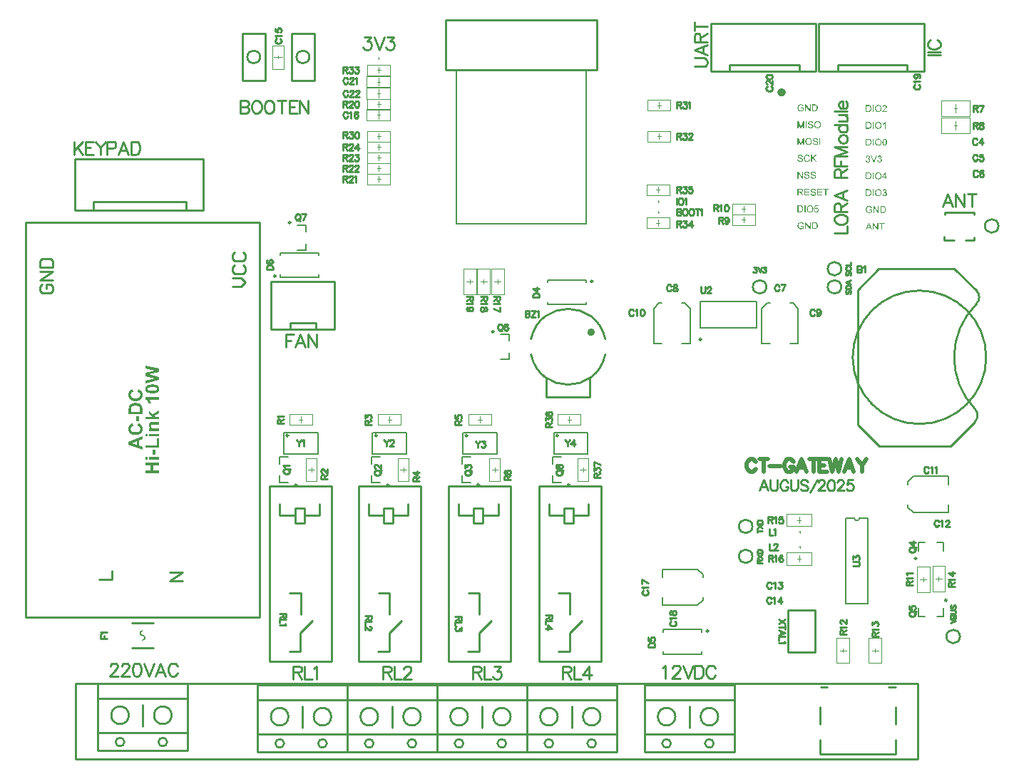
<source format=gto>
G04*
G04 #@! TF.GenerationSoftware,Altium Limited,Altium Designer,21.3.2 (30)*
G04*
G04 Layer_Color=65535*
%FSLAX44Y44*%
%MOMM*%
G71*
G04*
G04 #@! TF.SameCoordinates,8E102A86-DBDF-4379-BD88-F244A9775125*
G04*
G04*
G04 #@! TF.FilePolarity,Positive*
G04*
G01*
G75*
%ADD10C,0.2540*%
%ADD11C,0.2500*%
%ADD12C,0.1270*%
%ADD13C,0.5000*%
%ADD14C,0.2000*%
%ADD15C,0.1000*%
%ADD16C,0.0500*%
%ADD17C,0.5080*%
G36*
X214105Y464113D02*
Y460565D01*
X201958Y457370D01*
X214105Y454128D01*
Y450556D01*
X197846Y446703D01*
Y450063D01*
X209030Y452506D01*
X197846Y455467D01*
Y459414D01*
X209218Y462233D01*
X197846Y464724D01*
Y468037D01*
X214105Y464113D01*
D02*
G37*
G36*
X206845Y445481D02*
X207220Y445458D01*
X207667Y445411D01*
X208137Y445364D01*
X208654Y445317D01*
X209194Y445223D01*
X209758Y445106D01*
X210298Y444988D01*
X210839Y444824D01*
X211379Y444659D01*
X211873Y444424D01*
X212342Y444189D01*
X212742Y443907D01*
X212765Y443884D01*
X212812Y443837D01*
X212906Y443766D01*
X213000Y443672D01*
X213118Y443531D01*
X213259Y443367D01*
X213423Y443155D01*
X213564Y442944D01*
X213729Y442686D01*
X213893Y442427D01*
X214034Y442122D01*
X214151Y441793D01*
X214245Y441440D01*
X214340Y441041D01*
X214387Y440642D01*
X214410Y440219D01*
Y440125D01*
X214387Y439984D01*
Y439819D01*
X214363Y439631D01*
X214316Y439396D01*
X214269Y439138D01*
X214175Y438856D01*
X214081Y438550D01*
X213964Y438245D01*
X213823Y437916D01*
X213635Y437611D01*
X213447Y437282D01*
X213188Y436976D01*
X212930Y436671D01*
X212601Y436389D01*
X212577Y436365D01*
X212507Y436318D01*
X212389Y436248D01*
X212248Y436177D01*
X212037Y436060D01*
X211779Y435942D01*
X211450Y435802D01*
X211097Y435684D01*
X210674Y435543D01*
X210204Y435402D01*
X209664Y435285D01*
X209077Y435191D01*
X208419Y435097D01*
X207690Y435026D01*
X206915Y434979D01*
X206069Y434956D01*
X206046D01*
X206022D01*
X205952D01*
X205858D01*
X205623D01*
X205317Y434979D01*
X204942Y435003D01*
X204495Y435050D01*
X204025Y435097D01*
X203508Y435144D01*
X202968Y435238D01*
X202428Y435332D01*
X201864Y435473D01*
X201323Y435614D01*
X200806Y435802D01*
X200313Y436013D01*
X199843Y436248D01*
X199444Y436530D01*
X199420Y436553D01*
X199373Y436600D01*
X199279Y436671D01*
X199185Y436788D01*
X199044Y436906D01*
X198903Y437070D01*
X198762Y437282D01*
X198598Y437493D01*
X198433Y437752D01*
X198292Y438010D01*
X198151Y438316D01*
X198011Y438644D01*
X197917Y438997D01*
X197822Y439396D01*
X197775Y439796D01*
X197752Y440219D01*
Y440453D01*
X197775Y440618D01*
X197799Y440806D01*
X197846Y441041D01*
X197893Y441276D01*
X197964Y441558D01*
X198057Y441863D01*
X198175Y442145D01*
X198292Y442451D01*
X198457Y442756D01*
X198668Y443061D01*
X198880Y443367D01*
X199138Y443649D01*
X199444Y443907D01*
X199467Y443931D01*
X199538Y443978D01*
X199655Y444048D01*
X199820Y444166D01*
X200054Y444283D01*
X200336Y444424D01*
X200642Y444565D01*
X201041Y444706D01*
X201464Y444847D01*
X201958Y445011D01*
X202498Y445129D01*
X203109Y445247D01*
X203767Y445364D01*
X204472Y445434D01*
X205247Y445481D01*
X206093Y445505D01*
X206116D01*
X206140D01*
X206210D01*
X206304D01*
X206539D01*
X206845Y445481D01*
D02*
G37*
G36*
X189355Y439831D02*
X189496Y439784D01*
X189684Y439713D01*
X189895Y439619D01*
X190154Y439525D01*
X190436Y439408D01*
X190741Y439267D01*
X191376Y438938D01*
X192033Y438515D01*
X192668Y437998D01*
X192950Y437716D01*
X193208Y437411D01*
X193232Y437387D01*
X193255Y437340D01*
X193326Y437246D01*
X193420Y437105D01*
X193514Y436941D01*
X193608Y436730D01*
X193725Y436495D01*
X193843Y436236D01*
X193983Y435931D01*
X194101Y435602D01*
X194195Y435249D01*
X194289Y434873D01*
X194383Y434474D01*
X194453Y434028D01*
X194477Y433581D01*
X194500Y433088D01*
Y432947D01*
X194477Y432782D01*
X194453Y432547D01*
X194430Y432289D01*
X194383Y431960D01*
X194312Y431608D01*
X194218Y431208D01*
X194101Y430809D01*
X193960Y430386D01*
X193772Y429939D01*
X193561Y429493D01*
X193326Y429047D01*
X193020Y428600D01*
X192691Y428177D01*
X192292Y427778D01*
X192268Y427754D01*
X192198Y427684D01*
X192057Y427590D01*
X191892Y427449D01*
X191657Y427308D01*
X191399Y427120D01*
X191070Y426932D01*
X190694Y426744D01*
X190295Y426556D01*
X189848Y426368D01*
X189331Y426180D01*
X188791Y426039D01*
X188227Y425898D01*
X187593Y425804D01*
X186935Y425734D01*
X186230Y425710D01*
X186207D01*
X186183D01*
X186042D01*
X185831Y425734D01*
X185549D01*
X185220Y425781D01*
X184820Y425828D01*
X184398Y425875D01*
X183904Y425969D01*
X183411Y426086D01*
X182894Y426227D01*
X182377Y426392D01*
X181836Y426603D01*
X181320Y426838D01*
X180826Y427120D01*
X180356Y427425D01*
X179910Y427801D01*
X179886Y427825D01*
X179816Y427895D01*
X179699Y428013D01*
X179557Y428177D01*
X179393Y428389D01*
X179205Y428647D01*
X178994Y428929D01*
X178782Y429282D01*
X178571Y429658D01*
X178359Y430057D01*
X178171Y430527D01*
X178007Y430997D01*
X177866Y431537D01*
X177748Y432077D01*
X177678Y432688D01*
X177654Y433299D01*
Y433581D01*
X177678Y433793D01*
X177701Y434051D01*
X177748Y434333D01*
X177795Y434662D01*
X177866Y435014D01*
X177960Y435390D01*
X178077Y435790D01*
X178218Y436189D01*
X178406Y436612D01*
X178594Y437011D01*
X178829Y437387D01*
X179111Y437787D01*
X179417Y438139D01*
Y438163D01*
X179464Y438186D01*
X179534Y438257D01*
X179604Y438327D01*
X179722Y438421D01*
X179863Y438515D01*
X180192Y438774D01*
X180615Y439032D01*
X181132Y439314D01*
X181719Y439572D01*
X182400Y439807D01*
X183176Y436565D01*
X183152D01*
X183129Y436542D01*
X183058D01*
X182964Y436495D01*
X182753Y436424D01*
X182471Y436307D01*
X182142Y436142D01*
X181813Y435931D01*
X181484Y435649D01*
X181202Y435343D01*
X181179Y435296D01*
X181085Y435179D01*
X180967Y434991D01*
X180826Y434733D01*
X180685Y434403D01*
X180568Y434028D01*
X180474Y433605D01*
X180450Y433135D01*
Y432970D01*
X180474Y432829D01*
X180497Y432688D01*
X180521Y432500D01*
X180615Y432101D01*
X180779Y431631D01*
X181014Y431138D01*
X181155Y430879D01*
X181320Y430644D01*
X181531Y430409D01*
X181766Y430198D01*
X181789D01*
X181836Y430151D01*
X181907Y430104D01*
X182024Y430033D01*
X182165Y429939D01*
X182330Y429846D01*
X182541Y429752D01*
X182776Y429658D01*
X183058Y429540D01*
X183364Y429446D01*
X183716Y429352D01*
X184092Y429258D01*
X184515Y429188D01*
X184961Y429141D01*
X185455Y429117D01*
X185995Y429094D01*
X186019D01*
X186136D01*
X186301D01*
X186488Y429117D01*
X186747D01*
X187052Y429164D01*
X187358Y429188D01*
X187710Y429235D01*
X188439Y429376D01*
X189167Y429564D01*
X189519Y429681D01*
X189848Y429846D01*
X190154Y430010D01*
X190412Y430198D01*
X190436Y430221D01*
X190459Y430245D01*
X190530Y430315D01*
X190624Y430409D01*
X190812Y430644D01*
X191047Y430973D01*
X191305Y431373D01*
X191493Y431866D01*
X191657Y432430D01*
X191681Y432735D01*
X191704Y433064D01*
Y433182D01*
X191681Y433276D01*
X191657Y433534D01*
X191610Y433840D01*
X191493Y434169D01*
X191352Y434544D01*
X191164Y434920D01*
X190882Y435296D01*
X190835Y435343D01*
X190718Y435461D01*
X190530Y435625D01*
X190248Y435813D01*
X189872Y436048D01*
X189425Y436260D01*
X188885Y436471D01*
X188251Y436659D01*
X189237Y439854D01*
X189261D01*
X189355Y439831D01*
D02*
G37*
G36*
X214105Y427155D02*
X202334D01*
X202357Y427132D01*
X202404Y427085D01*
X202474Y426991D01*
X202592Y426850D01*
X202733Y426685D01*
X202874Y426497D01*
X203038Y426263D01*
X203226Y426004D01*
X203414Y425722D01*
X203602Y425417D01*
X203814Y425088D01*
X204002Y424735D01*
X204354Y423983D01*
X204683Y423138D01*
X201864D01*
Y423161D01*
X201840Y423185D01*
X201817Y423255D01*
X201793Y423349D01*
X201676Y423584D01*
X201535Y423913D01*
X201347Y424312D01*
X201088Y424759D01*
X200759Y425252D01*
X200383Y425769D01*
X200360Y425793D01*
X200336Y425840D01*
X200266Y425910D01*
X200172Y426004D01*
X199937Y426263D01*
X199632Y426544D01*
X199256Y426873D01*
X198786Y427202D01*
X198292Y427508D01*
X197752Y427743D01*
Y430280D01*
X214105D01*
Y427155D01*
D02*
G37*
G36*
Y411437D02*
X208818Y408453D01*
X210345Y407044D01*
X214105D01*
Y403919D01*
X197846D01*
Y407044D01*
X206469D01*
X202310Y410685D01*
Y414515D01*
X206633Y410474D01*
X214105Y414797D01*
Y411437D01*
D02*
G37*
G36*
X186770Y423478D02*
X186958D01*
X187193Y423455D01*
X187452Y423431D01*
X187992Y423384D01*
X188556Y423290D01*
X189144Y423149D01*
X189707Y422985D01*
X189731D01*
X189778Y422962D01*
X189872Y422915D01*
X190013Y422868D01*
X190154Y422821D01*
X190318Y422727D01*
X190741Y422539D01*
X191187Y422304D01*
X191681Y421998D01*
X192151Y421646D01*
X192597Y421246D01*
X192644Y421199D01*
X192738Y421082D01*
X192879Y420894D01*
X193067Y420635D01*
X193279Y420307D01*
X193490Y419931D01*
X193701Y419461D01*
X193890Y418944D01*
Y418920D01*
X193913Y418897D01*
Y418826D01*
X193936Y418756D01*
X193983Y418497D01*
X194054Y418168D01*
X194124Y417769D01*
X194171Y417276D01*
X194195Y416688D01*
X194218Y416054D01*
Y409898D01*
X177960D01*
Y416383D01*
X177983Y416571D01*
X178007Y417017D01*
X178030Y417511D01*
X178101Y418027D01*
X178171Y418521D01*
X178289Y418967D01*
Y418991D01*
X178312Y419038D01*
X178336Y419108D01*
X178359Y419202D01*
X178477Y419484D01*
X178641Y419813D01*
X178853Y420189D01*
X179111Y420612D01*
X179417Y421011D01*
X179792Y421411D01*
Y421434D01*
X179839Y421458D01*
X179980Y421575D01*
X180215Y421763D01*
X180521Y421975D01*
X180897Y422233D01*
X181343Y422492D01*
X181860Y422750D01*
X182424Y422962D01*
X182447D01*
X182494Y422985D01*
X182588Y423008D01*
X182706Y423055D01*
X182847Y423079D01*
X183035Y423126D01*
X183246Y423173D01*
X183481Y423243D01*
X183740Y423290D01*
X184045Y423337D01*
X184350Y423384D01*
X184703Y423408D01*
X185431Y423478D01*
X186254Y423502D01*
X186277D01*
X186348D01*
X186441D01*
X186583D01*
X186770Y423478D01*
D02*
G37*
G36*
X189872Y401933D02*
X186747D01*
Y408066D01*
X189872D01*
Y401933D01*
D02*
G37*
G36*
X214105Y397740D02*
X208113D01*
X208090D01*
X208019D01*
X207925D01*
X207808D01*
X207643D01*
X207479D01*
X207080Y397716D01*
X206680Y397693D01*
X206257Y397646D01*
X205905Y397599D01*
X205764Y397575D01*
X205646Y397528D01*
X205623D01*
X205552Y397481D01*
X205458Y397434D01*
X205317Y397364D01*
X205035Y397152D01*
X204895Y397035D01*
X204777Y396870D01*
X204753Y396847D01*
X204730Y396800D01*
X204683Y396706D01*
X204613Y396565D01*
X204542Y396400D01*
X204495Y396236D01*
X204472Y396025D01*
X204448Y395789D01*
Y395648D01*
X204472Y395508D01*
X204495Y395320D01*
X204566Y395085D01*
X204636Y394850D01*
X204753Y394591D01*
X204895Y394333D01*
X204918Y394309D01*
X204965Y394239D01*
X205082Y394121D01*
X205200Y393980D01*
X205388Y393839D01*
X205576Y393699D01*
X205834Y393558D01*
X206093Y393464D01*
X206116D01*
X206234Y393416D01*
X206422Y393393D01*
X206704Y393346D01*
X206868Y393322D01*
X207080Y393299D01*
X207291Y393275D01*
X207549D01*
X207808Y393252D01*
X208113Y393229D01*
X208442D01*
X208795D01*
X214105D01*
Y390104D01*
X202310D01*
Y392994D01*
X204049D01*
X204025Y393017D01*
X203955Y393064D01*
X203861Y393158D01*
X203743Y393275D01*
X203579Y393416D01*
X203414Y393605D01*
X203226Y393816D01*
X203038Y394051D01*
X202874Y394309D01*
X202686Y394615D01*
X202521Y394920D01*
X202357Y395273D01*
X202240Y395648D01*
X202146Y396025D01*
X202075Y396447D01*
X202052Y396870D01*
Y397035D01*
X202075Y397246D01*
X202099Y397505D01*
X202146Y397787D01*
X202216Y398092D01*
X202310Y398421D01*
X202428Y398750D01*
X202451Y398797D01*
X202498Y398891D01*
X202568Y399055D01*
X202686Y399243D01*
X202827Y399455D01*
X202991Y399666D01*
X203179Y399878D01*
X203391Y400066D01*
X203414Y400089D01*
X203485Y400136D01*
X203602Y400207D01*
X203767Y400300D01*
X203955Y400418D01*
X204190Y400512D01*
X204425Y400606D01*
X204707Y400676D01*
X204730D01*
X204848Y400700D01*
X205012Y400747D01*
X205247Y400770D01*
X205529Y400817D01*
X205905Y400841D01*
X206304Y400864D01*
X206798D01*
X214105D01*
Y397740D01*
D02*
G37*
G36*
X189355Y399467D02*
X189496Y399420D01*
X189684Y399349D01*
X189895Y399255D01*
X190154Y399161D01*
X190436Y399044D01*
X190741Y398903D01*
X191376Y398574D01*
X192033Y398151D01*
X192668Y397634D01*
X192950Y397352D01*
X193208Y397047D01*
X193232Y397023D01*
X193255Y396976D01*
X193326Y396882D01*
X193420Y396741D01*
X193514Y396577D01*
X193608Y396365D01*
X193725Y396130D01*
X193843Y395872D01*
X193983Y395566D01*
X194101Y395237D01*
X194195Y394885D01*
X194289Y394509D01*
X194383Y394110D01*
X194453Y393663D01*
X194477Y393217D01*
X194500Y392723D01*
Y392582D01*
X194477Y392418D01*
X194453Y392183D01*
X194430Y391925D01*
X194383Y391596D01*
X194312Y391243D01*
X194218Y390844D01*
X194101Y390444D01*
X193960Y390022D01*
X193772Y389575D01*
X193561Y389129D01*
X193326Y388682D01*
X193020Y388236D01*
X192691Y387813D01*
X192292Y387413D01*
X192268Y387390D01*
X192198Y387319D01*
X192057Y387226D01*
X191892Y387085D01*
X191657Y386944D01*
X191399Y386756D01*
X191070Y386568D01*
X190694Y386380D01*
X190295Y386192D01*
X189848Y386004D01*
X189331Y385816D01*
X188791Y385675D01*
X188227Y385534D01*
X187593Y385440D01*
X186935Y385369D01*
X186230Y385346D01*
X186207D01*
X186183D01*
X186042D01*
X185831Y385369D01*
X185549D01*
X185220Y385416D01*
X184820Y385463D01*
X184398Y385510D01*
X183904Y385604D01*
X183411Y385722D01*
X182894Y385863D01*
X182377Y386027D01*
X181836Y386239D01*
X181320Y386474D01*
X180826Y386756D01*
X180356Y387061D01*
X179910Y387437D01*
X179886Y387461D01*
X179816Y387531D01*
X179699Y387649D01*
X179557Y387813D01*
X179393Y388024D01*
X179205Y388283D01*
X178994Y388565D01*
X178782Y388917D01*
X178571Y389293D01*
X178359Y389692D01*
X178171Y390162D01*
X178007Y390632D01*
X177866Y391173D01*
X177748Y391713D01*
X177678Y392324D01*
X177654Y392935D01*
Y393217D01*
X177678Y393428D01*
X177701Y393687D01*
X177748Y393969D01*
X177795Y394298D01*
X177866Y394650D01*
X177960Y395026D01*
X178077Y395425D01*
X178218Y395825D01*
X178406Y396248D01*
X178594Y396647D01*
X178829Y397023D01*
X179111Y397422D01*
X179417Y397775D01*
Y397798D01*
X179464Y397822D01*
X179534Y397892D01*
X179604Y397963D01*
X179722Y398057D01*
X179863Y398151D01*
X180192Y398409D01*
X180615Y398668D01*
X181132Y398950D01*
X181719Y399208D01*
X182400Y399443D01*
X183176Y396201D01*
X183152D01*
X183129Y396177D01*
X183058D01*
X182964Y396130D01*
X182753Y396060D01*
X182471Y395942D01*
X182142Y395778D01*
X181813Y395566D01*
X181484Y395284D01*
X181202Y394979D01*
X181179Y394932D01*
X181085Y394814D01*
X180967Y394627D01*
X180826Y394368D01*
X180685Y394039D01*
X180568Y393663D01*
X180474Y393240D01*
X180450Y392770D01*
Y392606D01*
X180474Y392465D01*
X180497Y392324D01*
X180521Y392136D01*
X180615Y391737D01*
X180779Y391267D01*
X181014Y390773D01*
X181155Y390515D01*
X181320Y390280D01*
X181531Y390045D01*
X181766Y389833D01*
X181789D01*
X181836Y389786D01*
X181907Y389739D01*
X182024Y389669D01*
X182165Y389575D01*
X182330Y389481D01*
X182541Y389387D01*
X182776Y389293D01*
X183058Y389176D01*
X183364Y389082D01*
X183716Y388988D01*
X184092Y388894D01*
X184515Y388823D01*
X184961Y388776D01*
X185455Y388753D01*
X185995Y388729D01*
X186019D01*
X186136D01*
X186301D01*
X186488Y388753D01*
X186747D01*
X187052Y388800D01*
X187358Y388823D01*
X187710Y388870D01*
X188439Y389011D01*
X189167Y389199D01*
X189519Y389317D01*
X189848Y389481D01*
X190154Y389646D01*
X190412Y389833D01*
X190436Y389857D01*
X190459Y389880D01*
X190530Y389951D01*
X190624Y390045D01*
X190812Y390280D01*
X191047Y390609D01*
X191305Y391008D01*
X191493Y391502D01*
X191657Y392066D01*
X191681Y392371D01*
X191704Y392700D01*
Y392817D01*
X191681Y392911D01*
X191657Y393170D01*
X191610Y393475D01*
X191493Y393804D01*
X191352Y394180D01*
X191164Y394556D01*
X190882Y394932D01*
X190835Y394979D01*
X190718Y395096D01*
X190530Y395261D01*
X190248Y395449D01*
X189872Y395684D01*
X189425Y395895D01*
X188885Y396107D01*
X188251Y396295D01*
X189237Y399490D01*
X189261D01*
X189355Y399467D01*
D02*
G37*
G36*
X214105Y383807D02*
X202310D01*
Y386932D01*
X214105D01*
Y383807D01*
D02*
G37*
G36*
X200736D02*
X197846D01*
Y386932D01*
X200736D01*
Y383807D01*
D02*
G37*
G36*
X214105Y370039D02*
X197964D01*
Y373328D01*
X211356D01*
Y381505D01*
X214105D01*
Y370039D01*
D02*
G37*
G36*
X194218Y380624D02*
X190530Y379214D01*
Y372682D01*
X194218Y371343D01*
Y367866D01*
X177960Y374162D01*
Y377640D01*
X194218Y384171D01*
Y380624D01*
D02*
G37*
G36*
X209758Y362004D02*
X206633D01*
Y368136D01*
X209758D01*
Y362004D01*
D02*
G37*
G36*
X214105Y356036D02*
X202310D01*
Y359161D01*
X214105D01*
Y356036D01*
D02*
G37*
G36*
X200736D02*
X197846D01*
Y359161D01*
X200736D01*
Y356036D01*
D02*
G37*
G36*
X214105Y349387D02*
X206986D01*
Y342973D01*
X214105D01*
Y339683D01*
X197846D01*
Y342973D01*
X204237D01*
Y349387D01*
X197846D01*
Y352676D01*
X214105D01*
Y349387D01*
D02*
G37*
G36*
X976416Y778264D02*
X976510D01*
X976733Y778241D01*
X976979Y778206D01*
X977237Y778147D01*
X977519Y778077D01*
X977789Y777983D01*
X977801D01*
X977824Y777971D01*
X977859Y777959D01*
X977906Y777936D01*
X978035Y777865D01*
X978200Y777783D01*
X978376Y777666D01*
X978563Y777525D01*
X978739Y777373D01*
X978904Y777185D01*
X978927Y777161D01*
X978974Y777091D01*
X979045Y776985D01*
X979138Y776833D01*
X979232Y776645D01*
X979338Y776410D01*
X979444Y776152D01*
X979526Y775859D01*
X978552Y775601D01*
Y775612D01*
X978540Y775624D01*
X978528Y775659D01*
X978516Y775706D01*
X978481Y775812D01*
X978434Y775953D01*
X978364Y776117D01*
X978282Y776270D01*
X978200Y776434D01*
X978094Y776575D01*
X978082Y776586D01*
X978047Y776633D01*
X977977Y776692D01*
X977895Y776774D01*
X977789Y776868D01*
X977648Y776962D01*
X977496Y777056D01*
X977320Y777138D01*
X977296Y777150D01*
X977237Y777173D01*
X977132Y777208D01*
X976991Y777255D01*
X976827Y777290D01*
X976639Y777326D01*
X976428Y777349D01*
X976205Y777361D01*
X976076D01*
X976017Y777349D01*
X975947D01*
X975771Y777337D01*
X975571Y777302D01*
X975348Y777267D01*
X975137Y777208D01*
X974926Y777126D01*
X974902Y777114D01*
X974832Y777091D01*
X974738Y777032D01*
X974621Y776974D01*
X974480Y776880D01*
X974327Y776786D01*
X974186Y776668D01*
X974057Y776539D01*
X974045Y776528D01*
X973999Y776481D01*
X973940Y776398D01*
X973869Y776305D01*
X973787Y776187D01*
X973705Y776047D01*
X973623Y775894D01*
X973541Y775730D01*
Y775718D01*
X973529Y775695D01*
X973518Y775659D01*
X973494Y775601D01*
X973471Y775530D01*
X973447Y775448D01*
X973412Y775354D01*
X973388Y775248D01*
X973330Y775002D01*
X973283Y774721D01*
X973248Y774427D01*
X973236Y774099D01*
Y774087D01*
Y774052D01*
Y773993D01*
X973248Y773923D01*
Y773829D01*
X973259Y773711D01*
X973271Y773594D01*
X973283Y773465D01*
X973330Y773171D01*
X973388Y772866D01*
X973482Y772561D01*
X973600Y772268D01*
Y772256D01*
X973623Y772233D01*
X973635Y772197D01*
X973670Y772151D01*
X973752Y772021D01*
X973881Y771857D01*
X974034Y771681D01*
X974222Y771505D01*
X974445Y771341D01*
X974691Y771188D01*
X974703D01*
X974726Y771177D01*
X974761Y771153D01*
X974820Y771130D01*
X974879Y771106D01*
X974961Y771083D01*
X975149Y771012D01*
X975383Y770954D01*
X975641Y770895D01*
X975923Y770848D01*
X976217Y770836D01*
X976334D01*
X976404Y770848D01*
X976475D01*
X976651Y770872D01*
X976862Y770895D01*
X977085Y770942D01*
X977331Y771012D01*
X977578Y771094D01*
X977589D01*
X977613Y771106D01*
X977636Y771118D01*
X977683Y771141D01*
X977812Y771200D01*
X977953Y771270D01*
X978118Y771353D01*
X978294Y771447D01*
X978458Y771552D01*
X978599Y771669D01*
Y773195D01*
X976205D01*
Y774157D01*
X979655D01*
Y771141D01*
X979643Y771130D01*
X979620Y771118D01*
X979573Y771083D01*
X979514Y771036D01*
X979444Y770989D01*
X979361Y770930D01*
X979256Y770860D01*
X979150Y770789D01*
X978904Y770637D01*
X978622Y770472D01*
X978329Y770320D01*
X978012Y770191D01*
X978000D01*
X977977Y770179D01*
X977930Y770167D01*
X977871Y770144D01*
X977789Y770120D01*
X977695Y770085D01*
X977589Y770062D01*
X977484Y770038D01*
X977226Y769980D01*
X976932Y769921D01*
X976616Y769886D01*
X976287Y769874D01*
X976170D01*
X976087Y769886D01*
X975982D01*
X975853Y769898D01*
X975712Y769921D01*
X975559Y769933D01*
X975219Y770003D01*
X974855Y770085D01*
X974480Y770214D01*
X974292Y770285D01*
X974104Y770379D01*
X974092Y770390D01*
X974057Y770402D01*
X974010Y770437D01*
X973940Y770472D01*
X973858Y770531D01*
X973776Y770590D01*
X973553Y770754D01*
X973318Y770965D01*
X973072Y771224D01*
X972837Y771517D01*
X972626Y771857D01*
Y771869D01*
X972602Y771904D01*
X972579Y771951D01*
X972543Y772033D01*
X972508Y772115D01*
X972473Y772233D01*
X972426Y772350D01*
X972379Y772491D01*
X972332Y772643D01*
X972285Y772819D01*
X972250Y772996D01*
X972215Y773183D01*
X972156Y773594D01*
X972133Y774028D01*
Y774040D01*
Y774087D01*
Y774146D01*
X972144Y774228D01*
Y774333D01*
X972156Y774462D01*
X972180Y774591D01*
X972191Y774744D01*
X972227Y774908D01*
X972250Y775084D01*
X972344Y775460D01*
X972461Y775847D01*
X972626Y776234D01*
X972637Y776246D01*
X972649Y776281D01*
X972673Y776328D01*
X972719Y776398D01*
X972766Y776492D01*
X972825Y776586D01*
X972989Y776809D01*
X973189Y777067D01*
X973435Y777314D01*
X973717Y777560D01*
X973881Y777666D01*
X974045Y777772D01*
X974057Y777783D01*
X974092Y777795D01*
X974139Y777819D01*
X974210Y777854D01*
X974304Y777889D01*
X974409Y777936D01*
X974527Y777983D01*
X974668Y778030D01*
X974820Y778077D01*
X974984Y778112D01*
X975160Y778159D01*
X975348Y778194D01*
X975759Y778253D01*
X975970Y778276D01*
X976346D01*
X976416Y778264D01*
D02*
G37*
G36*
X987623Y770015D02*
X986508D01*
X982260Y776387D01*
Y770015D01*
X981227D01*
Y778135D01*
X982330D01*
X986590Y771752D01*
Y778135D01*
X987623D01*
Y770015D01*
D02*
G37*
G36*
X992763Y778124D02*
X992997Y778112D01*
X993232Y778088D01*
X993467Y778053D01*
X993666Y778018D01*
X993678D01*
X993701Y778006D01*
X993736D01*
X993783Y777983D01*
X993913Y777947D01*
X994077Y777889D01*
X994265Y777807D01*
X994464Y777701D01*
X994664Y777584D01*
X994851Y777431D01*
X994863Y777420D01*
X994875Y777408D01*
X994910Y777373D01*
X994957Y777337D01*
X995074Y777220D01*
X995215Y777056D01*
X995368Y776856D01*
X995532Y776621D01*
X995685Y776352D01*
X995814Y776047D01*
Y776035D01*
X995825Y776011D01*
X995849Y775964D01*
X995861Y775894D01*
X995896Y775812D01*
X995919Y775718D01*
X995943Y775612D01*
X995978Y775483D01*
X996013Y775354D01*
X996037Y775202D01*
X996095Y774873D01*
X996130Y774509D01*
X996142Y774110D01*
Y774099D01*
Y774075D01*
Y774016D01*
Y773958D01*
X996130Y773876D01*
Y773782D01*
X996119Y773559D01*
X996084Y773301D01*
X996048Y773031D01*
X995990Y772749D01*
X995919Y772467D01*
Y772456D01*
X995908Y772432D01*
X995896Y772397D01*
X995884Y772350D01*
X995837Y772221D01*
X995767Y772057D01*
X995696Y771869D01*
X995602Y771681D01*
X995485Y771482D01*
X995368Y771294D01*
X995356Y771270D01*
X995309Y771212D01*
X995239Y771130D01*
X995145Y771024D01*
X995039Y770907D01*
X994910Y770789D01*
X994781Y770660D01*
X994628Y770555D01*
X994605Y770543D01*
X994558Y770508D01*
X994476Y770461D01*
X994359Y770402D01*
X994218Y770332D01*
X994053Y770273D01*
X993866Y770203D01*
X993654Y770144D01*
X993631D01*
X993596Y770132D01*
X993560Y770120D01*
X993443Y770109D01*
X993279Y770085D01*
X993091Y770062D01*
X992868Y770038D01*
X992622Y770027D01*
X992352Y770015D01*
X989430D01*
Y778135D01*
X992551D01*
X992763Y778124D01*
D02*
G37*
G36*
X987811Y758264D02*
X987893D01*
X988116Y758241D01*
X988362Y758206D01*
X988620Y758147D01*
X988902Y758077D01*
X989160Y757983D01*
X989172D01*
X989195Y757971D01*
X989230Y757947D01*
X989277Y757924D01*
X989395Y757865D01*
X989547Y757760D01*
X989723Y757642D01*
X989899Y757490D01*
X990064Y757314D01*
X990216Y757114D01*
Y757103D01*
X990228Y757091D01*
X990251Y757056D01*
X990275Y757020D01*
X990333Y756903D01*
X990404Y756751D01*
X990486Y756563D01*
X990545Y756340D01*
X990603Y756105D01*
X990627Y755847D01*
X989594Y755765D01*
Y755777D01*
Y755800D01*
X989582Y755835D01*
X989571Y755894D01*
X989536Y756023D01*
X989489Y756199D01*
X989418Y756387D01*
X989313Y756575D01*
X989183Y756751D01*
X989019Y756915D01*
X988996Y756927D01*
X988937Y756973D01*
X988820Y757044D01*
X988667Y757114D01*
X988468Y757185D01*
X988233Y757255D01*
X987940Y757302D01*
X987611Y757314D01*
X987447D01*
X987376Y757302D01*
X987282Y757290D01*
X987071Y757267D01*
X986836Y757220D01*
X986602Y757161D01*
X986379Y757067D01*
X986285Y757009D01*
X986191Y756950D01*
X986168Y756938D01*
X986121Y756891D01*
X986050Y756809D01*
X985980Y756715D01*
X985898Y756586D01*
X985827Y756445D01*
X985780Y756281D01*
X985757Y756093D01*
Y756070D01*
Y756023D01*
X985769Y755941D01*
X985792Y755847D01*
X985827Y755730D01*
X985886Y755612D01*
X985956Y755495D01*
X986062Y755378D01*
X986074Y755366D01*
X986132Y755331D01*
X986179Y755295D01*
X986226Y755272D01*
X986297Y755237D01*
X986379Y755190D01*
X986484Y755155D01*
X986602Y755108D01*
X986731Y755061D01*
X986883Y755002D01*
X987048Y754955D01*
X987235Y754896D01*
X987447Y754849D01*
X987681Y754791D01*
X987693D01*
X987740Y754779D01*
X987811Y754767D01*
X987893Y754744D01*
X987998Y754721D01*
X988127Y754685D01*
X988256Y754650D01*
X988397Y754615D01*
X988702Y754533D01*
X988996Y754451D01*
X989137Y754404D01*
X989266Y754357D01*
X989383Y754322D01*
X989477Y754275D01*
X989489D01*
X989512Y754263D01*
X989547Y754239D01*
X989594Y754216D01*
X989723Y754146D01*
X989876Y754052D01*
X990052Y753923D01*
X990228Y753782D01*
X990392Y753617D01*
X990533Y753441D01*
X990545Y753418D01*
X990592Y753359D01*
X990639Y753254D01*
X990709Y753113D01*
X990768Y752949D01*
X990826Y752749D01*
X990862Y752526D01*
X990873Y752291D01*
Y752280D01*
Y752268D01*
Y752233D01*
Y752186D01*
X990850Y752057D01*
X990826Y751892D01*
X990779Y751705D01*
X990721Y751505D01*
X990627Y751294D01*
X990498Y751071D01*
Y751059D01*
X990486Y751048D01*
X990427Y750977D01*
X990345Y750871D01*
X990228Y750754D01*
X990075Y750613D01*
X989887Y750461D01*
X989676Y750320D01*
X989430Y750191D01*
X989418D01*
X989395Y750179D01*
X989360Y750167D01*
X989313Y750144D01*
X989242Y750120D01*
X989160Y750085D01*
X988972Y750038D01*
X988749Y749980D01*
X988479Y749921D01*
X988186Y749886D01*
X987869Y749874D01*
X987681D01*
X987588Y749886D01*
X987482D01*
X987365Y749898D01*
X987224Y749909D01*
X986930Y749956D01*
X986625Y750003D01*
X986320Y750085D01*
X986027Y750191D01*
X986015D01*
X985992Y750203D01*
X985956Y750226D01*
X985909Y750249D01*
X985769Y750320D01*
X985604Y750425D01*
X985417Y750566D01*
X985217Y750731D01*
X985029Y750930D01*
X984853Y751153D01*
Y751165D01*
X984830Y751188D01*
X984818Y751224D01*
X984783Y751270D01*
X984759Y751329D01*
X984724Y751400D01*
X984642Y751575D01*
X984560Y751798D01*
X984490Y752045D01*
X984443Y752327D01*
X984419Y752620D01*
X985428Y752714D01*
Y752702D01*
Y752690D01*
X985440Y752655D01*
Y752608D01*
X985463Y752503D01*
X985499Y752350D01*
X985546Y752197D01*
X985593Y752021D01*
X985675Y751857D01*
X985757Y751705D01*
X985769Y751693D01*
X985804Y751646D01*
X985863Y751564D01*
X985956Y751482D01*
X986074Y751376D01*
X986203Y751270D01*
X986379Y751165D01*
X986567Y751071D01*
X986578D01*
X986590Y751059D01*
X986625Y751048D01*
X986661Y751036D01*
X986778Y751001D01*
X986930Y750954D01*
X987118Y750907D01*
X987329Y750871D01*
X987564Y750848D01*
X987822Y750836D01*
X987928D01*
X988045Y750848D01*
X988186Y750860D01*
X988350Y750883D01*
X988538Y750907D01*
X988726Y750954D01*
X988902Y751012D01*
X988925Y751024D01*
X988984Y751048D01*
X989066Y751094D01*
X989172Y751141D01*
X989277Y751224D01*
X989395Y751306D01*
X989512Y751400D01*
X989606Y751517D01*
X989618Y751529D01*
X989641Y751575D01*
X989676Y751634D01*
X989723Y751728D01*
X989770Y751822D01*
X989805Y751939D01*
X989829Y752068D01*
X989841Y752209D01*
Y752221D01*
Y752280D01*
X989829Y752350D01*
X989817Y752444D01*
X989782Y752538D01*
X989747Y752655D01*
X989688Y752773D01*
X989606Y752878D01*
X989594Y752890D01*
X989559Y752925D01*
X989512Y752972D01*
X989430Y753042D01*
X989336Y753113D01*
X989207Y753195D01*
X989054Y753277D01*
X988878Y753347D01*
X988867Y753359D01*
X988808Y753371D01*
X988714Y753406D01*
X988655Y753418D01*
X988573Y753441D01*
X988491Y753477D01*
X988385Y753500D01*
X988268Y753535D01*
X988127Y753570D01*
X987987Y753606D01*
X987822Y753653D01*
X987634Y753699D01*
X987435Y753746D01*
X987423D01*
X987388Y753758D01*
X987329Y753770D01*
X987259Y753793D01*
X987165Y753817D01*
X987059Y753840D01*
X986825Y753911D01*
X986567Y753993D01*
X986297Y754075D01*
X986062Y754157D01*
X985956Y754204D01*
X985863Y754251D01*
X985851D01*
X985839Y754263D01*
X985769Y754310D01*
X985663Y754368D01*
X985546Y754462D01*
X985405Y754568D01*
X985264Y754697D01*
X985123Y754849D01*
X985006Y755014D01*
X984994Y755037D01*
X984959Y755096D01*
X984912Y755190D01*
X984865Y755307D01*
X984818Y755460D01*
X984771Y755636D01*
X984736Y755824D01*
X984724Y756023D01*
Y756035D01*
Y756047D01*
Y756082D01*
Y756129D01*
X984748Y756246D01*
X984771Y756398D01*
X984806Y756575D01*
X984865Y756774D01*
X984947Y756973D01*
X985064Y757173D01*
Y757185D01*
X985076Y757197D01*
X985135Y757267D01*
X985217Y757361D01*
X985323Y757478D01*
X985463Y757607D01*
X985639Y757748D01*
X985851Y757877D01*
X986086Y757995D01*
X986097D01*
X986121Y758006D01*
X986156Y758018D01*
X986203Y758041D01*
X986262Y758065D01*
X986344Y758088D01*
X986520Y758135D01*
X986743Y758182D01*
X987001Y758229D01*
X987271Y758264D01*
X987576Y758276D01*
X987728D01*
X987811Y758264D01*
D02*
G37*
G36*
X979878Y750015D02*
X978845D01*
Y756809D01*
X976475Y750015D01*
X975512D01*
X973165Y756927D01*
Y750015D01*
X972133D01*
Y758135D01*
X973740D01*
X975665Y752374D01*
Y752362D01*
X975677Y752338D01*
X975688Y752303D01*
X975712Y752244D01*
X975759Y752104D01*
X975817Y751928D01*
X975876Y751728D01*
X975947Y751529D01*
X976005Y751341D01*
X976052Y751177D01*
X976064Y751200D01*
X976076Y751259D01*
X976111Y751364D01*
X976158Y751505D01*
X976217Y751693D01*
X976299Y751916D01*
X976381Y752174D01*
X976486Y752479D01*
X978434Y758135D01*
X979878D01*
Y750015D01*
D02*
G37*
G36*
X982882D02*
X981802D01*
Y758135D01*
X982882D01*
Y750015D01*
D02*
G37*
G36*
X996095Y758264D02*
X996201D01*
X996307Y758253D01*
X996447Y758229D01*
X996588Y758206D01*
X996893Y758147D01*
X997245Y758053D01*
X997586Y757912D01*
X997762Y757830D01*
X997938Y757736D01*
X997949Y757725D01*
X997973Y757713D01*
X998020Y757678D01*
X998090Y757642D01*
X998161Y757584D01*
X998254Y757513D01*
X998454Y757349D01*
X998665Y757138D01*
X998900Y756880D01*
X999123Y756575D01*
X999311Y756234D01*
Y756223D01*
X999334Y756187D01*
X999358Y756140D01*
X999381Y756070D01*
X999428Y755976D01*
X999463Y755871D01*
X999510Y755741D01*
X999557Y755601D01*
X999592Y755448D01*
X999639Y755284D01*
X999686Y755096D01*
X999721Y754908D01*
X999768Y754498D01*
X999792Y754052D01*
Y754040D01*
Y753993D01*
Y753934D01*
X999780Y753840D01*
Y753735D01*
X999768Y753606D01*
X999745Y753465D01*
X999733Y753312D01*
X999674Y752972D01*
X999581Y752597D01*
X999451Y752221D01*
X999381Y752033D01*
X999287Y751845D01*
Y751834D01*
X999264Y751798D01*
X999240Y751752D01*
X999193Y751681D01*
X999146Y751599D01*
X999088Y751517D01*
X998923Y751294D01*
X998724Y751059D01*
X998489Y750813D01*
X998207Y750578D01*
X997879Y750367D01*
X997867D01*
X997844Y750343D01*
X997785Y750320D01*
X997715Y750285D01*
X997633Y750249D01*
X997539Y750214D01*
X997421Y750167D01*
X997292Y750120D01*
X997151Y750073D01*
X996999Y750026D01*
X996658Y749956D01*
X996295Y749898D01*
X995908Y749874D01*
X995790D01*
X995720Y749886D01*
X995614D01*
X995497Y749909D01*
X995368Y749921D01*
X995215Y749944D01*
X994898Y750015D01*
X994558Y750109D01*
X994206Y750249D01*
X994030Y750332D01*
X993854Y750425D01*
X993842Y750437D01*
X993819Y750449D01*
X993772Y750484D01*
X993701Y750531D01*
X993631Y750578D01*
X993549Y750648D01*
X993349Y750825D01*
X993126Y751036D01*
X992892Y751294D01*
X992680Y751587D01*
X992481Y751928D01*
Y751939D01*
X992458Y751974D01*
X992434Y752021D01*
X992411Y752092D01*
X992375Y752186D01*
X992340Y752291D01*
X992293Y752409D01*
X992258Y752538D01*
X992211Y752690D01*
X992164Y752843D01*
X992094Y753195D01*
X992047Y753559D01*
X992023Y753958D01*
Y753969D01*
Y753981D01*
Y754052D01*
X992035Y754157D01*
Y754298D01*
X992058Y754462D01*
X992082Y754662D01*
X992117Y754885D01*
X992164Y755119D01*
X992211Y755366D01*
X992281Y755624D01*
X992375Y755882D01*
X992481Y756152D01*
X992598Y756410D01*
X992751Y756668D01*
X992915Y756903D01*
X993103Y757126D01*
X993115Y757138D01*
X993150Y757173D01*
X993220Y757232D01*
X993302Y757302D01*
X993408Y757396D01*
X993537Y757490D01*
X993690Y757596D01*
X993866Y757701D01*
X994053Y757807D01*
X994265Y757912D01*
X994499Y758006D01*
X994746Y758100D01*
X995016Y758170D01*
X995297Y758229D01*
X995591Y758264D01*
X995908Y758276D01*
X996013D01*
X996095Y758264D01*
D02*
G37*
G36*
X993478Y738264D02*
X993560D01*
X993783Y738241D01*
X994030Y738206D01*
X994288Y738147D01*
X994570Y738077D01*
X994828Y737983D01*
X994840D01*
X994863Y737971D01*
X994898Y737947D01*
X994945Y737924D01*
X995063Y737865D01*
X995215Y737760D01*
X995391Y737642D01*
X995567Y737490D01*
X995732Y737314D01*
X995884Y737114D01*
Y737103D01*
X995896Y737091D01*
X995919Y737056D01*
X995943Y737020D01*
X996001Y736903D01*
X996072Y736751D01*
X996154Y736563D01*
X996213Y736340D01*
X996271Y736105D01*
X996295Y735847D01*
X995262Y735765D01*
Y735777D01*
Y735800D01*
X995250Y735835D01*
X995239Y735894D01*
X995203Y736023D01*
X995156Y736199D01*
X995086Y736387D01*
X994980Y736575D01*
X994851Y736751D01*
X994687Y736915D01*
X994664Y736927D01*
X994605Y736974D01*
X994488Y737044D01*
X994335Y737114D01*
X994136Y737185D01*
X993901Y737255D01*
X993607Y737302D01*
X993279Y737314D01*
X993115D01*
X993044Y737302D01*
X992950Y737290D01*
X992739Y737267D01*
X992504Y737220D01*
X992270Y737161D01*
X992047Y737067D01*
X991953Y737009D01*
X991859Y736950D01*
X991835Y736938D01*
X991789Y736891D01*
X991718Y736809D01*
X991648Y736715D01*
X991566Y736586D01*
X991495Y736445D01*
X991448Y736281D01*
X991425Y736093D01*
Y736070D01*
Y736023D01*
X991436Y735941D01*
X991460Y735847D01*
X991495Y735730D01*
X991554Y735612D01*
X991624Y735495D01*
X991730Y735378D01*
X991742Y735366D01*
X991800Y735331D01*
X991847Y735295D01*
X991894Y735272D01*
X991965Y735237D01*
X992047Y735190D01*
X992152Y735155D01*
X992270Y735108D01*
X992399Y735061D01*
X992551Y735002D01*
X992716Y734955D01*
X992903Y734896D01*
X993115Y734850D01*
X993349Y734791D01*
X993361D01*
X993408Y734779D01*
X993478Y734767D01*
X993560Y734744D01*
X993666Y734721D01*
X993795Y734685D01*
X993924Y734650D01*
X994065Y734615D01*
X994370Y734533D01*
X994664Y734451D01*
X994804Y734404D01*
X994933Y734357D01*
X995051Y734322D01*
X995145Y734275D01*
X995156D01*
X995180Y734263D01*
X995215Y734239D01*
X995262Y734216D01*
X995391Y734146D01*
X995544Y734052D01*
X995720Y733923D01*
X995896Y733782D01*
X996060Y733617D01*
X996201Y733441D01*
X996213Y733418D01*
X996260Y733359D01*
X996307Y733254D01*
X996377Y733113D01*
X996435Y732949D01*
X996494Y732749D01*
X996529Y732526D01*
X996541Y732291D01*
Y732280D01*
Y732268D01*
Y732233D01*
Y732186D01*
X996518Y732057D01*
X996494Y731892D01*
X996447Y731705D01*
X996389Y731505D01*
X996295Y731294D01*
X996166Y731071D01*
Y731059D01*
X996154Y731048D01*
X996095Y730977D01*
X996013Y730872D01*
X995896Y730754D01*
X995743Y730613D01*
X995555Y730461D01*
X995344Y730320D01*
X995098Y730191D01*
X995086D01*
X995063Y730179D01*
X995027Y730167D01*
X994980Y730144D01*
X994910Y730120D01*
X994828Y730085D01*
X994640Y730038D01*
X994417Y729980D01*
X994147Y729921D01*
X993854Y729886D01*
X993537Y729874D01*
X993349D01*
X993255Y729886D01*
X993150D01*
X993033Y729898D01*
X992892Y729909D01*
X992598Y729956D01*
X992293Y730003D01*
X991988Y730085D01*
X991695Y730191D01*
X991683D01*
X991659Y730203D01*
X991624Y730226D01*
X991577Y730249D01*
X991436Y730320D01*
X991272Y730425D01*
X991085Y730566D01*
X990885Y730731D01*
X990697Y730930D01*
X990521Y731153D01*
Y731165D01*
X990498Y731188D01*
X990486Y731224D01*
X990451Y731270D01*
X990427Y731329D01*
X990392Y731400D01*
X990310Y731575D01*
X990228Y731798D01*
X990157Y732045D01*
X990110Y732327D01*
X990087Y732620D01*
X991096Y732714D01*
Y732702D01*
Y732690D01*
X991108Y732655D01*
Y732608D01*
X991131Y732503D01*
X991167Y732350D01*
X991214Y732197D01*
X991261Y732021D01*
X991343Y731857D01*
X991425Y731705D01*
X991436Y731693D01*
X991472Y731646D01*
X991530Y731564D01*
X991624Y731482D01*
X991742Y731376D01*
X991871Y731270D01*
X992047Y731165D01*
X992234Y731071D01*
X992246D01*
X992258Y731059D01*
X992293Y731048D01*
X992328Y731036D01*
X992446Y731001D01*
X992598Y730954D01*
X992786Y730907D01*
X992997Y730872D01*
X993232Y730848D01*
X993490Y730836D01*
X993596D01*
X993713Y730848D01*
X993854Y730860D01*
X994018Y730883D01*
X994206Y730907D01*
X994394Y730954D01*
X994570Y731012D01*
X994593Y731024D01*
X994652Y731048D01*
X994734Y731094D01*
X994840Y731141D01*
X994945Y731224D01*
X995063Y731306D01*
X995180Y731400D01*
X995274Y731517D01*
X995285Y731529D01*
X995309Y731575D01*
X995344Y731634D01*
X995391Y731728D01*
X995438Y731822D01*
X995473Y731939D01*
X995497Y732068D01*
X995508Y732209D01*
Y732221D01*
Y732280D01*
X995497Y732350D01*
X995485Y732444D01*
X995450Y732538D01*
X995415Y732655D01*
X995356Y732773D01*
X995274Y732878D01*
X995262Y732890D01*
X995227Y732925D01*
X995180Y732972D01*
X995098Y733042D01*
X995004Y733113D01*
X994875Y733195D01*
X994722Y733277D01*
X994546Y733347D01*
X994535Y733359D01*
X994476Y733371D01*
X994382Y733406D01*
X994323Y733418D01*
X994241Y733441D01*
X994159Y733477D01*
X994053Y733500D01*
X993936Y733535D01*
X993795Y733570D01*
X993654Y733606D01*
X993490Y733653D01*
X993302Y733699D01*
X993103Y733746D01*
X993091D01*
X993056Y733758D01*
X992997Y733770D01*
X992927Y733793D01*
X992833Y733817D01*
X992727Y733840D01*
X992493Y733911D01*
X992234Y733993D01*
X991965Y734075D01*
X991730Y734157D01*
X991624Y734204D01*
X991530Y734251D01*
X991519D01*
X991507Y734263D01*
X991436Y734310D01*
X991331Y734368D01*
X991214Y734462D01*
X991073Y734568D01*
X990932Y734697D01*
X990791Y734850D01*
X990674Y735014D01*
X990662Y735037D01*
X990627Y735096D01*
X990580Y735190D01*
X990533Y735307D01*
X990486Y735460D01*
X990439Y735636D01*
X990404Y735824D01*
X990392Y736023D01*
Y736035D01*
Y736047D01*
Y736082D01*
Y736129D01*
X990416Y736246D01*
X990439Y736399D01*
X990474Y736575D01*
X990533Y736774D01*
X990615Y736974D01*
X990732Y737173D01*
Y737185D01*
X990744Y737197D01*
X990803Y737267D01*
X990885Y737361D01*
X990991Y737478D01*
X991131Y737607D01*
X991307Y737748D01*
X991519Y737877D01*
X991753Y737995D01*
X991765D01*
X991789Y738006D01*
X991824Y738018D01*
X991871Y738041D01*
X991929Y738065D01*
X992011Y738088D01*
X992188Y738135D01*
X992411Y738182D01*
X992669Y738229D01*
X992939Y738264D01*
X993244Y738276D01*
X993396D01*
X993478Y738264D01*
D02*
G37*
G36*
X979878Y730015D02*
X978845D01*
Y736809D01*
X976475Y730015D01*
X975512D01*
X973165Y736927D01*
Y730015D01*
X972133D01*
Y738135D01*
X973740D01*
X975665Y732374D01*
Y732362D01*
X975677Y732338D01*
X975688Y732303D01*
X975712Y732244D01*
X975759Y732104D01*
X975817Y731928D01*
X975876Y731728D01*
X975947Y731529D01*
X976005Y731341D01*
X976052Y731177D01*
X976064Y731200D01*
X976076Y731259D01*
X976111Y731364D01*
X976158Y731505D01*
X976217Y731693D01*
X976299Y731916D01*
X976381Y732174D01*
X976486Y732479D01*
X978434Y738135D01*
X979878D01*
Y730015D01*
D02*
G37*
G36*
X999275D02*
X998196D01*
Y738135D01*
X999275D01*
Y730015D01*
D02*
G37*
G36*
X985370Y738264D02*
X985475D01*
X985581Y738253D01*
X985722Y738229D01*
X985863Y738206D01*
X986168Y738147D01*
X986520Y738053D01*
X986860Y737912D01*
X987036Y737830D01*
X987212Y737736D01*
X987224Y737725D01*
X987247Y737713D01*
X987294Y737678D01*
X987365Y737642D01*
X987435Y737584D01*
X987529Y737513D01*
X987728Y737349D01*
X987940Y737138D01*
X988174Y736880D01*
X988397Y736575D01*
X988585Y736234D01*
Y736223D01*
X988608Y736187D01*
X988632Y736140D01*
X988655Y736070D01*
X988702Y735976D01*
X988737Y735871D01*
X988784Y735741D01*
X988831Y735601D01*
X988867Y735448D01*
X988913Y735284D01*
X988960Y735096D01*
X988996Y734908D01*
X989043Y734498D01*
X989066Y734052D01*
Y734040D01*
Y733993D01*
Y733934D01*
X989054Y733840D01*
Y733735D01*
X989043Y733606D01*
X989019Y733465D01*
X989007Y733312D01*
X988949Y732972D01*
X988855Y732597D01*
X988726Y732221D01*
X988655Y732033D01*
X988561Y731845D01*
Y731834D01*
X988538Y731798D01*
X988515Y731752D01*
X988468Y731681D01*
X988421Y731599D01*
X988362Y731517D01*
X988198Y731294D01*
X987998Y731059D01*
X987764Y730813D01*
X987482Y730578D01*
X987153Y730367D01*
X987142D01*
X987118Y730343D01*
X987059Y730320D01*
X986989Y730285D01*
X986907Y730249D01*
X986813Y730214D01*
X986696Y730167D01*
X986567Y730120D01*
X986426Y730073D01*
X986273Y730027D01*
X985933Y729956D01*
X985569Y729898D01*
X985182Y729874D01*
X985064D01*
X984994Y729886D01*
X984889D01*
X984771Y729909D01*
X984642Y729921D01*
X984490Y729944D01*
X984173Y730015D01*
X983832Y730109D01*
X983480Y730249D01*
X983304Y730332D01*
X983128Y730425D01*
X983117Y730437D01*
X983093Y730449D01*
X983046Y730484D01*
X982976Y730531D01*
X982905Y730578D01*
X982823Y730648D01*
X982624Y730825D01*
X982401Y731036D01*
X982166Y731294D01*
X981955Y731587D01*
X981755Y731928D01*
Y731939D01*
X981732Y731974D01*
X981708Y732021D01*
X981685Y732092D01*
X981650Y732186D01*
X981615Y732291D01*
X981568Y732409D01*
X981532Y732538D01*
X981485Y732690D01*
X981439Y732843D01*
X981368Y733195D01*
X981321Y733559D01*
X981298Y733958D01*
Y733969D01*
Y733981D01*
Y734052D01*
X981309Y734157D01*
Y734298D01*
X981333Y734462D01*
X981356Y734662D01*
X981392Y734885D01*
X981439Y735119D01*
X981485Y735366D01*
X981556Y735624D01*
X981650Y735882D01*
X981755Y736152D01*
X981873Y736410D01*
X982025Y736668D01*
X982189Y736903D01*
X982377Y737126D01*
X982389Y737138D01*
X982424Y737173D01*
X982495Y737232D01*
X982577Y737302D01*
X982682Y737396D01*
X982811Y737490D01*
X982964Y737596D01*
X983140Y737701D01*
X983328Y737807D01*
X983539Y737912D01*
X983774Y738006D01*
X984020Y738100D01*
X984290Y738170D01*
X984572Y738229D01*
X984865Y738264D01*
X985182Y738276D01*
X985287D01*
X985370Y738264D01*
D02*
G37*
G36*
X975524Y718264D02*
X975606D01*
X975829Y718241D01*
X976076Y718206D01*
X976334Y718147D01*
X976616Y718077D01*
X976874Y717983D01*
X976885D01*
X976909Y717971D01*
X976944Y717947D01*
X976991Y717924D01*
X977108Y717865D01*
X977261Y717760D01*
X977437Y717642D01*
X977613Y717490D01*
X977777Y717314D01*
X977930Y717114D01*
Y717103D01*
X977942Y717091D01*
X977965Y717056D01*
X977988Y717020D01*
X978047Y716903D01*
X978118Y716751D01*
X978200Y716563D01*
X978258Y716340D01*
X978317Y716105D01*
X978341Y715847D01*
X977308Y715765D01*
Y715777D01*
Y715800D01*
X977296Y715835D01*
X977284Y715894D01*
X977249Y716023D01*
X977202Y716199D01*
X977132Y716387D01*
X977026Y716575D01*
X976897Y716751D01*
X976733Y716915D01*
X976709Y716927D01*
X976651Y716973D01*
X976533Y717044D01*
X976381Y717114D01*
X976181Y717185D01*
X975947Y717255D01*
X975653Y717302D01*
X975325Y717314D01*
X975160D01*
X975090Y717302D01*
X974996Y717290D01*
X974785Y717267D01*
X974550Y717220D01*
X974315Y717161D01*
X974092Y717067D01*
X973999Y717009D01*
X973905Y716950D01*
X973881Y716938D01*
X973834Y716891D01*
X973764Y716809D01*
X973693Y716715D01*
X973611Y716586D01*
X973541Y716445D01*
X973494Y716281D01*
X973471Y716093D01*
Y716070D01*
Y716023D01*
X973482Y715941D01*
X973506Y715847D01*
X973541Y715730D01*
X973600Y715612D01*
X973670Y715495D01*
X973776Y715378D01*
X973787Y715366D01*
X973846Y715331D01*
X973893Y715295D01*
X973940Y715272D01*
X974010Y715237D01*
X974092Y715190D01*
X974198Y715155D01*
X974315Y715108D01*
X974445Y715061D01*
X974597Y715002D01*
X974761Y714955D01*
X974949Y714896D01*
X975160Y714849D01*
X975395Y714791D01*
X975407D01*
X975454Y714779D01*
X975524Y714767D01*
X975606Y714744D01*
X975712Y714721D01*
X975841Y714685D01*
X975970Y714650D01*
X976111Y714615D01*
X976416Y714533D01*
X976709Y714451D01*
X976850Y714404D01*
X976979Y714357D01*
X977097Y714322D01*
X977190Y714275D01*
X977202D01*
X977226Y714263D01*
X977261Y714239D01*
X977308Y714216D01*
X977437Y714146D01*
X977589Y714052D01*
X977766Y713923D01*
X977942Y713782D01*
X978106Y713617D01*
X978247Y713441D01*
X978258Y713418D01*
X978305Y713359D01*
X978352Y713254D01*
X978423Y713113D01*
X978481Y712949D01*
X978540Y712749D01*
X978575Y712526D01*
X978587Y712291D01*
Y712280D01*
Y712268D01*
Y712233D01*
Y712186D01*
X978563Y712057D01*
X978540Y711892D01*
X978493Y711705D01*
X978434Y711505D01*
X978341Y711294D01*
X978211Y711071D01*
Y711059D01*
X978200Y711048D01*
X978141Y710977D01*
X978059Y710872D01*
X977942Y710754D01*
X977789Y710613D01*
X977601Y710461D01*
X977390Y710320D01*
X977143Y710191D01*
X977132D01*
X977108Y710179D01*
X977073Y710167D01*
X977026Y710144D01*
X976956Y710120D01*
X976874Y710085D01*
X976686Y710038D01*
X976463Y709980D01*
X976193Y709921D01*
X975900Y709886D01*
X975583Y709874D01*
X975395D01*
X975301Y709886D01*
X975196D01*
X975078Y709898D01*
X974937Y709909D01*
X974644Y709956D01*
X974339Y710003D01*
X974034Y710085D01*
X973740Y710191D01*
X973729D01*
X973705Y710203D01*
X973670Y710226D01*
X973623Y710249D01*
X973482Y710320D01*
X973318Y710425D01*
X973130Y710566D01*
X972931Y710731D01*
X972743Y710930D01*
X972567Y711153D01*
Y711165D01*
X972543Y711188D01*
X972532Y711224D01*
X972497Y711270D01*
X972473Y711329D01*
X972438Y711400D01*
X972356Y711575D01*
X972274Y711798D01*
X972203Y712045D01*
X972156Y712327D01*
X972133Y712620D01*
X973142Y712714D01*
Y712702D01*
Y712690D01*
X973154Y712655D01*
Y712608D01*
X973177Y712503D01*
X973212Y712350D01*
X973259Y712197D01*
X973306Y712021D01*
X973388Y711857D01*
X973471Y711705D01*
X973482Y711693D01*
X973518Y711646D01*
X973576Y711564D01*
X973670Y711482D01*
X973787Y711376D01*
X973916Y711270D01*
X974092Y711165D01*
X974280Y711071D01*
X974292D01*
X974304Y711059D01*
X974339Y711048D01*
X974374Y711036D01*
X974492Y711001D01*
X974644Y710954D01*
X974832Y710907D01*
X975043Y710872D01*
X975278Y710848D01*
X975536Y710836D01*
X975641D01*
X975759Y710848D01*
X975900Y710860D01*
X976064Y710883D01*
X976252Y710907D01*
X976439Y710954D01*
X976616Y711012D01*
X976639Y711024D01*
X976698Y711048D01*
X976780Y711094D01*
X976885Y711141D01*
X976991Y711224D01*
X977108Y711306D01*
X977226Y711400D01*
X977320Y711517D01*
X977331Y711529D01*
X977355Y711575D01*
X977390Y711634D01*
X977437Y711728D01*
X977484Y711822D01*
X977519Y711939D01*
X977542Y712068D01*
X977554Y712209D01*
Y712221D01*
Y712280D01*
X977542Y712350D01*
X977531Y712444D01*
X977496Y712538D01*
X977460Y712655D01*
X977402Y712773D01*
X977320Y712878D01*
X977308Y712890D01*
X977273Y712925D01*
X977226Y712972D01*
X977143Y713042D01*
X977050Y713113D01*
X976921Y713195D01*
X976768Y713277D01*
X976592Y713347D01*
X976580Y713359D01*
X976522Y713371D01*
X976428Y713406D01*
X976369Y713418D01*
X976287Y713441D01*
X976205Y713477D01*
X976099Y713500D01*
X975982Y713535D01*
X975841Y713570D01*
X975700Y713606D01*
X975536Y713653D01*
X975348Y713699D01*
X975149Y713746D01*
X975137D01*
X975102Y713758D01*
X975043Y713770D01*
X974973Y713793D01*
X974879Y713817D01*
X974773Y713840D01*
X974538Y713911D01*
X974280Y713993D01*
X974010Y714075D01*
X973776Y714157D01*
X973670Y714204D01*
X973576Y714251D01*
X973564D01*
X973553Y714263D01*
X973482Y714310D01*
X973377Y714368D01*
X973259Y714462D01*
X973119Y714568D01*
X972978Y714697D01*
X972837Y714849D01*
X972719Y715014D01*
X972708Y715037D01*
X972673Y715096D01*
X972626Y715190D01*
X972579Y715307D01*
X972532Y715460D01*
X972485Y715636D01*
X972450Y715824D01*
X972438Y716023D01*
Y716035D01*
Y716047D01*
Y716082D01*
Y716129D01*
X972461Y716246D01*
X972485Y716398D01*
X972520Y716575D01*
X972579Y716774D01*
X972661Y716973D01*
X972778Y717173D01*
Y717185D01*
X972790Y717197D01*
X972849Y717267D01*
X972931Y717361D01*
X973036Y717478D01*
X973177Y717607D01*
X973353Y717748D01*
X973564Y717877D01*
X973799Y717995D01*
X973811D01*
X973834Y718006D01*
X973869Y718018D01*
X973916Y718041D01*
X973975Y718065D01*
X974057Y718088D01*
X974233Y718135D01*
X974456Y718182D01*
X974714Y718229D01*
X974984Y718264D01*
X975289Y718276D01*
X975442D01*
X975524Y718264D01*
D02*
G37*
G36*
X983774D02*
X983879Y718253D01*
X984008Y718241D01*
X984137Y718229D01*
X984290Y718194D01*
X984607Y718124D01*
X984959Y718018D01*
X985135Y717947D01*
X985299Y717865D01*
X985463Y717760D01*
X985628Y717654D01*
X985639Y717642D01*
X985663Y717631D01*
X985710Y717596D01*
X985769Y717537D01*
X985827Y717478D01*
X985909Y717396D01*
X985992Y717302D01*
X986086Y717208D01*
X986179Y717091D01*
X986273Y716950D01*
X986379Y716809D01*
X986473Y716657D01*
X986555Y716481D01*
X986649Y716305D01*
X986719Y716117D01*
X986789Y715906D01*
X985733Y715659D01*
Y715671D01*
X985722Y715695D01*
X985698Y715741D01*
X985675Y715800D01*
X985651Y715871D01*
X985616Y715964D01*
X985522Y716152D01*
X985405Y716363D01*
X985264Y716575D01*
X985088Y716774D01*
X984900Y716950D01*
X984877Y716973D01*
X984806Y717020D01*
X984689Y717079D01*
X984537Y717161D01*
X984337Y717232D01*
X984114Y717302D01*
X983844Y717349D01*
X983551Y717361D01*
X983457D01*
X983398Y717349D01*
X983316D01*
X983222Y717337D01*
X982999Y717302D01*
X982753Y717255D01*
X982495Y717173D01*
X982225Y717056D01*
X981978Y716903D01*
X981966D01*
X981955Y716880D01*
X981873Y716821D01*
X981767Y716727D01*
X981638Y716586D01*
X981485Y716410D01*
X981345Y716211D01*
X981216Y715964D01*
X981098Y715695D01*
Y715683D01*
X981086Y715659D01*
X981075Y715624D01*
X981063Y715565D01*
X981040Y715495D01*
X981016Y715413D01*
X980981Y715213D01*
X980934Y714979D01*
X980887Y714721D01*
X980863Y714439D01*
X980852Y714134D01*
Y714122D01*
Y714087D01*
Y714028D01*
Y713958D01*
X980863Y713876D01*
Y713770D01*
X980875Y713653D01*
X980887Y713523D01*
X980922Y713242D01*
X980981Y712937D01*
X981051Y712632D01*
X981145Y712327D01*
Y712315D01*
X981157Y712291D01*
X981180Y712256D01*
X981204Y712197D01*
X981274Y712057D01*
X981380Y711892D01*
X981509Y711705D01*
X981673Y711505D01*
X981861Y711329D01*
X982084Y711165D01*
X982096D01*
X982119Y711153D01*
X982154Y711130D01*
X982201Y711106D01*
X982260Y711083D01*
X982330Y711048D01*
X982495Y710977D01*
X982706Y710907D01*
X982941Y710848D01*
X983199Y710801D01*
X983469Y710789D01*
X983551D01*
X983621Y710801D01*
X983703D01*
X983785Y710813D01*
X983997Y710860D01*
X984243Y710918D01*
X984490Y711012D01*
X984748Y711141D01*
X984877Y711212D01*
X984994Y711306D01*
X985006Y711317D01*
X985018Y711329D01*
X985053Y711364D01*
X985100Y711400D01*
X985147Y711458D01*
X985205Y711529D01*
X985276Y711599D01*
X985334Y711693D01*
X985405Y711798D01*
X985487Y711916D01*
X985557Y712033D01*
X985628Y712174D01*
X985686Y712327D01*
X985745Y712491D01*
X985804Y712667D01*
X985851Y712855D01*
X986930Y712585D01*
Y712573D01*
X986919Y712526D01*
X986895Y712456D01*
X986860Y712362D01*
X986825Y712256D01*
X986778Y712127D01*
X986719Y711986D01*
X986649Y711834D01*
X986484Y711505D01*
X986273Y711177D01*
X986144Y711012D01*
X986015Y710848D01*
X985874Y710707D01*
X985710Y710566D01*
X985698Y710555D01*
X985675Y710531D01*
X985616Y710508D01*
X985557Y710461D01*
X985463Y710402D01*
X985370Y710343D01*
X985240Y710285D01*
X985111Y710226D01*
X984959Y710156D01*
X984795Y710097D01*
X984619Y710038D01*
X984431Y709980D01*
X984231Y709933D01*
X984020Y709909D01*
X983797Y709886D01*
X983562Y709874D01*
X983433D01*
X983339Y709886D01*
X983234D01*
X983105Y709898D01*
X982964Y709921D01*
X982800Y709944D01*
X982459Y710003D01*
X982107Y710097D01*
X981755Y710226D01*
X981591Y710308D01*
X981427Y710402D01*
X981415Y710414D01*
X981392Y710425D01*
X981345Y710461D01*
X981298Y710508D01*
X981227Y710555D01*
X981145Y710625D01*
X981051Y710707D01*
X980957Y710801D01*
X980863Y710907D01*
X980758Y711012D01*
X980547Y711282D01*
X980347Y711599D01*
X980171Y711951D01*
Y711963D01*
X980148Y711998D01*
X980136Y712057D01*
X980101Y712127D01*
X980077Y712221D01*
X980042Y712338D01*
X979995Y712467D01*
X979960Y712608D01*
X979925Y712761D01*
X979878Y712937D01*
X979819Y713301D01*
X979772Y713711D01*
X979749Y714134D01*
Y714146D01*
Y714192D01*
Y714263D01*
X979760Y714345D01*
Y714462D01*
X979772Y714580D01*
X979784Y714732D01*
X979807Y714885D01*
X979866Y715225D01*
X979948Y715601D01*
X980066Y715976D01*
X980230Y716340D01*
X980241Y716352D01*
X980253Y716387D01*
X980277Y716434D01*
X980324Y716492D01*
X980371Y716575D01*
X980429Y716668D01*
X980582Y716880D01*
X980781Y717114D01*
X981016Y717349D01*
X981286Y717584D01*
X981603Y717783D01*
X981615Y717795D01*
X981650Y717807D01*
X981697Y717830D01*
X981755Y717865D01*
X981849Y717901D01*
X981943Y717936D01*
X982060Y717983D01*
X982189Y718030D01*
X982330Y718077D01*
X982483Y718124D01*
X982811Y718194D01*
X983187Y718253D01*
X983574Y718276D01*
X983692D01*
X983774Y718264D01*
D02*
G37*
G36*
X991366Y714838D02*
X994922Y710015D01*
X993502D01*
X990615Y714110D01*
X989289Y712831D01*
Y710015D01*
X988210D01*
Y718135D01*
X989289D01*
Y714099D01*
X993302Y718135D01*
X994769D01*
X991366Y714838D01*
D02*
G37*
G36*
X990932Y698264D02*
X991014D01*
X991237Y698241D01*
X991484Y698206D01*
X991742Y698147D01*
X992023Y698077D01*
X992281Y697983D01*
X992293D01*
X992317Y697971D01*
X992352Y697947D01*
X992399Y697924D01*
X992516Y697865D01*
X992669Y697760D01*
X992845Y697642D01*
X993021Y697490D01*
X993185Y697314D01*
X993338Y697114D01*
Y697103D01*
X993349Y697091D01*
X993373Y697056D01*
X993396Y697020D01*
X993455Y696903D01*
X993525Y696751D01*
X993607Y696563D01*
X993666Y696340D01*
X993725Y696105D01*
X993748Y695847D01*
X992716Y695765D01*
Y695777D01*
Y695800D01*
X992704Y695835D01*
X992692Y695894D01*
X992657Y696023D01*
X992610Y696199D01*
X992540Y696387D01*
X992434Y696575D01*
X992305Y696751D01*
X992141Y696915D01*
X992117Y696927D01*
X992058Y696974D01*
X991941Y697044D01*
X991789Y697114D01*
X991589Y697185D01*
X991354Y697255D01*
X991061Y697302D01*
X990732Y697314D01*
X990568D01*
X990498Y697302D01*
X990404Y697290D01*
X990193Y697267D01*
X989958Y697220D01*
X989723Y697161D01*
X989500Y697067D01*
X989406Y697009D01*
X989313Y696950D01*
X989289Y696938D01*
X989242Y696891D01*
X989172Y696809D01*
X989101Y696715D01*
X989019Y696586D01*
X988949Y696445D01*
X988902Y696281D01*
X988878Y696094D01*
Y696070D01*
Y696023D01*
X988890Y695941D01*
X988913Y695847D01*
X988949Y695730D01*
X989007Y695612D01*
X989078Y695495D01*
X989183Y695378D01*
X989195Y695366D01*
X989254Y695331D01*
X989301Y695295D01*
X989348Y695272D01*
X989418Y695237D01*
X989500Y695190D01*
X989606Y695155D01*
X989723Y695108D01*
X989852Y695061D01*
X990005Y695002D01*
X990169Y694955D01*
X990357Y694896D01*
X990568Y694850D01*
X990803Y694791D01*
X990815D01*
X990862Y694779D01*
X990932Y694767D01*
X991014Y694744D01*
X991120Y694721D01*
X991249Y694685D01*
X991378Y694650D01*
X991519Y694615D01*
X991824Y694533D01*
X992117Y694451D01*
X992258Y694404D01*
X992387Y694357D01*
X992504Y694322D01*
X992598Y694275D01*
X992610D01*
X992634Y694263D01*
X992669Y694239D01*
X992716Y694216D01*
X992845Y694146D01*
X992997Y694052D01*
X993173Y693923D01*
X993349Y693782D01*
X993514Y693617D01*
X993654Y693441D01*
X993666Y693418D01*
X993713Y693359D01*
X993760Y693254D01*
X993830Y693113D01*
X993889Y692949D01*
X993948Y692749D01*
X993983Y692526D01*
X993995Y692291D01*
Y692280D01*
Y692268D01*
Y692233D01*
Y692186D01*
X993971Y692057D01*
X993948Y691892D01*
X993901Y691705D01*
X993842Y691505D01*
X993748Y691294D01*
X993619Y691071D01*
Y691059D01*
X993607Y691048D01*
X993549Y690977D01*
X993467Y690872D01*
X993349Y690754D01*
X993197Y690613D01*
X993009Y690461D01*
X992798Y690320D01*
X992551Y690191D01*
X992540D01*
X992516Y690179D01*
X992481Y690167D01*
X992434Y690144D01*
X992364Y690120D01*
X992281Y690085D01*
X992094Y690038D01*
X991871Y689980D01*
X991601Y689921D01*
X991307Y689886D01*
X990991Y689874D01*
X990803D01*
X990709Y689886D01*
X990603D01*
X990486Y689898D01*
X990345Y689909D01*
X990052Y689956D01*
X989747Y690003D01*
X989442Y690085D01*
X989148Y690191D01*
X989137D01*
X989113Y690203D01*
X989078Y690226D01*
X989031Y690249D01*
X988890Y690320D01*
X988726Y690425D01*
X988538Y690566D01*
X988338Y690731D01*
X988151Y690930D01*
X987975Y691153D01*
Y691165D01*
X987951Y691188D01*
X987940Y691224D01*
X987904Y691270D01*
X987881Y691329D01*
X987846Y691400D01*
X987764Y691576D01*
X987681Y691798D01*
X987611Y692045D01*
X987564Y692327D01*
X987541Y692620D01*
X988550Y692714D01*
Y692702D01*
Y692690D01*
X988561Y692655D01*
Y692608D01*
X988585Y692503D01*
X988620Y692350D01*
X988667Y692197D01*
X988714Y692021D01*
X988796Y691857D01*
X988878Y691705D01*
X988890Y691693D01*
X988925Y691646D01*
X988984Y691564D01*
X989078Y691482D01*
X989195Y691376D01*
X989324Y691270D01*
X989500Y691165D01*
X989688Y691071D01*
X989700D01*
X989712Y691059D01*
X989747Y691048D01*
X989782Y691036D01*
X989899Y691001D01*
X990052Y690954D01*
X990240Y690907D01*
X990451Y690872D01*
X990686Y690848D01*
X990944Y690836D01*
X991049D01*
X991167Y690848D01*
X991307Y690860D01*
X991472Y690883D01*
X991659Y690907D01*
X991847Y690954D01*
X992023Y691012D01*
X992047Y691024D01*
X992105Y691048D01*
X992188Y691094D01*
X992293Y691141D01*
X992399Y691224D01*
X992516Y691306D01*
X992634Y691400D01*
X992727Y691517D01*
X992739Y691529D01*
X992763Y691576D01*
X992798Y691634D01*
X992845Y691728D01*
X992892Y691822D01*
X992927Y691939D01*
X992950Y692068D01*
X992962Y692209D01*
Y692221D01*
Y692280D01*
X992950Y692350D01*
X992939Y692444D01*
X992903Y692538D01*
X992868Y692655D01*
X992810Y692773D01*
X992727Y692878D01*
X992716Y692890D01*
X992680Y692925D01*
X992634Y692972D01*
X992551Y693042D01*
X992458Y693113D01*
X992328Y693195D01*
X992176Y693277D01*
X992000Y693347D01*
X991988Y693359D01*
X991929Y693371D01*
X991835Y693406D01*
X991777Y693418D01*
X991695Y693441D01*
X991612Y693477D01*
X991507Y693500D01*
X991390Y693535D01*
X991249Y693570D01*
X991108Y693606D01*
X990944Y693653D01*
X990756Y693700D01*
X990556Y693746D01*
X990545D01*
X990509Y693758D01*
X990451Y693770D01*
X990380Y693793D01*
X990286Y693817D01*
X990181Y693840D01*
X989946Y693911D01*
X989688Y693993D01*
X989418Y694075D01*
X989183Y694157D01*
X989078Y694204D01*
X988984Y694251D01*
X988972D01*
X988960Y694263D01*
X988890Y694310D01*
X988784Y694368D01*
X988667Y694462D01*
X988526Y694568D01*
X988385Y694697D01*
X988245Y694850D01*
X988127Y695014D01*
X988116Y695037D01*
X988080Y695096D01*
X988033Y695190D01*
X987987Y695307D01*
X987940Y695460D01*
X987893Y695636D01*
X987857Y695824D01*
X987846Y696023D01*
Y696035D01*
Y696047D01*
Y696082D01*
Y696129D01*
X987869Y696246D01*
X987893Y696399D01*
X987928Y696575D01*
X987987Y696774D01*
X988069Y696974D01*
X988186Y697173D01*
Y697185D01*
X988198Y697197D01*
X988256Y697267D01*
X988338Y697361D01*
X988444Y697478D01*
X988585Y697607D01*
X988761Y697748D01*
X988972Y697877D01*
X989207Y697995D01*
X989219D01*
X989242Y698006D01*
X989277Y698018D01*
X989324Y698041D01*
X989383Y698065D01*
X989465Y698088D01*
X989641Y698135D01*
X989864Y698182D01*
X990122Y698229D01*
X990392Y698264D01*
X990697Y698276D01*
X990850D01*
X990932Y698264D01*
D02*
G37*
G36*
X983363D02*
X983445D01*
X983668Y698241D01*
X983914Y698206D01*
X984173Y698147D01*
X984454Y698077D01*
X984713Y697983D01*
X984724D01*
X984748Y697971D01*
X984783Y697947D01*
X984830Y697924D01*
X984947Y697865D01*
X985100Y697760D01*
X985276Y697642D01*
X985452Y697490D01*
X985616Y697314D01*
X985769Y697114D01*
Y697103D01*
X985780Y697091D01*
X985804Y697056D01*
X985827Y697020D01*
X985886Y696903D01*
X985956Y696751D01*
X986039Y696563D01*
X986097Y696340D01*
X986156Y696105D01*
X986179Y695847D01*
X985147Y695765D01*
Y695777D01*
Y695800D01*
X985135Y695835D01*
X985123Y695894D01*
X985088Y696023D01*
X985041Y696199D01*
X984971Y696387D01*
X984865Y696575D01*
X984736Y696751D01*
X984572Y696915D01*
X984548Y696927D01*
X984490Y696974D01*
X984372Y697044D01*
X984220Y697114D01*
X984020Y697185D01*
X983785Y697255D01*
X983492Y697302D01*
X983164Y697314D01*
X982999D01*
X982929Y697302D01*
X982835Y697290D01*
X982624Y697267D01*
X982389Y697220D01*
X982154Y697161D01*
X981931Y697067D01*
X981837Y697009D01*
X981744Y696950D01*
X981720Y696938D01*
X981673Y696891D01*
X981603Y696809D01*
X981532Y696715D01*
X981450Y696586D01*
X981380Y696445D01*
X981333Y696281D01*
X981309Y696094D01*
Y696070D01*
Y696023D01*
X981321Y695941D01*
X981345Y695847D01*
X981380Y695730D01*
X981439Y695612D01*
X981509Y695495D01*
X981615Y695378D01*
X981626Y695366D01*
X981685Y695331D01*
X981732Y695295D01*
X981779Y695272D01*
X981849Y695237D01*
X981931Y695190D01*
X982037Y695155D01*
X982154Y695108D01*
X982283Y695061D01*
X982436Y695002D01*
X982600Y694955D01*
X982788Y694896D01*
X982999Y694850D01*
X983234Y694791D01*
X983246D01*
X983293Y694779D01*
X983363Y694767D01*
X983445Y694744D01*
X983551Y694721D01*
X983680Y694685D01*
X983809Y694650D01*
X983950Y694615D01*
X984255Y694533D01*
X984548Y694451D01*
X984689Y694404D01*
X984818Y694357D01*
X984935Y694322D01*
X985029Y694275D01*
X985041D01*
X985064Y694263D01*
X985100Y694239D01*
X985147Y694216D01*
X985276Y694146D01*
X985428Y694052D01*
X985604Y693923D01*
X985780Y693782D01*
X985945Y693617D01*
X986086Y693441D01*
X986097Y693418D01*
X986144Y693359D01*
X986191Y693254D01*
X986262Y693113D01*
X986320Y692949D01*
X986379Y692749D01*
X986414Y692526D01*
X986426Y692291D01*
Y692280D01*
Y692268D01*
Y692233D01*
Y692186D01*
X986402Y692057D01*
X986379Y691892D01*
X986332Y691705D01*
X986273Y691505D01*
X986179Y691294D01*
X986050Y691071D01*
Y691059D01*
X986039Y691048D01*
X985980Y690977D01*
X985898Y690872D01*
X985780Y690754D01*
X985628Y690613D01*
X985440Y690461D01*
X985229Y690320D01*
X984982Y690191D01*
X984971D01*
X984947Y690179D01*
X984912Y690167D01*
X984865Y690144D01*
X984795Y690120D01*
X984713Y690085D01*
X984525Y690038D01*
X984302Y689980D01*
X984032Y689921D01*
X983738Y689886D01*
X983422Y689874D01*
X983234D01*
X983140Y689886D01*
X983034D01*
X982917Y689898D01*
X982776Y689909D01*
X982483Y689956D01*
X982178Y690003D01*
X981873Y690085D01*
X981579Y690191D01*
X981568D01*
X981544Y690203D01*
X981509Y690226D01*
X981462Y690249D01*
X981321Y690320D01*
X981157Y690425D01*
X980969Y690566D01*
X980770Y690731D01*
X980582Y690930D01*
X980406Y691153D01*
Y691165D01*
X980382Y691188D01*
X980371Y691224D01*
X980335Y691270D01*
X980312Y691329D01*
X980277Y691400D01*
X980195Y691576D01*
X980112Y691798D01*
X980042Y692045D01*
X979995Y692327D01*
X979972Y692620D01*
X980981Y692714D01*
Y692702D01*
Y692690D01*
X980993Y692655D01*
Y692608D01*
X981016Y692503D01*
X981051Y692350D01*
X981098Y692197D01*
X981145Y692021D01*
X981227Y691857D01*
X981309Y691705D01*
X981321Y691693D01*
X981356Y691646D01*
X981415Y691564D01*
X981509Y691482D01*
X981626Y691376D01*
X981755Y691270D01*
X981931Y691165D01*
X982119Y691071D01*
X982131D01*
X982143Y691059D01*
X982178Y691048D01*
X982213Y691036D01*
X982330Y691001D01*
X982483Y690954D01*
X982671Y690907D01*
X982882Y690872D01*
X983117Y690848D01*
X983375Y690836D01*
X983480D01*
X983598Y690848D01*
X983738Y690860D01*
X983903Y690883D01*
X984090Y690907D01*
X984278Y690954D01*
X984454Y691012D01*
X984478Y691024D01*
X984537Y691048D01*
X984619Y691094D01*
X984724Y691141D01*
X984830Y691224D01*
X984947Y691306D01*
X985064Y691400D01*
X985158Y691517D01*
X985170Y691529D01*
X985194Y691576D01*
X985229Y691634D01*
X985276Y691728D01*
X985323Y691822D01*
X985358Y691939D01*
X985381Y692068D01*
X985393Y692209D01*
Y692221D01*
Y692280D01*
X985381Y692350D01*
X985370Y692444D01*
X985334Y692538D01*
X985299Y692655D01*
X985240Y692773D01*
X985158Y692878D01*
X985147Y692890D01*
X985111Y692925D01*
X985064Y692972D01*
X984982Y693042D01*
X984889Y693113D01*
X984759Y693195D01*
X984607Y693277D01*
X984431Y693347D01*
X984419Y693359D01*
X984360Y693371D01*
X984267Y693406D01*
X984208Y693418D01*
X984126Y693441D01*
X984044Y693477D01*
X983938Y693500D01*
X983821Y693535D01*
X983680Y693570D01*
X983539Y693606D01*
X983375Y693653D01*
X983187Y693700D01*
X982988Y693746D01*
X982976D01*
X982941Y693758D01*
X982882Y693770D01*
X982811Y693793D01*
X982718Y693817D01*
X982612Y693840D01*
X982377Y693911D01*
X982119Y693993D01*
X981849Y694075D01*
X981615Y694157D01*
X981509Y694204D01*
X981415Y694251D01*
X981403D01*
X981392Y694263D01*
X981321Y694310D01*
X981216Y694368D01*
X981098Y694462D01*
X980957Y694568D01*
X980816Y694697D01*
X980676Y694850D01*
X980558Y695014D01*
X980547Y695037D01*
X980511Y695096D01*
X980464Y695190D01*
X980417Y695307D01*
X980371Y695460D01*
X980324Y695636D01*
X980288Y695824D01*
X980277Y696023D01*
Y696035D01*
Y696047D01*
Y696082D01*
Y696129D01*
X980300Y696246D01*
X980324Y696399D01*
X980359Y696575D01*
X980417Y696774D01*
X980500Y696974D01*
X980617Y697173D01*
Y697185D01*
X980629Y697197D01*
X980687Y697267D01*
X980770Y697361D01*
X980875Y697478D01*
X981016Y697607D01*
X981192Y697748D01*
X981403Y697877D01*
X981638Y697995D01*
X981650D01*
X981673Y698006D01*
X981708Y698018D01*
X981755Y698041D01*
X981814Y698065D01*
X981896Y698088D01*
X982072Y698135D01*
X982295Y698182D01*
X982553Y698229D01*
X982823Y698264D01*
X983128Y698276D01*
X983281D01*
X983363Y698264D01*
D02*
G37*
G36*
X978528Y690015D02*
X977413D01*
X973165Y696387D01*
Y690015D01*
X972133D01*
Y698135D01*
X973236D01*
X977496Y691752D01*
Y698135D01*
X978528D01*
Y690015D01*
D02*
G37*
G36*
X990909Y678010D02*
X990991D01*
X991214Y677987D01*
X991460Y677952D01*
X991718Y677893D01*
X992000Y677823D01*
X992258Y677729D01*
X992270D01*
X992293Y677717D01*
X992328Y677693D01*
X992375Y677670D01*
X992493Y677611D01*
X992645Y677506D01*
X992821Y677388D01*
X992997Y677236D01*
X993161Y677060D01*
X993314Y676860D01*
Y676849D01*
X993326Y676837D01*
X993349Y676802D01*
X993373Y676767D01*
X993431Y676649D01*
X993502Y676497D01*
X993584Y676309D01*
X993643Y676086D01*
X993701Y675851D01*
X993725Y675593D01*
X992692Y675511D01*
Y675523D01*
Y675546D01*
X992680Y675581D01*
X992669Y675640D01*
X992634Y675769D01*
X992587Y675945D01*
X992516Y676133D01*
X992411Y676321D01*
X992281Y676497D01*
X992117Y676661D01*
X992094Y676673D01*
X992035Y676720D01*
X991918Y676790D01*
X991765Y676860D01*
X991566Y676931D01*
X991331Y677001D01*
X991038Y677048D01*
X990709Y677060D01*
X990545D01*
X990474Y677048D01*
X990380Y677036D01*
X990169Y677013D01*
X989934Y676966D01*
X989700Y676907D01*
X989477Y676813D01*
X989383Y676755D01*
X989289Y676696D01*
X989266Y676684D01*
X989219Y676637D01*
X989148Y676555D01*
X989078Y676461D01*
X988996Y676332D01*
X988925Y676191D01*
X988878Y676027D01*
X988855Y675839D01*
Y675816D01*
Y675769D01*
X988867Y675687D01*
X988890Y675593D01*
X988925Y675476D01*
X988984Y675358D01*
X989054Y675241D01*
X989160Y675124D01*
X989172Y675112D01*
X989230Y675077D01*
X989277Y675042D01*
X989324Y675018D01*
X989395Y674983D01*
X989477Y674936D01*
X989582Y674901D01*
X989700Y674854D01*
X989829Y674807D01*
X989981Y674748D01*
X990146Y674701D01*
X990333Y674642D01*
X990545Y674596D01*
X990779Y674537D01*
X990791D01*
X990838Y674525D01*
X990909Y674513D01*
X990991Y674490D01*
X991096Y674466D01*
X991225Y674431D01*
X991354Y674396D01*
X991495Y674361D01*
X991800Y674279D01*
X992094Y674197D01*
X992234Y674150D01*
X992364Y674103D01*
X992481Y674068D01*
X992575Y674020D01*
X992587D01*
X992610Y674009D01*
X992645Y673985D01*
X992692Y673962D01*
X992821Y673892D01*
X992974Y673798D01*
X993150Y673669D01*
X993326Y673528D01*
X993490Y673363D01*
X993631Y673187D01*
X993643Y673164D01*
X993690Y673105D01*
X993736Y673000D01*
X993807Y672859D01*
X993866Y672694D01*
X993924Y672495D01*
X993960Y672272D01*
X993971Y672037D01*
Y672026D01*
Y672014D01*
Y671979D01*
Y671932D01*
X993948Y671803D01*
X993924Y671638D01*
X993877Y671451D01*
X993819Y671251D01*
X993725Y671040D01*
X993596Y670817D01*
Y670805D01*
X993584Y670794D01*
X993525Y670723D01*
X993443Y670618D01*
X993326Y670500D01*
X993173Y670359D01*
X992986Y670207D01*
X992774Y670066D01*
X992528Y669937D01*
X992516D01*
X992493Y669925D01*
X992458Y669913D01*
X992411Y669890D01*
X992340Y669866D01*
X992258Y669831D01*
X992070Y669784D01*
X991847Y669726D01*
X991577Y669667D01*
X991284Y669632D01*
X990967Y669620D01*
X990779D01*
X990686Y669632D01*
X990580D01*
X990462Y669643D01*
X990322Y669655D01*
X990028Y669702D01*
X989723Y669749D01*
X989418Y669831D01*
X989125Y669937D01*
X989113D01*
X989090Y669949D01*
X989054Y669972D01*
X989007Y669995D01*
X988867Y670066D01*
X988702Y670172D01*
X988515Y670312D01*
X988315Y670477D01*
X988127Y670676D01*
X987951Y670899D01*
Y670911D01*
X987928Y670934D01*
X987916Y670969D01*
X987881Y671016D01*
X987857Y671075D01*
X987822Y671145D01*
X987740Y671321D01*
X987658Y671544D01*
X987588Y671791D01*
X987541Y672073D01*
X987517Y672366D01*
X988526Y672460D01*
Y672448D01*
Y672436D01*
X988538Y672401D01*
Y672354D01*
X988561Y672249D01*
X988597Y672096D01*
X988644Y671944D01*
X988691Y671768D01*
X988773Y671603D01*
X988855Y671451D01*
X988867Y671439D01*
X988902Y671392D01*
X988960Y671310D01*
X989054Y671228D01*
X989172Y671122D01*
X989301Y671016D01*
X989477Y670911D01*
X989665Y670817D01*
X989676D01*
X989688Y670805D01*
X989723Y670794D01*
X989758Y670782D01*
X989876Y670747D01*
X990028Y670700D01*
X990216Y670653D01*
X990427Y670618D01*
X990662Y670594D01*
X990920Y670582D01*
X991026D01*
X991143Y670594D01*
X991284Y670606D01*
X991448Y670629D01*
X991636Y670653D01*
X991824Y670700D01*
X992000Y670758D01*
X992023Y670770D01*
X992082Y670794D01*
X992164Y670840D01*
X992270Y670887D01*
X992375Y670969D01*
X992493Y671052D01*
X992610Y671145D01*
X992704Y671263D01*
X992716Y671275D01*
X992739Y671321D01*
X992774Y671380D01*
X992821Y671474D01*
X992868Y671568D01*
X992903Y671685D01*
X992927Y671814D01*
X992939Y671955D01*
Y671967D01*
Y672026D01*
X992927Y672096D01*
X992915Y672190D01*
X992880Y672284D01*
X992845Y672401D01*
X992786Y672518D01*
X992704Y672624D01*
X992692Y672636D01*
X992657Y672671D01*
X992610Y672718D01*
X992528Y672788D01*
X992434Y672859D01*
X992305Y672941D01*
X992152Y673023D01*
X991976Y673093D01*
X991965Y673105D01*
X991906Y673117D01*
X991812Y673152D01*
X991753Y673164D01*
X991671Y673187D01*
X991589Y673223D01*
X991484Y673246D01*
X991366Y673281D01*
X991225Y673316D01*
X991085Y673352D01*
X990920Y673399D01*
X990732Y673446D01*
X990533Y673493D01*
X990521D01*
X990486Y673504D01*
X990427Y673516D01*
X990357Y673539D01*
X990263Y673563D01*
X990157Y673586D01*
X989923Y673657D01*
X989665Y673739D01*
X989395Y673821D01*
X989160Y673903D01*
X989054Y673950D01*
X988960Y673997D01*
X988949D01*
X988937Y674009D01*
X988867Y674056D01*
X988761Y674114D01*
X988644Y674208D01*
X988503Y674314D01*
X988362Y674443D01*
X988221Y674596D01*
X988104Y674760D01*
X988092Y674783D01*
X988057Y674842D01*
X988010Y674936D01*
X987963Y675053D01*
X987916Y675206D01*
X987869Y675382D01*
X987834Y675570D01*
X987822Y675769D01*
Y675781D01*
Y675792D01*
Y675828D01*
Y675875D01*
X987846Y675992D01*
X987869Y676144D01*
X987904Y676321D01*
X987963Y676520D01*
X988045Y676720D01*
X988163Y676919D01*
Y676931D01*
X988174Y676943D01*
X988233Y677013D01*
X988315Y677107D01*
X988421Y677224D01*
X988561Y677353D01*
X988737Y677494D01*
X988949Y677623D01*
X989183Y677740D01*
X989195D01*
X989219Y677752D01*
X989254Y677764D01*
X989301Y677787D01*
X989360Y677811D01*
X989442Y677834D01*
X989618Y677881D01*
X989841Y677928D01*
X990099Y677975D01*
X990369Y678010D01*
X990674Y678022D01*
X990826D01*
X990909Y678010D01*
D02*
G37*
G36*
X1008839Y676919D02*
X1006164D01*
Y669761D01*
X1005084D01*
Y676919D01*
X1002409D01*
Y677881D01*
X1008839D01*
Y676919D01*
D02*
G37*
G36*
X1001341D02*
X996541D01*
Y674443D01*
X1001036D01*
Y673481D01*
X996541D01*
Y670723D01*
X1001528D01*
Y669761D01*
X995462D01*
Y677881D01*
X1001341D01*
Y676919D01*
D02*
G37*
G36*
X986203D02*
X981403D01*
Y674443D01*
X985898D01*
Y673481D01*
X981403D01*
Y670723D01*
X986391D01*
Y669761D01*
X980324D01*
Y677881D01*
X986203D01*
Y676919D01*
D02*
G37*
G36*
X975993Y677870D02*
X976099D01*
X976346Y677858D01*
X976604Y677823D01*
X976885Y677787D01*
X977143Y677729D01*
X977273Y677693D01*
X977378Y677658D01*
X977390D01*
X977402Y677647D01*
X977472Y677611D01*
X977578Y677564D01*
X977707Y677482D01*
X977848Y677377D01*
X978000Y677236D01*
X978141Y677072D01*
X978282Y676884D01*
Y676872D01*
X978294Y676860D01*
X978341Y676790D01*
X978387Y676673D01*
X978458Y676520D01*
X978516Y676344D01*
X978575Y676133D01*
X978610Y675910D01*
X978622Y675663D01*
Y675652D01*
Y675628D01*
Y675581D01*
X978610Y675523D01*
Y675441D01*
X978599Y675358D01*
X978552Y675159D01*
X978481Y674924D01*
X978387Y674678D01*
X978247Y674431D01*
X978153Y674314D01*
X978059Y674197D01*
X978047Y674185D01*
X978035Y674173D01*
X978000Y674138D01*
X977953Y674103D01*
X977895Y674056D01*
X977824Y674009D01*
X977730Y673950D01*
X977636Y673880D01*
X977519Y673821D01*
X977390Y673762D01*
X977249Y673692D01*
X977097Y673633D01*
X976921Y673586D01*
X976745Y673528D01*
X976545Y673493D01*
X976334Y673457D01*
X976357Y673446D01*
X976404Y673422D01*
X976475Y673375D01*
X976569Y673328D01*
X976780Y673199D01*
X976885Y673117D01*
X976979Y673047D01*
X977003Y673023D01*
X977061Y672964D01*
X977155Y672870D01*
X977273Y672753D01*
X977402Y672589D01*
X977554Y672413D01*
X977707Y672202D01*
X977871Y671967D01*
X979268Y669761D01*
X977930D01*
X976862Y671451D01*
Y671462D01*
X976838Y671486D01*
X976815Y671521D01*
X976780Y671568D01*
X976698Y671697D01*
X976592Y671861D01*
X976463Y672037D01*
X976334Y672225D01*
X976205Y672401D01*
X976087Y672565D01*
X976076Y672577D01*
X976040Y672624D01*
X975982Y672694D01*
X975900Y672777D01*
X975724Y672953D01*
X975630Y673035D01*
X975536Y673105D01*
X975524Y673117D01*
X975501Y673129D01*
X975454Y673152D01*
X975383Y673187D01*
X975313Y673223D01*
X975231Y673258D01*
X975043Y673316D01*
X975031D01*
X975008Y673328D01*
X974961D01*
X974902Y673340D01*
X974820Y673352D01*
X974726D01*
X974597Y673363D01*
X973212D01*
Y669761D01*
X972133D01*
Y677881D01*
X975900D01*
X975993Y677870D01*
D02*
G37*
G36*
X996893Y657079D02*
X993643D01*
X993208Y654885D01*
X993220Y654896D01*
X993244Y654908D01*
X993279Y654932D01*
X993338Y654967D01*
X993408Y655002D01*
X993490Y655049D01*
X993678Y655143D01*
X993913Y655237D01*
X994171Y655319D01*
X994452Y655378D01*
X994593Y655401D01*
X994851D01*
X994922Y655389D01*
X995016Y655378D01*
X995121Y655366D01*
X995239Y655342D01*
X995368Y655307D01*
X995649Y655225D01*
X995802Y655166D01*
X995954Y655084D01*
X996107Y655002D01*
X996260Y654908D01*
X996400Y654791D01*
X996541Y654662D01*
X996553Y654650D01*
X996576Y654627D01*
X996612Y654591D01*
X996658Y654533D01*
X996717Y654451D01*
X996776Y654368D01*
X996846Y654263D01*
X996917Y654146D01*
X996975Y654016D01*
X997046Y653876D01*
X997104Y653711D01*
X997163Y653547D01*
X997210Y653371D01*
X997245Y653171D01*
X997269Y652972D01*
X997281Y652761D01*
Y652749D01*
Y652714D01*
Y652655D01*
X997269Y652573D01*
X997257Y652479D01*
X997245Y652374D01*
X997222Y652244D01*
X997198Y652115D01*
X997128Y651810D01*
X997011Y651493D01*
X996940Y651329D01*
X996846Y651177D01*
X996752Y651012D01*
X996635Y650860D01*
X996623Y650848D01*
X996600Y650813D01*
X996553Y650766D01*
X996494Y650707D01*
X996412Y650637D01*
X996318Y650543D01*
X996201Y650461D01*
X996072Y650367D01*
X995931Y650273D01*
X995767Y650191D01*
X995591Y650109D01*
X995403Y650027D01*
X995203Y649968D01*
X994980Y649921D01*
X994746Y649886D01*
X994499Y649874D01*
X994394D01*
X994312Y649886D01*
X994218Y649898D01*
X994112Y649909D01*
X993983Y649921D01*
X993854Y649956D01*
X993560Y650027D01*
X993267Y650132D01*
X993115Y650203D01*
X992962Y650285D01*
X992821Y650379D01*
X992680Y650484D01*
X992669Y650496D01*
X992645Y650508D01*
X992622Y650555D01*
X992575Y650602D01*
X992516Y650660D01*
X992458Y650731D01*
X992387Y650825D01*
X992328Y650930D01*
X992258Y651036D01*
X992188Y651165D01*
X992058Y651447D01*
X991953Y651775D01*
X991918Y651951D01*
X991894Y652139D01*
X992939Y652221D01*
Y652209D01*
Y652186D01*
X992950Y652151D01*
X992962Y652092D01*
X992997Y651963D01*
X993044Y651787D01*
X993115Y651611D01*
X993208Y651411D01*
X993326Y651235D01*
X993467Y651071D01*
X993490Y651059D01*
X993537Y651012D01*
X993631Y650954D01*
X993760Y650883D01*
X993901Y650813D01*
X994077Y650754D01*
X994276Y650707D01*
X994499Y650695D01*
X994570D01*
X994617Y650707D01*
X994758Y650719D01*
X994922Y650766D01*
X995121Y650825D01*
X995321Y650918D01*
X995532Y651059D01*
X995626Y651141D01*
X995720Y651235D01*
X995732Y651247D01*
X995743Y651259D01*
X995767Y651294D01*
X995802Y651329D01*
X995884Y651458D01*
X995978Y651622D01*
X996060Y651822D01*
X996142Y652068D01*
X996201Y652362D01*
X996224Y652514D01*
Y652679D01*
Y652690D01*
Y652714D01*
Y652761D01*
X996213Y652819D01*
Y652890D01*
X996201Y652972D01*
X996166Y653160D01*
X996107Y653383D01*
X996025Y653606D01*
X995908Y653817D01*
X995743Y654016D01*
Y654028D01*
X995720Y654040D01*
X995661Y654099D01*
X995555Y654181D01*
X995415Y654275D01*
X995227Y654357D01*
X995016Y654439D01*
X994769Y654498D01*
X994628Y654521D01*
X994405D01*
X994312Y654509D01*
X994194Y654498D01*
X994053Y654462D01*
X993913Y654427D01*
X993760Y654368D01*
X993607Y654298D01*
X993596Y654286D01*
X993549Y654263D01*
X993478Y654204D01*
X993384Y654146D01*
X993291Y654063D01*
X993197Y653958D01*
X993091Y653852D01*
X993009Y653723D01*
X992070Y653852D01*
X992856Y658030D01*
X996893D01*
Y657079D01*
D02*
G37*
G36*
X981579Y650015D02*
X980500D01*
Y658135D01*
X981579D01*
Y650015D01*
D02*
G37*
G36*
X975465Y658124D02*
X975700Y658112D01*
X975935Y658088D01*
X976170Y658053D01*
X976369Y658018D01*
X976381D01*
X976404Y658006D01*
X976439D01*
X976486Y657983D01*
X976616Y657948D01*
X976780Y657889D01*
X976967Y657807D01*
X977167Y657701D01*
X977366Y657584D01*
X977554Y657431D01*
X977566Y657420D01*
X977578Y657408D01*
X977613Y657373D01*
X977660Y657337D01*
X977777Y657220D01*
X977918Y657056D01*
X978071Y656856D01*
X978235Y656621D01*
X978387Y656352D01*
X978516Y656047D01*
Y656035D01*
X978528Y656011D01*
X978552Y655964D01*
X978563Y655894D01*
X978599Y655812D01*
X978622Y655718D01*
X978646Y655612D01*
X978681Y655483D01*
X978716Y655354D01*
X978739Y655202D01*
X978798Y654873D01*
X978833Y654509D01*
X978845Y654110D01*
Y654099D01*
Y654075D01*
Y654016D01*
Y653958D01*
X978833Y653876D01*
Y653782D01*
X978822Y653559D01*
X978786Y653301D01*
X978751Y653031D01*
X978692Y652749D01*
X978622Y652467D01*
Y652456D01*
X978610Y652432D01*
X978599Y652397D01*
X978587Y652350D01*
X978540Y652221D01*
X978470Y652057D01*
X978399Y651869D01*
X978305Y651681D01*
X978188Y651482D01*
X978071Y651294D01*
X978059Y651271D01*
X978012Y651212D01*
X977942Y651130D01*
X977848Y651024D01*
X977742Y650907D01*
X977613Y650789D01*
X977484Y650660D01*
X977331Y650555D01*
X977308Y650543D01*
X977261Y650508D01*
X977179Y650461D01*
X977061Y650402D01*
X976921Y650332D01*
X976756Y650273D01*
X976569Y650203D01*
X976357Y650144D01*
X976334D01*
X976299Y650132D01*
X976263Y650120D01*
X976146Y650109D01*
X975982Y650085D01*
X975794Y650062D01*
X975571Y650038D01*
X975325Y650027D01*
X975055Y650015D01*
X972133D01*
Y658135D01*
X975254D01*
X975465Y658124D01*
D02*
G37*
G36*
X987224Y658264D02*
X987329D01*
X987435Y658253D01*
X987576Y658229D01*
X987717Y658206D01*
X988022Y658147D01*
X988374Y658053D01*
X988714Y657912D01*
X988890Y657830D01*
X989066Y657736D01*
X989078Y657725D01*
X989101Y657713D01*
X989148Y657678D01*
X989219Y657642D01*
X989289Y657584D01*
X989383Y657513D01*
X989582Y657349D01*
X989794Y657138D01*
X990028Y656880D01*
X990251Y656575D01*
X990439Y656234D01*
Y656223D01*
X990462Y656187D01*
X990486Y656140D01*
X990509Y656070D01*
X990556Y655976D01*
X990592Y655871D01*
X990639Y655741D01*
X990686Y655601D01*
X990721Y655448D01*
X990768Y655284D01*
X990815Y655096D01*
X990850Y654908D01*
X990897Y654498D01*
X990920Y654052D01*
Y654040D01*
Y653993D01*
Y653934D01*
X990909Y653840D01*
Y653735D01*
X990897Y653606D01*
X990873Y653465D01*
X990862Y653312D01*
X990803Y652972D01*
X990709Y652597D01*
X990580Y652221D01*
X990509Y652033D01*
X990416Y651845D01*
Y651834D01*
X990392Y651798D01*
X990369Y651752D01*
X990322Y651681D01*
X990275Y651599D01*
X990216Y651517D01*
X990052Y651294D01*
X989852Y651059D01*
X989618Y650813D01*
X989336Y650578D01*
X989007Y650367D01*
X988996D01*
X988972Y650343D01*
X988913Y650320D01*
X988843Y650285D01*
X988761Y650249D01*
X988667Y650214D01*
X988550Y650167D01*
X988421Y650120D01*
X988280Y650073D01*
X988127Y650027D01*
X987787Y649956D01*
X987423Y649898D01*
X987036Y649874D01*
X986919D01*
X986848Y649886D01*
X986743D01*
X986625Y649909D01*
X986496Y649921D01*
X986344Y649944D01*
X986027Y650015D01*
X985686Y650109D01*
X985334Y650249D01*
X985158Y650332D01*
X984982Y650425D01*
X984971Y650437D01*
X984947Y650449D01*
X984900Y650484D01*
X984830Y650531D01*
X984759Y650578D01*
X984677Y650648D01*
X984478Y650825D01*
X984255Y651036D01*
X984020Y651294D01*
X983809Y651587D01*
X983609Y651928D01*
Y651939D01*
X983586Y651974D01*
X983562Y652021D01*
X983539Y652092D01*
X983504Y652186D01*
X983469Y652291D01*
X983422Y652409D01*
X983387Y652538D01*
X983339Y652690D01*
X983293Y652843D01*
X983222Y653195D01*
X983175Y653559D01*
X983152Y653958D01*
Y653969D01*
Y653981D01*
Y654052D01*
X983164Y654157D01*
Y654298D01*
X983187Y654462D01*
X983210Y654662D01*
X983246Y654885D01*
X983293Y655119D01*
X983339Y655366D01*
X983410Y655624D01*
X983504Y655882D01*
X983609Y656152D01*
X983727Y656410D01*
X983879Y656668D01*
X984044Y656903D01*
X984231Y657126D01*
X984243Y657138D01*
X984278Y657173D01*
X984349Y657232D01*
X984431Y657302D01*
X984537Y657396D01*
X984666Y657490D01*
X984818Y657596D01*
X984994Y657701D01*
X985182Y657807D01*
X985393Y657912D01*
X985628Y658006D01*
X985874Y658100D01*
X986144Y658170D01*
X986426Y658229D01*
X986719Y658264D01*
X987036Y658276D01*
X987142D01*
X987224Y658264D01*
D02*
G37*
G36*
X976416Y638264D02*
X976510D01*
X976733Y638241D01*
X976979Y638206D01*
X977237Y638147D01*
X977519Y638077D01*
X977789Y637983D01*
X977801D01*
X977824Y637971D01*
X977859Y637959D01*
X977906Y637936D01*
X978035Y637865D01*
X978200Y637783D01*
X978376Y637666D01*
X978563Y637525D01*
X978739Y637373D01*
X978904Y637185D01*
X978927Y637161D01*
X978974Y637091D01*
X979045Y636985D01*
X979138Y636833D01*
X979232Y636645D01*
X979338Y636410D01*
X979444Y636152D01*
X979526Y635859D01*
X978552Y635601D01*
Y635612D01*
X978540Y635624D01*
X978528Y635659D01*
X978516Y635706D01*
X978481Y635812D01*
X978434Y635953D01*
X978364Y636117D01*
X978282Y636269D01*
X978200Y636434D01*
X978094Y636575D01*
X978082Y636586D01*
X978047Y636633D01*
X977977Y636692D01*
X977895Y636774D01*
X977789Y636868D01*
X977648Y636962D01*
X977496Y637056D01*
X977320Y637138D01*
X977296Y637150D01*
X977237Y637173D01*
X977132Y637208D01*
X976991Y637255D01*
X976827Y637290D01*
X976639Y637326D01*
X976428Y637349D01*
X976205Y637361D01*
X976076D01*
X976017Y637349D01*
X975947D01*
X975771Y637337D01*
X975571Y637302D01*
X975348Y637267D01*
X975137Y637208D01*
X974926Y637126D01*
X974902Y637114D01*
X974832Y637091D01*
X974738Y637032D01*
X974621Y636974D01*
X974480Y636880D01*
X974327Y636786D01*
X974186Y636668D01*
X974057Y636539D01*
X974045Y636528D01*
X973999Y636481D01*
X973940Y636399D01*
X973869Y636305D01*
X973787Y636187D01*
X973705Y636046D01*
X973623Y635894D01*
X973541Y635730D01*
Y635718D01*
X973529Y635695D01*
X973518Y635659D01*
X973494Y635601D01*
X973471Y635530D01*
X973447Y635448D01*
X973412Y635354D01*
X973388Y635248D01*
X973330Y635002D01*
X973283Y634720D01*
X973248Y634427D01*
X973236Y634099D01*
Y634087D01*
Y634052D01*
Y633993D01*
X973248Y633923D01*
Y633829D01*
X973259Y633711D01*
X973271Y633594D01*
X973283Y633465D01*
X973330Y633172D01*
X973388Y632866D01*
X973482Y632561D01*
X973600Y632268D01*
Y632256D01*
X973623Y632233D01*
X973635Y632197D01*
X973670Y632151D01*
X973752Y632021D01*
X973881Y631857D01*
X974034Y631681D01*
X974222Y631505D01*
X974445Y631341D01*
X974691Y631188D01*
X974703D01*
X974726Y631177D01*
X974761Y631153D01*
X974820Y631130D01*
X974879Y631106D01*
X974961Y631083D01*
X975149Y631012D01*
X975383Y630954D01*
X975641Y630895D01*
X975923Y630848D01*
X976217Y630836D01*
X976334D01*
X976404Y630848D01*
X976475D01*
X976651Y630872D01*
X976862Y630895D01*
X977085Y630942D01*
X977331Y631012D01*
X977578Y631094D01*
X977589D01*
X977613Y631106D01*
X977636Y631118D01*
X977683Y631141D01*
X977812Y631200D01*
X977953Y631270D01*
X978118Y631353D01*
X978294Y631446D01*
X978458Y631552D01*
X978599Y631669D01*
Y633195D01*
X976205D01*
Y634157D01*
X979655D01*
Y631141D01*
X979643Y631130D01*
X979620Y631118D01*
X979573Y631083D01*
X979514Y631036D01*
X979444Y630989D01*
X979361Y630930D01*
X979256Y630860D01*
X979150Y630789D01*
X978904Y630637D01*
X978622Y630472D01*
X978329Y630320D01*
X978012Y630191D01*
X978000D01*
X977977Y630179D01*
X977930Y630167D01*
X977871Y630144D01*
X977789Y630120D01*
X977695Y630085D01*
X977589Y630062D01*
X977484Y630038D01*
X977226Y629980D01*
X976932Y629921D01*
X976616Y629886D01*
X976287Y629874D01*
X976170D01*
X976087Y629886D01*
X975982D01*
X975853Y629897D01*
X975712Y629921D01*
X975559Y629933D01*
X975219Y630003D01*
X974855Y630085D01*
X974480Y630214D01*
X974292Y630285D01*
X974104Y630379D01*
X974092Y630390D01*
X974057Y630402D01*
X974010Y630437D01*
X973940Y630472D01*
X973858Y630531D01*
X973776Y630590D01*
X973553Y630754D01*
X973318Y630965D01*
X973072Y631223D01*
X972837Y631517D01*
X972626Y631857D01*
Y631869D01*
X972602Y631904D01*
X972579Y631951D01*
X972543Y632033D01*
X972508Y632115D01*
X972473Y632233D01*
X972426Y632350D01*
X972379Y632491D01*
X972332Y632643D01*
X972285Y632819D01*
X972250Y632995D01*
X972215Y633183D01*
X972156Y633594D01*
X972133Y634028D01*
Y634040D01*
Y634087D01*
Y634146D01*
X972144Y634228D01*
Y634333D01*
X972156Y634462D01*
X972180Y634591D01*
X972191Y634744D01*
X972227Y634908D01*
X972250Y635084D01*
X972344Y635460D01*
X972461Y635847D01*
X972626Y636234D01*
X972637Y636246D01*
X972649Y636281D01*
X972673Y636328D01*
X972719Y636399D01*
X972766Y636492D01*
X972825Y636586D01*
X972989Y636809D01*
X973189Y637067D01*
X973435Y637314D01*
X973717Y637560D01*
X973881Y637666D01*
X974045Y637771D01*
X974057Y637783D01*
X974092Y637795D01*
X974139Y637818D01*
X974210Y637854D01*
X974304Y637889D01*
X974409Y637936D01*
X974527Y637983D01*
X974668Y638030D01*
X974820Y638077D01*
X974984Y638112D01*
X975160Y638159D01*
X975348Y638194D01*
X975759Y638253D01*
X975970Y638276D01*
X976346D01*
X976416Y638264D01*
D02*
G37*
G36*
X987623Y630015D02*
X986508D01*
X982260Y636387D01*
Y630015D01*
X981227D01*
Y638135D01*
X982330D01*
X986590Y631752D01*
Y638135D01*
X987623D01*
Y630015D01*
D02*
G37*
G36*
X992763Y638124D02*
X992997Y638112D01*
X993232Y638088D01*
X993467Y638053D01*
X993666Y638018D01*
X993678D01*
X993701Y638006D01*
X993736D01*
X993783Y637983D01*
X993913Y637948D01*
X994077Y637889D01*
X994265Y637807D01*
X994464Y637701D01*
X994664Y637584D01*
X994851Y637431D01*
X994863Y637420D01*
X994875Y637408D01*
X994910Y637373D01*
X994957Y637337D01*
X995074Y637220D01*
X995215Y637056D01*
X995368Y636856D01*
X995532Y636622D01*
X995685Y636352D01*
X995814Y636046D01*
Y636035D01*
X995825Y636011D01*
X995849Y635964D01*
X995861Y635894D01*
X995896Y635812D01*
X995919Y635718D01*
X995943Y635612D01*
X995978Y635483D01*
X996013Y635354D01*
X996037Y635202D01*
X996095Y634873D01*
X996130Y634509D01*
X996142Y634110D01*
Y634099D01*
Y634075D01*
Y634016D01*
Y633958D01*
X996130Y633876D01*
Y633782D01*
X996119Y633559D01*
X996084Y633301D01*
X996048Y633031D01*
X995990Y632749D01*
X995919Y632467D01*
Y632456D01*
X995908Y632432D01*
X995896Y632397D01*
X995884Y632350D01*
X995837Y632221D01*
X995767Y632057D01*
X995696Y631869D01*
X995602Y631681D01*
X995485Y631482D01*
X995368Y631294D01*
X995356Y631270D01*
X995309Y631212D01*
X995239Y631130D01*
X995145Y631024D01*
X995039Y630907D01*
X994910Y630789D01*
X994781Y630660D01*
X994628Y630555D01*
X994605Y630543D01*
X994558Y630508D01*
X994476Y630461D01*
X994359Y630402D01*
X994218Y630332D01*
X994053Y630273D01*
X993866Y630203D01*
X993654Y630144D01*
X993631D01*
X993596Y630132D01*
X993560Y630120D01*
X993443Y630109D01*
X993279Y630085D01*
X993091Y630062D01*
X992868Y630038D01*
X992622Y630027D01*
X992352Y630015D01*
X989430D01*
Y638135D01*
X992551D01*
X992763Y638124D01*
D02*
G37*
G36*
X1075774Y777397D02*
X1075867Y777385D01*
X1075985Y777373D01*
X1076114Y777350D01*
X1076243Y777326D01*
X1076548Y777244D01*
X1076853Y777127D01*
X1077006Y777057D01*
X1077158Y776974D01*
X1077299Y776869D01*
X1077428Y776751D01*
X1077440Y776740D01*
X1077464Y776728D01*
X1077487Y776681D01*
X1077534Y776634D01*
X1077593Y776575D01*
X1077651Y776493D01*
X1077710Y776411D01*
X1077780Y776305D01*
X1077898Y776083D01*
X1078015Y775801D01*
X1078062Y775660D01*
X1078085Y775496D01*
X1078109Y775331D01*
X1078121Y775155D01*
Y775132D01*
Y775073D01*
X1078109Y774979D01*
X1078097Y774850D01*
X1078074Y774709D01*
X1078027Y774545D01*
X1077980Y774369D01*
X1077909Y774193D01*
X1077898Y774170D01*
X1077874Y774111D01*
X1077827Y774017D01*
X1077757Y773888D01*
X1077663Y773747D01*
X1077546Y773571D01*
X1077405Y773395D01*
X1077241Y773196D01*
X1077217Y773172D01*
X1077158Y773102D01*
X1077100Y773043D01*
X1077041Y772984D01*
X1076971Y772914D01*
X1076877Y772820D01*
X1076783Y772726D01*
X1076665Y772621D01*
X1076548Y772503D01*
X1076407Y772374D01*
X1076255Y772245D01*
X1076090Y772093D01*
X1075903Y771940D01*
X1075715Y771776D01*
X1075703Y771764D01*
X1075680Y771741D01*
X1075633Y771705D01*
X1075574Y771658D01*
X1075504Y771588D01*
X1075422Y771518D01*
X1075234Y771365D01*
X1075034Y771189D01*
X1074847Y771013D01*
X1074682Y770861D01*
X1074612Y770802D01*
X1074553Y770743D01*
X1074541Y770731D01*
X1074506Y770696D01*
X1074459Y770649D01*
X1074401Y770579D01*
X1074342Y770497D01*
X1074272Y770415D01*
X1074131Y770215D01*
X1078132D01*
Y769253D01*
X1072746D01*
Y769265D01*
Y769312D01*
Y769382D01*
X1072758Y769476D01*
X1072770Y769581D01*
X1072793Y769699D01*
X1072816Y769816D01*
X1072863Y769945D01*
Y769957D01*
X1072875Y769969D01*
X1072899Y770039D01*
X1072946Y770145D01*
X1073016Y770285D01*
X1073110Y770450D01*
X1073227Y770638D01*
X1073356Y770825D01*
X1073521Y771025D01*
Y771037D01*
X1073544Y771048D01*
X1073603Y771119D01*
X1073708Y771224D01*
X1073861Y771377D01*
X1074037Y771553D01*
X1074260Y771764D01*
X1074530Y771999D01*
X1074823Y772245D01*
X1074835Y772257D01*
X1074882Y772292D01*
X1074952Y772351D01*
X1075034Y772421D01*
X1075140Y772515D01*
X1075269Y772621D01*
X1075398Y772738D01*
X1075551Y772867D01*
X1075844Y773149D01*
X1076137Y773430D01*
X1076278Y773571D01*
X1076407Y773712D01*
X1076525Y773841D01*
X1076619Y773970D01*
Y773982D01*
X1076642Y773994D01*
X1076665Y774029D01*
X1076689Y774076D01*
X1076771Y774205D01*
X1076865Y774358D01*
X1076947Y774545D01*
X1077029Y774745D01*
X1077076Y774968D01*
X1077100Y775179D01*
Y775191D01*
Y775202D01*
X1077088Y775273D01*
X1077076Y775390D01*
X1077041Y775519D01*
X1076994Y775684D01*
X1076912Y775848D01*
X1076806Y776012D01*
X1076665Y776176D01*
X1076642Y776200D01*
X1076583Y776247D01*
X1076501Y776305D01*
X1076372Y776388D01*
X1076208Y776458D01*
X1076020Y776528D01*
X1075797Y776575D01*
X1075551Y776587D01*
X1075480D01*
X1075433Y776575D01*
X1075293Y776564D01*
X1075128Y776528D01*
X1074952Y776481D01*
X1074753Y776399D01*
X1074565Y776294D01*
X1074389Y776153D01*
X1074365Y776129D01*
X1074319Y776071D01*
X1074248Y775977D01*
X1074178Y775836D01*
X1074096Y775672D01*
X1074025Y775461D01*
X1073978Y775226D01*
X1073955Y774956D01*
X1072934Y775061D01*
Y775073D01*
X1072946Y775108D01*
Y775167D01*
X1072957Y775249D01*
X1072981Y775343D01*
X1073004Y775449D01*
X1073039Y775578D01*
X1073075Y775707D01*
X1073168Y775989D01*
X1073309Y776270D01*
X1073391Y776411D01*
X1073497Y776552D01*
X1073603Y776681D01*
X1073720Y776798D01*
X1073732Y776810D01*
X1073755Y776822D01*
X1073791Y776857D01*
X1073849Y776892D01*
X1073920Y776939D01*
X1074002Y776986D01*
X1074096Y777045D01*
X1074213Y777103D01*
X1074342Y777162D01*
X1074483Y777221D01*
X1074635Y777268D01*
X1074800Y777315D01*
X1074976Y777350D01*
X1075163Y777385D01*
X1075363Y777397D01*
X1075574Y777409D01*
X1075692D01*
X1075774Y777397D01*
D02*
G37*
G36*
X1062572Y769253D02*
X1061492D01*
Y777373D01*
X1062572D01*
Y769253D01*
D02*
G37*
G36*
X1056458Y777362D02*
X1056693Y777350D01*
X1056928Y777326D01*
X1057162Y777291D01*
X1057362Y777256D01*
X1057374D01*
X1057397Y777244D01*
X1057432D01*
X1057479Y777221D01*
X1057608Y777186D01*
X1057773Y777127D01*
X1057960Y777045D01*
X1058160Y776939D01*
X1058359Y776822D01*
X1058547Y776669D01*
X1058559Y776657D01*
X1058570Y776646D01*
X1058606Y776610D01*
X1058653Y776575D01*
X1058770Y776458D01*
X1058911Y776294D01*
X1059063Y776094D01*
X1059228Y775860D01*
X1059380Y775590D01*
X1059509Y775285D01*
Y775273D01*
X1059521Y775249D01*
X1059544Y775202D01*
X1059556Y775132D01*
X1059591Y775050D01*
X1059615Y774956D01*
X1059638Y774850D01*
X1059673Y774721D01*
X1059709Y774592D01*
X1059732Y774440D01*
X1059791Y774111D01*
X1059826Y773747D01*
X1059838Y773348D01*
Y773336D01*
Y773313D01*
Y773254D01*
Y773196D01*
X1059826Y773114D01*
Y773020D01*
X1059814Y772797D01*
X1059779Y772539D01*
X1059744Y772269D01*
X1059685Y771987D01*
X1059615Y771705D01*
Y771694D01*
X1059603Y771670D01*
X1059591Y771635D01*
X1059580Y771588D01*
X1059533Y771459D01*
X1059462Y771295D01*
X1059392Y771107D01*
X1059298Y770919D01*
X1059181Y770720D01*
X1059063Y770532D01*
X1059052Y770508D01*
X1059005Y770450D01*
X1058934Y770368D01*
X1058840Y770262D01*
X1058735Y770145D01*
X1058606Y770027D01*
X1058477Y769898D01*
X1058324Y769793D01*
X1058301Y769781D01*
X1058254Y769746D01*
X1058171Y769699D01*
X1058054Y769640D01*
X1057913Y769570D01*
X1057749Y769511D01*
X1057561Y769441D01*
X1057350Y769382D01*
X1057327D01*
X1057291Y769370D01*
X1057256Y769358D01*
X1057139Y769347D01*
X1056974Y769323D01*
X1056787Y769300D01*
X1056564Y769276D01*
X1056317Y769265D01*
X1056048Y769253D01*
X1053126D01*
Y777373D01*
X1056247D01*
X1056458Y777362D01*
D02*
G37*
G36*
X1068216Y777502D02*
X1068322D01*
X1068428Y777491D01*
X1068568Y777467D01*
X1068709Y777444D01*
X1069014Y777385D01*
X1069367Y777291D01*
X1069707Y777150D01*
X1069883Y777068D01*
X1070059Y776974D01*
X1070071Y776963D01*
X1070094Y776951D01*
X1070141Y776916D01*
X1070211Y776880D01*
X1070282Y776822D01*
X1070376Y776751D01*
X1070575Y776587D01*
X1070786Y776376D01*
X1071021Y776118D01*
X1071244Y775813D01*
X1071432Y775472D01*
Y775461D01*
X1071455Y775425D01*
X1071479Y775378D01*
X1071502Y775308D01*
X1071549Y775214D01*
X1071584Y775108D01*
X1071631Y774979D01*
X1071678Y774839D01*
X1071713Y774686D01*
X1071760Y774522D01*
X1071807Y774334D01*
X1071842Y774146D01*
X1071889Y773736D01*
X1071913Y773290D01*
Y773278D01*
Y773231D01*
Y773172D01*
X1071901Y773078D01*
Y772973D01*
X1071889Y772844D01*
X1071866Y772703D01*
X1071854Y772550D01*
X1071796Y772210D01*
X1071702Y771834D01*
X1071573Y771459D01*
X1071502Y771271D01*
X1071408Y771083D01*
Y771072D01*
X1071385Y771037D01*
X1071361Y770990D01*
X1071314Y770919D01*
X1071267Y770837D01*
X1071209Y770755D01*
X1071044Y770532D01*
X1070845Y770297D01*
X1070610Y770051D01*
X1070329Y769816D01*
X1070000Y769605D01*
X1069988D01*
X1069965Y769581D01*
X1069906Y769558D01*
X1069836Y769523D01*
X1069754Y769488D01*
X1069660Y769452D01*
X1069542Y769405D01*
X1069413Y769358D01*
X1069273Y769312D01*
X1069120Y769265D01*
X1068780Y769194D01*
X1068416Y769136D01*
X1068029Y769112D01*
X1067911D01*
X1067841Y769124D01*
X1067735D01*
X1067618Y769147D01*
X1067489Y769159D01*
X1067336Y769182D01*
X1067020Y769253D01*
X1066679Y769347D01*
X1066327Y769488D01*
X1066151Y769570D01*
X1065975Y769663D01*
X1065963Y769675D01*
X1065940Y769687D01*
X1065893Y769722D01*
X1065823Y769769D01*
X1065752Y769816D01*
X1065670Y769886D01*
X1065471Y770062D01*
X1065248Y770274D01*
X1065013Y770532D01*
X1064802Y770825D01*
X1064602Y771166D01*
Y771177D01*
X1064579Y771212D01*
X1064555Y771260D01*
X1064532Y771330D01*
X1064497Y771424D01*
X1064461Y771529D01*
X1064414Y771647D01*
X1064379Y771776D01*
X1064332Y771928D01*
X1064285Y772081D01*
X1064215Y772433D01*
X1064168Y772797D01*
X1064145Y773196D01*
Y773207D01*
Y773219D01*
Y773290D01*
X1064156Y773395D01*
Y773536D01*
X1064180Y773700D01*
X1064203Y773900D01*
X1064238Y774123D01*
X1064285Y774358D01*
X1064332Y774604D01*
X1064403Y774862D01*
X1064497Y775120D01*
X1064602Y775390D01*
X1064719Y775648D01*
X1064872Y775906D01*
X1065036Y776141D01*
X1065224Y776364D01*
X1065236Y776376D01*
X1065271Y776411D01*
X1065341Y776470D01*
X1065424Y776540D01*
X1065529Y776634D01*
X1065658Y776728D01*
X1065811Y776833D01*
X1065987Y776939D01*
X1066175Y777045D01*
X1066386Y777150D01*
X1066620Y777244D01*
X1066867Y777338D01*
X1067137Y777409D01*
X1067419Y777467D01*
X1067712Y777502D01*
X1068029Y777514D01*
X1068134D01*
X1068216Y777502D01*
D02*
G37*
G36*
X1076642Y749253D02*
X1075645D01*
Y755601D01*
X1075633Y755590D01*
X1075574Y755543D01*
X1075504Y755472D01*
X1075386Y755390D01*
X1075257Y755285D01*
X1075093Y755167D01*
X1074905Y755038D01*
X1074694Y754909D01*
X1074682D01*
X1074671Y754897D01*
X1074600Y754850D01*
X1074483Y754792D01*
X1074342Y754721D01*
X1074178Y754639D01*
X1074002Y754557D01*
X1073826Y754475D01*
X1073650Y754404D01*
Y755367D01*
X1073661D01*
X1073685Y755390D01*
X1073732Y755402D01*
X1073791Y755437D01*
X1073861Y755472D01*
X1073943Y755519D01*
X1074143Y755637D01*
X1074377Y755766D01*
X1074612Y755930D01*
X1074858Y756118D01*
X1075105Y756317D01*
X1075117Y756329D01*
X1075128Y756341D01*
X1075163Y756376D01*
X1075210Y756411D01*
X1075316Y756528D01*
X1075457Y756669D01*
X1075598Y756833D01*
X1075750Y757021D01*
X1075879Y757209D01*
X1075997Y757409D01*
X1076642D01*
Y749253D01*
D02*
G37*
G36*
X1062572D02*
X1061492D01*
Y757373D01*
X1062572D01*
Y749253D01*
D02*
G37*
G36*
X1056458Y757362D02*
X1056693Y757350D01*
X1056928Y757326D01*
X1057162Y757291D01*
X1057362Y757256D01*
X1057374D01*
X1057397Y757244D01*
X1057432D01*
X1057479Y757221D01*
X1057608Y757186D01*
X1057773Y757127D01*
X1057960Y757045D01*
X1058160Y756939D01*
X1058359Y756822D01*
X1058547Y756669D01*
X1058559Y756657D01*
X1058570Y756646D01*
X1058606Y756610D01*
X1058653Y756575D01*
X1058770Y756458D01*
X1058911Y756294D01*
X1059063Y756094D01*
X1059228Y755860D01*
X1059380Y755590D01*
X1059509Y755285D01*
Y755273D01*
X1059521Y755249D01*
X1059544Y755202D01*
X1059556Y755132D01*
X1059591Y755050D01*
X1059615Y754956D01*
X1059638Y754850D01*
X1059673Y754721D01*
X1059709Y754592D01*
X1059732Y754440D01*
X1059791Y754111D01*
X1059826Y753747D01*
X1059838Y753348D01*
Y753336D01*
Y753313D01*
Y753254D01*
Y753196D01*
X1059826Y753114D01*
Y753020D01*
X1059814Y752797D01*
X1059779Y752539D01*
X1059744Y752269D01*
X1059685Y751987D01*
X1059615Y751705D01*
Y751694D01*
X1059603Y751670D01*
X1059591Y751635D01*
X1059580Y751588D01*
X1059533Y751459D01*
X1059462Y751295D01*
X1059392Y751107D01*
X1059298Y750919D01*
X1059181Y750720D01*
X1059063Y750532D01*
X1059052Y750508D01*
X1059005Y750450D01*
X1058934Y750368D01*
X1058840Y750262D01*
X1058735Y750145D01*
X1058606Y750027D01*
X1058477Y749898D01*
X1058324Y749793D01*
X1058301Y749781D01*
X1058254Y749746D01*
X1058171Y749699D01*
X1058054Y749640D01*
X1057913Y749570D01*
X1057749Y749511D01*
X1057561Y749441D01*
X1057350Y749382D01*
X1057327D01*
X1057291Y749370D01*
X1057256Y749358D01*
X1057139Y749347D01*
X1056974Y749323D01*
X1056787Y749300D01*
X1056564Y749276D01*
X1056317Y749265D01*
X1056048Y749253D01*
X1053126D01*
Y757373D01*
X1056247D01*
X1056458Y757362D01*
D02*
G37*
G36*
X1068216Y757502D02*
X1068322D01*
X1068428Y757491D01*
X1068568Y757467D01*
X1068709Y757444D01*
X1069014Y757385D01*
X1069367Y757291D01*
X1069707Y757150D01*
X1069883Y757068D01*
X1070059Y756974D01*
X1070071Y756963D01*
X1070094Y756951D01*
X1070141Y756916D01*
X1070211Y756880D01*
X1070282Y756822D01*
X1070376Y756751D01*
X1070575Y756587D01*
X1070786Y756376D01*
X1071021Y756118D01*
X1071244Y755813D01*
X1071432Y755472D01*
Y755461D01*
X1071455Y755425D01*
X1071479Y755378D01*
X1071502Y755308D01*
X1071549Y755214D01*
X1071584Y755108D01*
X1071631Y754979D01*
X1071678Y754839D01*
X1071713Y754686D01*
X1071760Y754522D01*
X1071807Y754334D01*
X1071842Y754146D01*
X1071889Y753736D01*
X1071913Y753290D01*
Y753278D01*
Y753231D01*
Y753172D01*
X1071901Y753078D01*
Y752973D01*
X1071889Y752844D01*
X1071866Y752703D01*
X1071854Y752550D01*
X1071796Y752210D01*
X1071702Y751834D01*
X1071573Y751459D01*
X1071502Y751271D01*
X1071408Y751083D01*
Y751072D01*
X1071385Y751037D01*
X1071361Y750990D01*
X1071314Y750919D01*
X1071267Y750837D01*
X1071209Y750755D01*
X1071044Y750532D01*
X1070845Y750297D01*
X1070610Y750051D01*
X1070329Y749816D01*
X1070000Y749605D01*
X1069988D01*
X1069965Y749581D01*
X1069906Y749558D01*
X1069836Y749523D01*
X1069754Y749488D01*
X1069660Y749452D01*
X1069542Y749405D01*
X1069413Y749358D01*
X1069273Y749312D01*
X1069120Y749265D01*
X1068780Y749194D01*
X1068416Y749136D01*
X1068029Y749112D01*
X1067911D01*
X1067841Y749124D01*
X1067735D01*
X1067618Y749147D01*
X1067489Y749159D01*
X1067336Y749182D01*
X1067020Y749253D01*
X1066679Y749347D01*
X1066327Y749488D01*
X1066151Y749570D01*
X1065975Y749663D01*
X1065963Y749675D01*
X1065940Y749687D01*
X1065893Y749722D01*
X1065823Y749769D01*
X1065752Y749816D01*
X1065670Y749886D01*
X1065471Y750062D01*
X1065248Y750274D01*
X1065013Y750532D01*
X1064802Y750825D01*
X1064602Y751166D01*
Y751177D01*
X1064579Y751212D01*
X1064555Y751260D01*
X1064532Y751330D01*
X1064497Y751424D01*
X1064461Y751529D01*
X1064414Y751647D01*
X1064379Y751776D01*
X1064332Y751928D01*
X1064285Y752081D01*
X1064215Y752433D01*
X1064168Y752797D01*
X1064145Y753196D01*
Y753207D01*
Y753219D01*
Y753290D01*
X1064156Y753395D01*
Y753536D01*
X1064180Y753700D01*
X1064203Y753900D01*
X1064238Y754123D01*
X1064285Y754357D01*
X1064332Y754604D01*
X1064403Y754862D01*
X1064497Y755120D01*
X1064602Y755390D01*
X1064719Y755648D01*
X1064872Y755906D01*
X1065036Y756141D01*
X1065224Y756364D01*
X1065236Y756376D01*
X1065271Y756411D01*
X1065341Y756470D01*
X1065424Y756540D01*
X1065529Y756634D01*
X1065658Y756728D01*
X1065811Y756833D01*
X1065987Y756939D01*
X1066175Y757045D01*
X1066386Y757150D01*
X1066620Y757244D01*
X1066867Y757338D01*
X1067137Y757409D01*
X1067419Y757467D01*
X1067712Y757502D01*
X1068029Y757514D01*
X1068134D01*
X1068216Y757502D01*
D02*
G37*
G36*
X1062572Y729253D02*
X1061492D01*
Y737373D01*
X1062572D01*
Y729253D01*
D02*
G37*
G36*
X1056458Y737362D02*
X1056693Y737350D01*
X1056928Y737326D01*
X1057162Y737291D01*
X1057362Y737256D01*
X1057374D01*
X1057397Y737244D01*
X1057432D01*
X1057479Y737221D01*
X1057608Y737186D01*
X1057773Y737127D01*
X1057960Y737045D01*
X1058160Y736939D01*
X1058359Y736822D01*
X1058547Y736669D01*
X1058559Y736657D01*
X1058570Y736646D01*
X1058606Y736610D01*
X1058653Y736575D01*
X1058770Y736458D01*
X1058911Y736294D01*
X1059063Y736094D01*
X1059228Y735860D01*
X1059380Y735590D01*
X1059509Y735285D01*
Y735273D01*
X1059521Y735249D01*
X1059544Y735202D01*
X1059556Y735132D01*
X1059591Y735050D01*
X1059615Y734956D01*
X1059638Y734850D01*
X1059673Y734721D01*
X1059709Y734592D01*
X1059732Y734440D01*
X1059791Y734111D01*
X1059826Y733747D01*
X1059838Y733348D01*
Y733336D01*
Y733313D01*
Y733254D01*
Y733196D01*
X1059826Y733114D01*
Y733020D01*
X1059814Y732797D01*
X1059779Y732539D01*
X1059744Y732269D01*
X1059685Y731987D01*
X1059615Y731705D01*
Y731694D01*
X1059603Y731670D01*
X1059591Y731635D01*
X1059580Y731588D01*
X1059533Y731459D01*
X1059462Y731295D01*
X1059392Y731107D01*
X1059298Y730919D01*
X1059181Y730720D01*
X1059063Y730532D01*
X1059052Y730508D01*
X1059005Y730450D01*
X1058934Y730368D01*
X1058840Y730262D01*
X1058735Y730145D01*
X1058606Y730027D01*
X1058477Y729898D01*
X1058324Y729793D01*
X1058301Y729781D01*
X1058254Y729746D01*
X1058171Y729699D01*
X1058054Y729640D01*
X1057913Y729570D01*
X1057749Y729511D01*
X1057561Y729441D01*
X1057350Y729382D01*
X1057327D01*
X1057291Y729370D01*
X1057256Y729358D01*
X1057139Y729347D01*
X1056974Y729323D01*
X1056787Y729300D01*
X1056564Y729276D01*
X1056317Y729265D01*
X1056048Y729253D01*
X1053126D01*
Y737373D01*
X1056247D01*
X1056458Y737362D01*
D02*
G37*
G36*
X1075774Y737397D02*
X1075926Y737373D01*
X1076102Y737338D01*
X1076290Y737291D01*
X1076489Y737233D01*
X1076677Y737139D01*
X1076689D01*
X1076701Y737127D01*
X1076759Y737092D01*
X1076853Y737033D01*
X1076971Y736951D01*
X1077100Y736833D01*
X1077241Y736704D01*
X1077370Y736552D01*
X1077499Y736376D01*
X1077510Y736352D01*
X1077557Y736294D01*
X1077604Y736188D01*
X1077686Y736036D01*
X1077757Y735860D01*
X1077851Y735660D01*
X1077933Y735425D01*
X1078003Y735167D01*
Y735155D01*
X1078015Y735132D01*
X1078027Y735097D01*
X1078038Y735038D01*
X1078050Y734968D01*
X1078062Y734885D01*
X1078085Y734780D01*
X1078097Y734663D01*
X1078121Y734533D01*
X1078132Y734393D01*
X1078144Y734228D01*
X1078168Y734064D01*
X1078179Y733876D01*
Y733689D01*
X1078191Y733477D01*
Y733254D01*
Y733243D01*
Y733196D01*
Y733114D01*
Y733020D01*
X1078179Y732891D01*
Y732750D01*
X1078168Y732597D01*
X1078156Y732433D01*
X1078121Y732057D01*
X1078062Y731670D01*
X1077991Y731295D01*
X1077945Y731119D01*
X1077886Y730943D01*
Y730931D01*
X1077874Y730907D01*
X1077851Y730861D01*
X1077827Y730802D01*
X1077804Y730720D01*
X1077757Y730638D01*
X1077663Y730438D01*
X1077546Y730227D01*
X1077393Y729992D01*
X1077217Y729781D01*
X1077006Y729581D01*
X1076994D01*
X1076982Y729558D01*
X1076947Y729535D01*
X1076900Y729511D01*
X1076842Y729476D01*
X1076783Y729429D01*
X1076607Y729347D01*
X1076396Y729265D01*
X1076149Y729182D01*
X1075856Y729136D01*
X1075539Y729112D01*
X1075422D01*
X1075340Y729124D01*
X1075246Y729136D01*
X1075128Y729159D01*
X1074999Y729182D01*
X1074858Y729218D01*
X1074717Y729265D01*
X1074565Y729312D01*
X1074412Y729382D01*
X1074260Y729464D01*
X1074107Y729558D01*
X1073955Y729675D01*
X1073814Y729804D01*
X1073685Y729945D01*
X1073673Y729957D01*
X1073650Y729992D01*
X1073615Y730051D01*
X1073556Y730145D01*
X1073497Y730250D01*
X1073438Y730391D01*
X1073356Y730555D01*
X1073286Y730743D01*
X1073215Y730954D01*
X1073145Y731201D01*
X1073075Y731471D01*
X1073016Y731776D01*
X1072957Y732104D01*
X1072922Y732456D01*
X1072899Y732844D01*
X1072887Y733254D01*
Y733266D01*
Y733313D01*
Y733395D01*
Y733489D01*
X1072899Y733618D01*
Y733759D01*
X1072910Y733912D01*
X1072922Y734088D01*
X1072957Y734451D01*
X1073016Y734839D01*
X1073086Y735226D01*
X1073133Y735402D01*
X1073180Y735578D01*
Y735590D01*
X1073192Y735613D01*
X1073215Y735660D01*
X1073239Y735719D01*
X1073262Y735801D01*
X1073309Y735883D01*
X1073403Y736083D01*
X1073521Y736294D01*
X1073673Y736517D01*
X1073849Y736740D01*
X1074060Y736927D01*
X1074072D01*
X1074084Y736951D01*
X1074119Y736974D01*
X1074166Y736998D01*
X1074225Y737045D01*
X1074295Y737080D01*
X1074471Y737174D01*
X1074682Y737256D01*
X1074929Y737338D01*
X1075222Y737385D01*
X1075539Y737409D01*
X1075645D01*
X1075774Y737397D01*
D02*
G37*
G36*
X1068216Y737502D02*
X1068322D01*
X1068428Y737491D01*
X1068568Y737467D01*
X1068709Y737444D01*
X1069014Y737385D01*
X1069367Y737291D01*
X1069707Y737150D01*
X1069883Y737068D01*
X1070059Y736974D01*
X1070071Y736963D01*
X1070094Y736951D01*
X1070141Y736916D01*
X1070211Y736880D01*
X1070282Y736822D01*
X1070376Y736751D01*
X1070575Y736587D01*
X1070786Y736376D01*
X1071021Y736118D01*
X1071244Y735813D01*
X1071432Y735472D01*
Y735461D01*
X1071455Y735425D01*
X1071479Y735378D01*
X1071502Y735308D01*
X1071549Y735214D01*
X1071584Y735108D01*
X1071631Y734979D01*
X1071678Y734839D01*
X1071713Y734686D01*
X1071760Y734522D01*
X1071807Y734334D01*
X1071842Y734146D01*
X1071889Y733736D01*
X1071913Y733290D01*
Y733278D01*
Y733231D01*
Y733172D01*
X1071901Y733078D01*
Y732973D01*
X1071889Y732844D01*
X1071866Y732703D01*
X1071854Y732550D01*
X1071796Y732210D01*
X1071702Y731834D01*
X1071573Y731459D01*
X1071502Y731271D01*
X1071408Y731084D01*
Y731072D01*
X1071385Y731037D01*
X1071361Y730990D01*
X1071314Y730919D01*
X1071267Y730837D01*
X1071209Y730755D01*
X1071044Y730532D01*
X1070845Y730297D01*
X1070610Y730051D01*
X1070329Y729816D01*
X1070000Y729605D01*
X1069988D01*
X1069965Y729581D01*
X1069906Y729558D01*
X1069836Y729523D01*
X1069754Y729488D01*
X1069660Y729452D01*
X1069542Y729405D01*
X1069413Y729358D01*
X1069273Y729312D01*
X1069120Y729265D01*
X1068780Y729194D01*
X1068416Y729136D01*
X1068029Y729112D01*
X1067911D01*
X1067841Y729124D01*
X1067735D01*
X1067618Y729147D01*
X1067489Y729159D01*
X1067336Y729182D01*
X1067020Y729253D01*
X1066679Y729347D01*
X1066327Y729488D01*
X1066151Y729570D01*
X1065975Y729663D01*
X1065963Y729675D01*
X1065940Y729687D01*
X1065893Y729722D01*
X1065823Y729769D01*
X1065752Y729816D01*
X1065670Y729886D01*
X1065471Y730062D01*
X1065248Y730274D01*
X1065013Y730532D01*
X1064802Y730825D01*
X1064602Y731166D01*
Y731177D01*
X1064579Y731212D01*
X1064555Y731260D01*
X1064532Y731330D01*
X1064497Y731424D01*
X1064461Y731529D01*
X1064414Y731647D01*
X1064379Y731776D01*
X1064332Y731928D01*
X1064285Y732081D01*
X1064215Y732433D01*
X1064168Y732797D01*
X1064145Y733196D01*
Y733207D01*
Y733219D01*
Y733290D01*
X1064156Y733395D01*
Y733536D01*
X1064180Y733700D01*
X1064203Y733900D01*
X1064238Y734123D01*
X1064285Y734358D01*
X1064332Y734604D01*
X1064403Y734862D01*
X1064497Y735120D01*
X1064602Y735390D01*
X1064719Y735648D01*
X1064872Y735907D01*
X1065036Y736141D01*
X1065224Y736364D01*
X1065236Y736376D01*
X1065271Y736411D01*
X1065341Y736470D01*
X1065424Y736540D01*
X1065529Y736634D01*
X1065658Y736728D01*
X1065811Y736833D01*
X1065987Y736939D01*
X1066175Y737045D01*
X1066386Y737150D01*
X1066620Y737244D01*
X1066867Y737338D01*
X1067137Y737409D01*
X1067419Y737467D01*
X1067712Y737502D01*
X1068029Y737514D01*
X1068134D01*
X1068216Y737502D01*
D02*
G37*
G36*
X1069789Y717397D02*
X1069941Y717373D01*
X1070129Y717338D01*
X1070340Y717279D01*
X1070552Y717209D01*
X1070763Y717115D01*
X1070775D01*
X1070786Y717103D01*
X1070857Y717068D01*
X1070962Y716998D01*
X1071080Y716916D01*
X1071221Y716798D01*
X1071361Y716669D01*
X1071502Y716517D01*
X1071619Y716341D01*
X1071631Y716317D01*
X1071666Y716258D01*
X1071713Y716153D01*
X1071772Y716024D01*
X1071831Y715871D01*
X1071878Y715695D01*
X1071913Y715496D01*
X1071925Y715296D01*
Y715273D01*
Y715202D01*
X1071913Y715108D01*
X1071889Y714979D01*
X1071854Y714827D01*
X1071796Y714663D01*
X1071725Y714498D01*
X1071631Y714334D01*
X1071619Y714311D01*
X1071584Y714264D01*
X1071514Y714181D01*
X1071420Y714088D01*
X1071303Y713982D01*
X1071162Y713865D01*
X1070998Y713759D01*
X1070798Y713653D01*
X1070810D01*
X1070833Y713642D01*
X1070869Y713630D01*
X1070916Y713618D01*
X1071044Y713571D01*
X1071209Y713501D01*
X1071397Y713407D01*
X1071584Y713290D01*
X1071760Y713137D01*
X1071925Y712961D01*
X1071936Y712937D01*
X1071983Y712867D01*
X1072054Y712750D01*
X1072124Y712597D01*
X1072195Y712410D01*
X1072265Y712187D01*
X1072312Y711928D01*
X1072324Y711647D01*
Y711635D01*
Y711600D01*
Y711541D01*
X1072312Y711471D01*
X1072300Y711377D01*
X1072277Y711271D01*
X1072253Y711154D01*
X1072230Y711025D01*
X1072136Y710743D01*
X1072066Y710591D01*
X1071995Y710450D01*
X1071901Y710297D01*
X1071796Y710145D01*
X1071678Y709992D01*
X1071537Y709851D01*
X1071526Y709840D01*
X1071502Y709816D01*
X1071455Y709781D01*
X1071397Y709734D01*
X1071326Y709675D01*
X1071232Y709617D01*
X1071127Y709546D01*
X1070998Y709488D01*
X1070869Y709417D01*
X1070716Y709347D01*
X1070563Y709288D01*
X1070387Y709229D01*
X1070200Y709182D01*
X1070000Y709147D01*
X1069801Y709124D01*
X1069578Y709112D01*
X1069472D01*
X1069402Y709124D01*
X1069308Y709136D01*
X1069202Y709147D01*
X1069085Y709171D01*
X1068956Y709194D01*
X1068674Y709265D01*
X1068381Y709382D01*
X1068228Y709452D01*
X1068087Y709534D01*
X1067947Y709640D01*
X1067806Y709746D01*
X1067794Y709757D01*
X1067770Y709781D01*
X1067735Y709816D01*
X1067700Y709863D01*
X1067642Y709922D01*
X1067583Y710004D01*
X1067512Y710086D01*
X1067442Y710192D01*
X1067372Y710309D01*
X1067301Y710426D01*
X1067172Y710708D01*
X1067066Y711037D01*
X1067031Y711212D01*
X1067008Y711400D01*
X1068005Y711529D01*
Y711518D01*
X1068017Y711494D01*
X1068029Y711447D01*
X1068040Y711388D01*
X1068052Y711318D01*
X1068076Y711236D01*
X1068134Y711060D01*
X1068216Y710849D01*
X1068322Y710649D01*
X1068439Y710462D01*
X1068580Y710297D01*
X1068604Y710285D01*
X1068651Y710238D01*
X1068745Y710180D01*
X1068862Y710121D01*
X1069003Y710051D01*
X1069179Y709992D01*
X1069378Y709945D01*
X1069589Y709933D01*
X1069660D01*
X1069707Y709945D01*
X1069836Y709957D01*
X1070000Y709992D01*
X1070188Y710051D01*
X1070387Y710133D01*
X1070587Y710250D01*
X1070775Y710415D01*
X1070798Y710438D01*
X1070857Y710508D01*
X1070927Y710614D01*
X1071021Y710755D01*
X1071115Y710931D01*
X1071185Y711130D01*
X1071244Y711365D01*
X1071267Y711623D01*
Y711635D01*
Y711658D01*
Y711694D01*
X1071256Y711741D01*
X1071244Y711870D01*
X1071209Y712022D01*
X1071162Y712210D01*
X1071080Y712398D01*
X1070962Y712586D01*
X1070810Y712762D01*
X1070786Y712785D01*
X1070728Y712832D01*
X1070634Y712902D01*
X1070505Y712984D01*
X1070340Y713067D01*
X1070141Y713137D01*
X1069918Y713184D01*
X1069672Y713207D01*
X1069566D01*
X1069484Y713196D01*
X1069378Y713184D01*
X1069261Y713160D01*
X1069120Y713137D01*
X1068968Y713102D01*
X1069085Y713982D01*
X1069144D01*
X1069190Y713970D01*
X1069343D01*
X1069472Y713994D01*
X1069625Y714017D01*
X1069801Y714052D01*
X1070000Y714111D01*
X1070188Y714193D01*
X1070387Y714299D01*
X1070399D01*
X1070411Y714311D01*
X1070470Y714357D01*
X1070552Y714440D01*
X1070646Y714545D01*
X1070739Y714698D01*
X1070822Y714874D01*
X1070880Y715073D01*
X1070904Y715191D01*
Y715320D01*
Y715331D01*
Y715343D01*
Y715414D01*
X1070880Y715508D01*
X1070857Y715637D01*
X1070810Y715777D01*
X1070751Y715930D01*
X1070657Y716083D01*
X1070528Y716223D01*
X1070517Y716235D01*
X1070458Y716282D01*
X1070376Y716341D01*
X1070270Y716411D01*
X1070129Y716470D01*
X1069965Y716528D01*
X1069777Y716575D01*
X1069566Y716587D01*
X1069472D01*
X1069367Y716564D01*
X1069226Y716540D01*
X1069073Y716493D01*
X1068921Y716434D01*
X1068756Y716341D01*
X1068604Y716223D01*
X1068592Y716211D01*
X1068545Y716153D01*
X1068475Y716071D01*
X1068392Y715953D01*
X1068310Y715801D01*
X1068228Y715613D01*
X1068158Y715390D01*
X1068111Y715132D01*
X1067113Y715308D01*
Y715320D01*
X1067125Y715355D01*
X1067137Y715402D01*
X1067149Y715472D01*
X1067172Y715554D01*
X1067207Y715648D01*
X1067278Y715871D01*
X1067395Y716129D01*
X1067536Y716388D01*
X1067712Y716634D01*
X1067935Y716857D01*
X1067947Y716869D01*
X1067970Y716880D01*
X1068005Y716904D01*
X1068052Y716939D01*
X1068111Y716986D01*
X1068193Y717033D01*
X1068275Y717080D01*
X1068381Y717139D01*
X1068615Y717233D01*
X1068885Y717326D01*
X1069202Y717385D01*
X1069367Y717409D01*
X1069660D01*
X1069789Y717397D01*
D02*
G37*
G36*
X1055907D02*
X1056059Y717373D01*
X1056247Y717338D01*
X1056458Y717279D01*
X1056669Y717209D01*
X1056881Y717115D01*
X1056892D01*
X1056904Y717103D01*
X1056974Y717068D01*
X1057080Y716998D01*
X1057197Y716916D01*
X1057338Y716798D01*
X1057479Y716669D01*
X1057620Y716517D01*
X1057737Y716341D01*
X1057749Y716317D01*
X1057784Y716258D01*
X1057831Y716153D01*
X1057890Y716024D01*
X1057949Y715871D01*
X1057995Y715695D01*
X1058031Y715496D01*
X1058042Y715296D01*
Y715273D01*
Y715202D01*
X1058031Y715108D01*
X1058007Y714979D01*
X1057972Y714827D01*
X1057913Y714663D01*
X1057843Y714498D01*
X1057749Y714334D01*
X1057737Y714311D01*
X1057702Y714264D01*
X1057632Y714181D01*
X1057538Y714088D01*
X1057420Y713982D01*
X1057280Y713865D01*
X1057115Y713759D01*
X1056916Y713653D01*
X1056928D01*
X1056951Y713642D01*
X1056986Y713630D01*
X1057033Y713618D01*
X1057162Y713571D01*
X1057327Y713501D01*
X1057514Y713407D01*
X1057702Y713290D01*
X1057878Y713137D01*
X1058042Y712961D01*
X1058054Y712937D01*
X1058101Y712867D01*
X1058171Y712750D01*
X1058242Y712597D01*
X1058312Y712410D01*
X1058383Y712187D01*
X1058430Y711928D01*
X1058441Y711647D01*
Y711635D01*
Y711600D01*
Y711541D01*
X1058430Y711471D01*
X1058418Y711377D01*
X1058394Y711271D01*
X1058371Y711154D01*
X1058347Y711025D01*
X1058254Y710743D01*
X1058183Y710591D01*
X1058113Y710450D01*
X1058019Y710297D01*
X1057913Y710145D01*
X1057796Y709992D01*
X1057655Y709851D01*
X1057643Y709840D01*
X1057620Y709816D01*
X1057573Y709781D01*
X1057514Y709734D01*
X1057444Y709675D01*
X1057350Y709617D01*
X1057244Y709546D01*
X1057115Y709488D01*
X1056986Y709417D01*
X1056834Y709347D01*
X1056681Y709288D01*
X1056505Y709229D01*
X1056317Y709182D01*
X1056118Y709147D01*
X1055918Y709124D01*
X1055695Y709112D01*
X1055590D01*
X1055519Y709124D01*
X1055425Y709136D01*
X1055320Y709147D01*
X1055203Y709171D01*
X1055073Y709194D01*
X1054792Y709265D01*
X1054499Y709382D01*
X1054346Y709452D01*
X1054205Y709534D01*
X1054064Y709640D01*
X1053923Y709746D01*
X1053912Y709757D01*
X1053888Y709781D01*
X1053853Y709816D01*
X1053818Y709863D01*
X1053759Y709922D01*
X1053700Y710004D01*
X1053630Y710086D01*
X1053560Y710192D01*
X1053489Y710309D01*
X1053419Y710426D01*
X1053290Y710708D01*
X1053184Y711037D01*
X1053149Y711212D01*
X1053126Y711400D01*
X1054123Y711529D01*
Y711518D01*
X1054135Y711494D01*
X1054146Y711447D01*
X1054158Y711388D01*
X1054170Y711318D01*
X1054193Y711236D01*
X1054252Y711060D01*
X1054334Y710849D01*
X1054440Y710649D01*
X1054557Y710462D01*
X1054698Y710297D01*
X1054721Y710285D01*
X1054768Y710238D01*
X1054862Y710180D01*
X1054980Y710121D01*
X1055120Y710051D01*
X1055296Y709992D01*
X1055496Y709945D01*
X1055707Y709933D01*
X1055778D01*
X1055825Y709945D01*
X1055954Y709957D01*
X1056118Y709992D01*
X1056306Y710051D01*
X1056505Y710133D01*
X1056705Y710250D01*
X1056892Y710415D01*
X1056916Y710438D01*
X1056974Y710508D01*
X1057045Y710614D01*
X1057139Y710755D01*
X1057233Y710931D01*
X1057303Y711130D01*
X1057362Y711365D01*
X1057385Y711623D01*
Y711635D01*
Y711658D01*
Y711694D01*
X1057374Y711741D01*
X1057362Y711870D01*
X1057327Y712022D01*
X1057280Y712210D01*
X1057197Y712398D01*
X1057080Y712586D01*
X1056928Y712762D01*
X1056904Y712785D01*
X1056845Y712832D01*
X1056752Y712902D01*
X1056622Y712984D01*
X1056458Y713067D01*
X1056259Y713137D01*
X1056036Y713184D01*
X1055789Y713207D01*
X1055684D01*
X1055602Y713196D01*
X1055496Y713184D01*
X1055379Y713160D01*
X1055238Y713137D01*
X1055085Y713102D01*
X1055203Y713982D01*
X1055261D01*
X1055308Y713970D01*
X1055461D01*
X1055590Y713994D01*
X1055742Y714017D01*
X1055918Y714052D01*
X1056118Y714111D01*
X1056306Y714193D01*
X1056505Y714299D01*
X1056517D01*
X1056529Y714311D01*
X1056587Y714357D01*
X1056669Y714440D01*
X1056763Y714545D01*
X1056857Y714698D01*
X1056939Y714874D01*
X1056998Y715073D01*
X1057021Y715191D01*
Y715320D01*
Y715331D01*
Y715343D01*
Y715414D01*
X1056998Y715508D01*
X1056974Y715637D01*
X1056928Y715777D01*
X1056869Y715930D01*
X1056775Y716083D01*
X1056646Y716223D01*
X1056634Y716235D01*
X1056575Y716282D01*
X1056493Y716341D01*
X1056388Y716411D01*
X1056247Y716470D01*
X1056083Y716528D01*
X1055895Y716575D01*
X1055684Y716587D01*
X1055590D01*
X1055484Y716564D01*
X1055343Y716540D01*
X1055191Y716493D01*
X1055038Y716434D01*
X1054874Y716341D01*
X1054721Y716223D01*
X1054710Y716211D01*
X1054663Y716153D01*
X1054592Y716071D01*
X1054510Y715953D01*
X1054428Y715801D01*
X1054346Y715613D01*
X1054276Y715390D01*
X1054229Y715132D01*
X1053231Y715308D01*
Y715320D01*
X1053243Y715355D01*
X1053255Y715402D01*
X1053266Y715472D01*
X1053290Y715554D01*
X1053325Y715648D01*
X1053395Y715871D01*
X1053513Y716129D01*
X1053654Y716388D01*
X1053830Y716634D01*
X1054053Y716857D01*
X1054064Y716869D01*
X1054088Y716880D01*
X1054123Y716904D01*
X1054170Y716939D01*
X1054229Y716986D01*
X1054311Y717033D01*
X1054393Y717080D01*
X1054499Y717139D01*
X1054733Y717233D01*
X1055003Y717326D01*
X1055320Y717385D01*
X1055484Y717409D01*
X1055778D01*
X1055907Y717397D01*
D02*
G37*
G36*
X1063253Y709253D02*
X1062138D01*
X1058993Y717373D01*
X1060166D01*
X1062279Y711471D01*
Y711459D01*
X1062290Y711435D01*
X1062302Y711400D01*
X1062326Y711353D01*
X1062337Y711283D01*
X1062361Y711212D01*
X1062420Y711037D01*
X1062490Y710837D01*
X1062560Y710614D01*
X1062701Y710145D01*
Y710156D01*
X1062713Y710180D01*
X1062725Y710215D01*
X1062736Y710262D01*
X1062772Y710391D01*
X1062830Y710567D01*
X1062889Y710767D01*
X1062959Y710990D01*
X1063041Y711224D01*
X1063135Y711471D01*
X1065341Y717373D01*
X1066433D01*
X1063253Y709253D01*
D02*
G37*
G36*
X1077076Y692116D02*
X1078179D01*
Y691201D01*
X1077076D01*
Y689253D01*
X1076079D01*
Y691201D01*
X1072547D01*
Y692116D01*
X1076266Y697373D01*
X1077076D01*
Y692116D01*
D02*
G37*
G36*
X1062572Y689253D02*
X1061492D01*
Y697373D01*
X1062572D01*
Y689253D01*
D02*
G37*
G36*
X1056458Y697362D02*
X1056693Y697350D01*
X1056928Y697326D01*
X1057162Y697291D01*
X1057362Y697256D01*
X1057374D01*
X1057397Y697244D01*
X1057432D01*
X1057479Y697221D01*
X1057608Y697186D01*
X1057773Y697127D01*
X1057960Y697045D01*
X1058160Y696939D01*
X1058359Y696822D01*
X1058547Y696669D01*
X1058559Y696657D01*
X1058570Y696646D01*
X1058606Y696610D01*
X1058653Y696575D01*
X1058770Y696458D01*
X1058911Y696294D01*
X1059063Y696094D01*
X1059228Y695860D01*
X1059380Y695590D01*
X1059509Y695285D01*
Y695273D01*
X1059521Y695249D01*
X1059544Y695202D01*
X1059556Y695132D01*
X1059591Y695050D01*
X1059615Y694956D01*
X1059638Y694850D01*
X1059673Y694721D01*
X1059709Y694592D01*
X1059732Y694440D01*
X1059791Y694111D01*
X1059826Y693747D01*
X1059838Y693348D01*
Y693336D01*
Y693313D01*
Y693254D01*
Y693196D01*
X1059826Y693114D01*
Y693020D01*
X1059814Y692797D01*
X1059779Y692539D01*
X1059744Y692269D01*
X1059685Y691987D01*
X1059615Y691705D01*
Y691694D01*
X1059603Y691670D01*
X1059591Y691635D01*
X1059580Y691588D01*
X1059533Y691459D01*
X1059462Y691295D01*
X1059392Y691107D01*
X1059298Y690919D01*
X1059181Y690720D01*
X1059063Y690532D01*
X1059052Y690508D01*
X1059005Y690450D01*
X1058934Y690368D01*
X1058840Y690262D01*
X1058735Y690145D01*
X1058606Y690027D01*
X1058477Y689898D01*
X1058324Y689793D01*
X1058301Y689781D01*
X1058254Y689746D01*
X1058171Y689699D01*
X1058054Y689640D01*
X1057913Y689570D01*
X1057749Y689511D01*
X1057561Y689441D01*
X1057350Y689382D01*
X1057327D01*
X1057291Y689370D01*
X1057256Y689358D01*
X1057139Y689347D01*
X1056974Y689323D01*
X1056787Y689300D01*
X1056564Y689276D01*
X1056317Y689265D01*
X1056048Y689253D01*
X1053126D01*
Y697373D01*
X1056247D01*
X1056458Y697362D01*
D02*
G37*
G36*
X1068216Y697502D02*
X1068322D01*
X1068428Y697491D01*
X1068568Y697467D01*
X1068709Y697444D01*
X1069014Y697385D01*
X1069367Y697291D01*
X1069707Y697150D01*
X1069883Y697068D01*
X1070059Y696974D01*
X1070071Y696963D01*
X1070094Y696951D01*
X1070141Y696916D01*
X1070211Y696880D01*
X1070282Y696822D01*
X1070376Y696751D01*
X1070575Y696587D01*
X1070786Y696376D01*
X1071021Y696118D01*
X1071244Y695813D01*
X1071432Y695472D01*
Y695461D01*
X1071455Y695425D01*
X1071479Y695378D01*
X1071502Y695308D01*
X1071549Y695214D01*
X1071584Y695108D01*
X1071631Y694979D01*
X1071678Y694839D01*
X1071713Y694686D01*
X1071760Y694522D01*
X1071807Y694334D01*
X1071842Y694146D01*
X1071889Y693736D01*
X1071913Y693290D01*
Y693278D01*
Y693231D01*
Y693172D01*
X1071901Y693078D01*
Y692973D01*
X1071889Y692844D01*
X1071866Y692703D01*
X1071854Y692550D01*
X1071796Y692210D01*
X1071702Y691834D01*
X1071573Y691459D01*
X1071502Y691271D01*
X1071408Y691084D01*
Y691072D01*
X1071385Y691037D01*
X1071361Y690990D01*
X1071314Y690919D01*
X1071267Y690837D01*
X1071209Y690755D01*
X1071044Y690532D01*
X1070845Y690297D01*
X1070610Y690051D01*
X1070329Y689816D01*
X1070000Y689605D01*
X1069988D01*
X1069965Y689581D01*
X1069906Y689558D01*
X1069836Y689523D01*
X1069754Y689488D01*
X1069660Y689452D01*
X1069542Y689405D01*
X1069413Y689358D01*
X1069273Y689312D01*
X1069120Y689265D01*
X1068780Y689194D01*
X1068416Y689136D01*
X1068029Y689112D01*
X1067911D01*
X1067841Y689124D01*
X1067735D01*
X1067618Y689147D01*
X1067489Y689159D01*
X1067336Y689182D01*
X1067020Y689253D01*
X1066679Y689347D01*
X1066327Y689488D01*
X1066151Y689570D01*
X1065975Y689663D01*
X1065963Y689675D01*
X1065940Y689687D01*
X1065893Y689722D01*
X1065823Y689769D01*
X1065752Y689816D01*
X1065670Y689886D01*
X1065471Y690062D01*
X1065248Y690274D01*
X1065013Y690532D01*
X1064802Y690825D01*
X1064602Y691166D01*
Y691177D01*
X1064579Y691212D01*
X1064555Y691260D01*
X1064532Y691330D01*
X1064497Y691424D01*
X1064461Y691529D01*
X1064414Y691647D01*
X1064379Y691776D01*
X1064332Y691928D01*
X1064285Y692081D01*
X1064215Y692433D01*
X1064168Y692797D01*
X1064145Y693196D01*
Y693207D01*
Y693219D01*
Y693290D01*
X1064156Y693395D01*
Y693536D01*
X1064180Y693700D01*
X1064203Y693900D01*
X1064238Y694123D01*
X1064285Y694358D01*
X1064332Y694604D01*
X1064403Y694862D01*
X1064497Y695120D01*
X1064602Y695390D01*
X1064719Y695648D01*
X1064872Y695907D01*
X1065036Y696141D01*
X1065224Y696364D01*
X1065236Y696376D01*
X1065271Y696411D01*
X1065341Y696470D01*
X1065424Y696540D01*
X1065529Y696634D01*
X1065658Y696728D01*
X1065811Y696833D01*
X1065987Y696939D01*
X1066175Y697045D01*
X1066386Y697150D01*
X1066620Y697244D01*
X1066867Y697338D01*
X1067137Y697409D01*
X1067419Y697467D01*
X1067712Y697502D01*
X1068029Y697514D01*
X1068134D01*
X1068216Y697502D01*
D02*
G37*
G36*
X1075680Y677397D02*
X1075832Y677373D01*
X1076020Y677338D01*
X1076231Y677279D01*
X1076443Y677209D01*
X1076654Y677115D01*
X1076665D01*
X1076677Y677103D01*
X1076748Y677068D01*
X1076853Y676998D01*
X1076971Y676916D01*
X1077111Y676798D01*
X1077252Y676669D01*
X1077393Y676517D01*
X1077510Y676341D01*
X1077522Y676317D01*
X1077557Y676258D01*
X1077604Y676153D01*
X1077663Y676024D01*
X1077722Y675871D01*
X1077769Y675695D01*
X1077804Y675496D01*
X1077815Y675296D01*
Y675273D01*
Y675202D01*
X1077804Y675108D01*
X1077780Y674979D01*
X1077745Y674827D01*
X1077686Y674663D01*
X1077616Y674498D01*
X1077522Y674334D01*
X1077510Y674311D01*
X1077475Y674264D01*
X1077405Y674181D01*
X1077311Y674088D01*
X1077194Y673982D01*
X1077053Y673865D01*
X1076889Y673759D01*
X1076689Y673653D01*
X1076701D01*
X1076724Y673642D01*
X1076759Y673630D01*
X1076806Y673618D01*
X1076935Y673571D01*
X1077100Y673501D01*
X1077288Y673407D01*
X1077475Y673290D01*
X1077651Y673137D01*
X1077815Y672961D01*
X1077827Y672937D01*
X1077874Y672867D01*
X1077945Y672750D01*
X1078015Y672597D01*
X1078085Y672410D01*
X1078156Y672187D01*
X1078203Y671928D01*
X1078214Y671647D01*
Y671635D01*
Y671600D01*
Y671541D01*
X1078203Y671471D01*
X1078191Y671377D01*
X1078168Y671271D01*
X1078144Y671154D01*
X1078121Y671025D01*
X1078027Y670743D01*
X1077956Y670591D01*
X1077886Y670450D01*
X1077792Y670297D01*
X1077686Y670145D01*
X1077569Y669992D01*
X1077428Y669851D01*
X1077417Y669840D01*
X1077393Y669816D01*
X1077346Y669781D01*
X1077288Y669734D01*
X1077217Y669675D01*
X1077123Y669617D01*
X1077018Y669546D01*
X1076889Y669488D01*
X1076759Y669417D01*
X1076607Y669347D01*
X1076454Y669288D01*
X1076278Y669229D01*
X1076090Y669182D01*
X1075891Y669147D01*
X1075692Y669124D01*
X1075469Y669112D01*
X1075363D01*
X1075293Y669124D01*
X1075199Y669136D01*
X1075093Y669147D01*
X1074976Y669171D01*
X1074847Y669194D01*
X1074565Y669265D01*
X1074272Y669382D01*
X1074119Y669452D01*
X1073978Y669534D01*
X1073837Y669640D01*
X1073697Y669746D01*
X1073685Y669757D01*
X1073661Y669781D01*
X1073626Y669816D01*
X1073591Y669863D01*
X1073532Y669922D01*
X1073474Y670004D01*
X1073403Y670086D01*
X1073333Y670192D01*
X1073262Y670309D01*
X1073192Y670426D01*
X1073063Y670708D01*
X1072957Y671037D01*
X1072922Y671212D01*
X1072899Y671400D01*
X1073896Y671529D01*
Y671518D01*
X1073908Y671494D01*
X1073920Y671447D01*
X1073931Y671388D01*
X1073943Y671318D01*
X1073967Y671236D01*
X1074025Y671060D01*
X1074107Y670849D01*
X1074213Y670649D01*
X1074330Y670462D01*
X1074471Y670297D01*
X1074495Y670285D01*
X1074541Y670238D01*
X1074635Y670180D01*
X1074753Y670121D01*
X1074894Y670051D01*
X1075070Y669992D01*
X1075269Y669945D01*
X1075480Y669933D01*
X1075551D01*
X1075598Y669945D01*
X1075727Y669957D01*
X1075891Y669992D01*
X1076079Y670051D01*
X1076278Y670133D01*
X1076478Y670250D01*
X1076665Y670415D01*
X1076689Y670438D01*
X1076748Y670508D01*
X1076818Y670614D01*
X1076912Y670755D01*
X1077006Y670931D01*
X1077076Y671130D01*
X1077135Y671365D01*
X1077158Y671623D01*
Y671635D01*
Y671658D01*
Y671694D01*
X1077147Y671741D01*
X1077135Y671870D01*
X1077100Y672022D01*
X1077053Y672210D01*
X1076971Y672398D01*
X1076853Y672586D01*
X1076701Y672762D01*
X1076677Y672785D01*
X1076619Y672832D01*
X1076525Y672902D01*
X1076396Y672984D01*
X1076231Y673067D01*
X1076032Y673137D01*
X1075809Y673184D01*
X1075562Y673207D01*
X1075457D01*
X1075375Y673196D01*
X1075269Y673184D01*
X1075152Y673160D01*
X1075011Y673137D01*
X1074858Y673102D01*
X1074976Y673982D01*
X1075034D01*
X1075081Y673970D01*
X1075234D01*
X1075363Y673994D01*
X1075516Y674017D01*
X1075692Y674052D01*
X1075891Y674111D01*
X1076079Y674193D01*
X1076278Y674299D01*
X1076290D01*
X1076302Y674311D01*
X1076360Y674358D01*
X1076443Y674440D01*
X1076536Y674545D01*
X1076630Y674698D01*
X1076712Y674874D01*
X1076771Y675073D01*
X1076795Y675191D01*
Y675320D01*
Y675331D01*
Y675343D01*
Y675414D01*
X1076771Y675508D01*
X1076748Y675637D01*
X1076701Y675777D01*
X1076642Y675930D01*
X1076548Y676083D01*
X1076419Y676223D01*
X1076407Y676235D01*
X1076349Y676282D01*
X1076266Y676341D01*
X1076161Y676411D01*
X1076020Y676470D01*
X1075856Y676528D01*
X1075668Y676575D01*
X1075457Y676587D01*
X1075363D01*
X1075257Y676564D01*
X1075117Y676540D01*
X1074964Y676493D01*
X1074811Y676434D01*
X1074647Y676341D01*
X1074495Y676223D01*
X1074483Y676212D01*
X1074436Y676153D01*
X1074365Y676071D01*
X1074283Y675953D01*
X1074201Y675801D01*
X1074119Y675613D01*
X1074049Y675390D01*
X1074002Y675132D01*
X1073004Y675308D01*
Y675320D01*
X1073016Y675355D01*
X1073028Y675402D01*
X1073039Y675472D01*
X1073063Y675554D01*
X1073098Y675648D01*
X1073168Y675871D01*
X1073286Y676129D01*
X1073427Y676388D01*
X1073603Y676634D01*
X1073826Y676857D01*
X1073837Y676869D01*
X1073861Y676880D01*
X1073896Y676904D01*
X1073943Y676939D01*
X1074002Y676986D01*
X1074084Y677033D01*
X1074166Y677080D01*
X1074272Y677139D01*
X1074506Y677233D01*
X1074776Y677326D01*
X1075093Y677385D01*
X1075257Y677409D01*
X1075551D01*
X1075680Y677397D01*
D02*
G37*
G36*
X1062572Y669253D02*
X1061492D01*
Y677373D01*
X1062572D01*
Y669253D01*
D02*
G37*
G36*
X1056458Y677362D02*
X1056693Y677350D01*
X1056928Y677326D01*
X1057162Y677291D01*
X1057362Y677256D01*
X1057374D01*
X1057397Y677244D01*
X1057432D01*
X1057479Y677221D01*
X1057608Y677186D01*
X1057773Y677127D01*
X1057960Y677045D01*
X1058160Y676939D01*
X1058359Y676822D01*
X1058547Y676669D01*
X1058559Y676657D01*
X1058570Y676646D01*
X1058606Y676610D01*
X1058653Y676575D01*
X1058770Y676458D01*
X1058911Y676294D01*
X1059063Y676094D01*
X1059228Y675860D01*
X1059380Y675590D01*
X1059509Y675285D01*
Y675273D01*
X1059521Y675249D01*
X1059544Y675202D01*
X1059556Y675132D01*
X1059591Y675050D01*
X1059615Y674956D01*
X1059638Y674850D01*
X1059673Y674721D01*
X1059709Y674592D01*
X1059732Y674440D01*
X1059791Y674111D01*
X1059826Y673747D01*
X1059838Y673348D01*
Y673336D01*
Y673313D01*
Y673254D01*
Y673196D01*
X1059826Y673114D01*
Y673020D01*
X1059814Y672797D01*
X1059779Y672539D01*
X1059744Y672269D01*
X1059685Y671987D01*
X1059615Y671705D01*
Y671694D01*
X1059603Y671670D01*
X1059591Y671635D01*
X1059580Y671588D01*
X1059533Y671459D01*
X1059462Y671295D01*
X1059392Y671107D01*
X1059298Y670919D01*
X1059181Y670720D01*
X1059063Y670532D01*
X1059052Y670508D01*
X1059005Y670450D01*
X1058934Y670368D01*
X1058840Y670262D01*
X1058735Y670145D01*
X1058606Y670027D01*
X1058477Y669898D01*
X1058324Y669793D01*
X1058301Y669781D01*
X1058254Y669746D01*
X1058171Y669699D01*
X1058054Y669640D01*
X1057913Y669570D01*
X1057749Y669511D01*
X1057561Y669441D01*
X1057350Y669382D01*
X1057327D01*
X1057291Y669370D01*
X1057256Y669358D01*
X1057139Y669347D01*
X1056974Y669323D01*
X1056787Y669300D01*
X1056564Y669276D01*
X1056317Y669265D01*
X1056048Y669253D01*
X1053126D01*
Y677373D01*
X1056247D01*
X1056458Y677362D01*
D02*
G37*
G36*
X1068216Y677502D02*
X1068322D01*
X1068428Y677491D01*
X1068568Y677467D01*
X1068709Y677444D01*
X1069014Y677385D01*
X1069367Y677291D01*
X1069707Y677150D01*
X1069883Y677068D01*
X1070059Y676974D01*
X1070071Y676963D01*
X1070094Y676951D01*
X1070141Y676916D01*
X1070211Y676880D01*
X1070282Y676822D01*
X1070376Y676751D01*
X1070575Y676587D01*
X1070786Y676376D01*
X1071021Y676118D01*
X1071244Y675813D01*
X1071432Y675472D01*
Y675461D01*
X1071455Y675425D01*
X1071479Y675378D01*
X1071502Y675308D01*
X1071549Y675214D01*
X1071584Y675108D01*
X1071631Y674979D01*
X1071678Y674839D01*
X1071713Y674686D01*
X1071760Y674522D01*
X1071807Y674334D01*
X1071842Y674146D01*
X1071889Y673736D01*
X1071913Y673290D01*
Y673278D01*
Y673231D01*
Y673172D01*
X1071901Y673078D01*
Y672973D01*
X1071889Y672844D01*
X1071866Y672703D01*
X1071854Y672550D01*
X1071796Y672210D01*
X1071702Y671834D01*
X1071573Y671459D01*
X1071502Y671271D01*
X1071408Y671083D01*
Y671072D01*
X1071385Y671037D01*
X1071361Y670990D01*
X1071314Y670919D01*
X1071267Y670837D01*
X1071209Y670755D01*
X1071044Y670532D01*
X1070845Y670297D01*
X1070610Y670051D01*
X1070329Y669816D01*
X1070000Y669605D01*
X1069988D01*
X1069965Y669581D01*
X1069906Y669558D01*
X1069836Y669523D01*
X1069754Y669488D01*
X1069660Y669452D01*
X1069542Y669405D01*
X1069413Y669358D01*
X1069273Y669312D01*
X1069120Y669265D01*
X1068780Y669194D01*
X1068416Y669136D01*
X1068029Y669112D01*
X1067911D01*
X1067841Y669124D01*
X1067735D01*
X1067618Y669147D01*
X1067489Y669159D01*
X1067336Y669182D01*
X1067020Y669253D01*
X1066679Y669347D01*
X1066327Y669488D01*
X1066151Y669570D01*
X1065975Y669663D01*
X1065963Y669675D01*
X1065940Y669687D01*
X1065893Y669722D01*
X1065823Y669769D01*
X1065752Y669816D01*
X1065670Y669886D01*
X1065471Y670062D01*
X1065248Y670274D01*
X1065013Y670532D01*
X1064802Y670825D01*
X1064602Y671166D01*
Y671177D01*
X1064579Y671212D01*
X1064555Y671260D01*
X1064532Y671330D01*
X1064497Y671424D01*
X1064461Y671529D01*
X1064414Y671647D01*
X1064379Y671776D01*
X1064332Y671928D01*
X1064285Y672081D01*
X1064215Y672433D01*
X1064168Y672797D01*
X1064145Y673196D01*
Y673207D01*
Y673219D01*
Y673290D01*
X1064156Y673395D01*
Y673536D01*
X1064180Y673700D01*
X1064203Y673900D01*
X1064238Y674123D01*
X1064285Y674358D01*
X1064332Y674604D01*
X1064403Y674862D01*
X1064497Y675120D01*
X1064602Y675390D01*
X1064719Y675648D01*
X1064872Y675906D01*
X1065036Y676141D01*
X1065224Y676364D01*
X1065236Y676376D01*
X1065271Y676411D01*
X1065341Y676470D01*
X1065424Y676540D01*
X1065529Y676634D01*
X1065658Y676728D01*
X1065811Y676833D01*
X1065987Y676939D01*
X1066175Y677045D01*
X1066386Y677150D01*
X1066620Y677244D01*
X1066867Y677338D01*
X1067137Y677409D01*
X1067419Y677467D01*
X1067712Y677502D01*
X1068029Y677514D01*
X1068134D01*
X1068216Y677502D01*
D02*
G37*
G36*
X1057409Y657502D02*
X1057503D01*
X1057726Y657479D01*
X1057972Y657444D01*
X1058230Y657385D01*
X1058512Y657315D01*
X1058782Y657221D01*
X1058793D01*
X1058817Y657209D01*
X1058852Y657197D01*
X1058899Y657174D01*
X1059028Y657103D01*
X1059192Y657021D01*
X1059368Y656904D01*
X1059556Y656763D01*
X1059732Y656610D01*
X1059896Y656423D01*
X1059920Y656399D01*
X1059967Y656329D01*
X1060037Y656223D01*
X1060131Y656071D01*
X1060225Y655883D01*
X1060331Y655648D01*
X1060436Y655390D01*
X1060518Y655097D01*
X1059544Y654839D01*
Y654850D01*
X1059533Y654862D01*
X1059521Y654897D01*
X1059509Y654944D01*
X1059474Y655050D01*
X1059427Y655191D01*
X1059357Y655355D01*
X1059275Y655508D01*
X1059192Y655672D01*
X1059087Y655813D01*
X1059075Y655824D01*
X1059040Y655871D01*
X1058969Y655930D01*
X1058887Y656012D01*
X1058782Y656106D01*
X1058641Y656200D01*
X1058488Y656294D01*
X1058312Y656376D01*
X1058289Y656388D01*
X1058230Y656411D01*
X1058124Y656446D01*
X1057984Y656493D01*
X1057819Y656528D01*
X1057632Y656564D01*
X1057420Y656587D01*
X1057197Y656599D01*
X1057068D01*
X1057010Y656587D01*
X1056939D01*
X1056763Y656575D01*
X1056564Y656540D01*
X1056341Y656505D01*
X1056130Y656446D01*
X1055918Y656364D01*
X1055895Y656352D01*
X1055825Y656329D01*
X1055731Y656270D01*
X1055613Y656212D01*
X1055472Y656118D01*
X1055320Y656024D01*
X1055179Y655907D01*
X1055050Y655777D01*
X1055038Y655766D01*
X1054991Y655719D01*
X1054933Y655637D01*
X1054862Y655543D01*
X1054780Y655425D01*
X1054698Y655285D01*
X1054616Y655132D01*
X1054534Y654968D01*
Y654956D01*
X1054522Y654932D01*
X1054510Y654897D01*
X1054487Y654839D01*
X1054463Y654768D01*
X1054440Y654686D01*
X1054405Y654592D01*
X1054381Y654486D01*
X1054323Y654240D01*
X1054276Y653959D01*
X1054240Y653665D01*
X1054229Y653336D01*
Y653325D01*
Y653290D01*
Y653231D01*
X1054240Y653160D01*
Y653067D01*
X1054252Y652949D01*
X1054264Y652832D01*
X1054276Y652703D01*
X1054323Y652410D01*
X1054381Y652104D01*
X1054475Y651799D01*
X1054592Y651506D01*
Y651494D01*
X1054616Y651471D01*
X1054628Y651435D01*
X1054663Y651389D01*
X1054745Y651260D01*
X1054874Y651095D01*
X1055026Y650919D01*
X1055214Y650743D01*
X1055437Y650579D01*
X1055684Y650426D01*
X1055695D01*
X1055719Y650415D01*
X1055754Y650391D01*
X1055813Y650368D01*
X1055871Y650344D01*
X1055954Y650321D01*
X1056141Y650250D01*
X1056376Y650192D01*
X1056634Y650133D01*
X1056916Y650086D01*
X1057209Y650074D01*
X1057327D01*
X1057397Y650086D01*
X1057467D01*
X1057643Y650109D01*
X1057855Y650133D01*
X1058078Y650180D01*
X1058324Y650250D01*
X1058570Y650332D01*
X1058582D01*
X1058606Y650344D01*
X1058629Y650356D01*
X1058676Y650379D01*
X1058805Y650438D01*
X1058946Y650508D01*
X1059110Y650591D01*
X1059286Y650685D01*
X1059451Y650790D01*
X1059591Y650907D01*
Y652433D01*
X1057197D01*
Y653395D01*
X1060648D01*
Y650379D01*
X1060636Y650368D01*
X1060612Y650356D01*
X1060565Y650321D01*
X1060507Y650274D01*
X1060436Y650227D01*
X1060354Y650168D01*
X1060248Y650098D01*
X1060143Y650027D01*
X1059896Y649875D01*
X1059615Y649710D01*
X1059322Y649558D01*
X1059005Y649429D01*
X1058993D01*
X1058969Y649417D01*
X1058923Y649405D01*
X1058864Y649382D01*
X1058782Y649358D01*
X1058688Y649323D01*
X1058582Y649300D01*
X1058477Y649276D01*
X1058218Y649218D01*
X1057925Y649159D01*
X1057608Y649124D01*
X1057280Y649112D01*
X1057162D01*
X1057080Y649124D01*
X1056974D01*
X1056845Y649136D01*
X1056705Y649159D01*
X1056552Y649171D01*
X1056212Y649241D01*
X1055848Y649323D01*
X1055472Y649452D01*
X1055285Y649523D01*
X1055097Y649617D01*
X1055085Y649628D01*
X1055050Y649640D01*
X1055003Y649675D01*
X1054933Y649710D01*
X1054850Y649769D01*
X1054768Y649828D01*
X1054545Y649992D01*
X1054311Y650203D01*
X1054064Y650462D01*
X1053830Y650755D01*
X1053618Y651095D01*
Y651107D01*
X1053595Y651142D01*
X1053571Y651189D01*
X1053536Y651271D01*
X1053501Y651353D01*
X1053466Y651471D01*
X1053419Y651588D01*
X1053372Y651729D01*
X1053325Y651881D01*
X1053278Y652057D01*
X1053243Y652234D01*
X1053208Y652421D01*
X1053149Y652832D01*
X1053126Y653266D01*
Y653278D01*
Y653325D01*
Y653383D01*
X1053137Y653466D01*
Y653571D01*
X1053149Y653700D01*
X1053172Y653829D01*
X1053184Y653982D01*
X1053219Y654146D01*
X1053243Y654322D01*
X1053337Y654698D01*
X1053454Y655085D01*
X1053618Y655472D01*
X1053630Y655484D01*
X1053642Y655519D01*
X1053665Y655566D01*
X1053712Y655637D01*
X1053759Y655730D01*
X1053818Y655824D01*
X1053982Y656047D01*
X1054182Y656305D01*
X1054428Y656552D01*
X1054710Y656798D01*
X1054874Y656904D01*
X1055038Y657010D01*
X1055050Y657021D01*
X1055085Y657033D01*
X1055132Y657057D01*
X1055203Y657092D01*
X1055296Y657127D01*
X1055402Y657174D01*
X1055519Y657221D01*
X1055660Y657268D01*
X1055813Y657315D01*
X1055977Y657350D01*
X1056153Y657397D01*
X1056341Y657432D01*
X1056752Y657491D01*
X1056963Y657514D01*
X1057338D01*
X1057409Y657502D01*
D02*
G37*
G36*
X1068615Y649253D02*
X1067501D01*
X1063253Y655625D01*
Y649253D01*
X1062220D01*
Y657373D01*
X1063323D01*
X1067583Y650990D01*
Y657373D01*
X1068615D01*
Y649253D01*
D02*
G37*
G36*
X1073755Y657362D02*
X1073990Y657350D01*
X1074225Y657326D01*
X1074459Y657291D01*
X1074659Y657256D01*
X1074671D01*
X1074694Y657244D01*
X1074729D01*
X1074776Y657221D01*
X1074905Y657186D01*
X1075070Y657127D01*
X1075257Y657045D01*
X1075457Y656939D01*
X1075656Y656822D01*
X1075844Y656669D01*
X1075856Y656657D01*
X1075867Y656646D01*
X1075903Y656610D01*
X1075950Y656575D01*
X1076067Y656458D01*
X1076208Y656294D01*
X1076360Y656094D01*
X1076525Y655860D01*
X1076677Y655590D01*
X1076806Y655285D01*
Y655273D01*
X1076818Y655249D01*
X1076842Y655202D01*
X1076853Y655132D01*
X1076889Y655050D01*
X1076912Y654956D01*
X1076935Y654850D01*
X1076971Y654721D01*
X1077006Y654592D01*
X1077029Y654440D01*
X1077088Y654111D01*
X1077123Y653747D01*
X1077135Y653348D01*
Y653336D01*
Y653313D01*
Y653254D01*
Y653196D01*
X1077123Y653114D01*
Y653020D01*
X1077111Y652797D01*
X1077076Y652539D01*
X1077041Y652269D01*
X1076982Y651987D01*
X1076912Y651705D01*
Y651694D01*
X1076900Y651670D01*
X1076889Y651635D01*
X1076877Y651588D01*
X1076830Y651459D01*
X1076759Y651295D01*
X1076689Y651107D01*
X1076595Y650919D01*
X1076478Y650720D01*
X1076360Y650532D01*
X1076349Y650508D01*
X1076302Y650450D01*
X1076231Y650368D01*
X1076137Y650262D01*
X1076032Y650145D01*
X1075903Y650027D01*
X1075774Y649898D01*
X1075621Y649793D01*
X1075598Y649781D01*
X1075551Y649746D01*
X1075469Y649699D01*
X1075351Y649640D01*
X1075210Y649570D01*
X1075046Y649511D01*
X1074858Y649441D01*
X1074647Y649382D01*
X1074624D01*
X1074588Y649370D01*
X1074553Y649358D01*
X1074436Y649347D01*
X1074272Y649323D01*
X1074084Y649300D01*
X1073861Y649276D01*
X1073615Y649265D01*
X1073345Y649253D01*
X1070423D01*
Y657373D01*
X1073544D01*
X1073755Y657362D01*
D02*
G37*
G36*
X1067970Y629112D02*
X1066855D01*
X1062607Y635484D01*
Y629112D01*
X1061575D01*
Y637233D01*
X1062678D01*
X1066937Y630849D01*
Y637233D01*
X1067970D01*
Y629112D01*
D02*
G37*
G36*
X1075598Y636270D02*
X1072922D01*
Y629112D01*
X1071842D01*
Y636270D01*
X1069167D01*
Y637233D01*
X1075598D01*
Y636270D01*
D02*
G37*
G36*
X1060718Y629112D02*
X1059498D01*
X1058547Y631576D01*
X1055144D01*
X1054264Y629112D01*
X1053126D01*
X1056224Y637233D01*
X1057397D01*
X1060718Y629112D01*
D02*
G37*
%LPC*%
G36*
X206610Y442216D02*
X206093D01*
X206069D01*
X205975D01*
X205811D01*
X205623D01*
X205388D01*
X205130Y442192D01*
X204824D01*
X204519Y442169D01*
X203861Y442145D01*
X203226Y442098D01*
X202921Y442051D01*
X202616Y442004D01*
X202357Y441957D01*
X202146Y441910D01*
X202122D01*
X202099Y441887D01*
X201981Y441863D01*
X201793Y441793D01*
X201558Y441722D01*
X201323Y441605D01*
X201088Y441487D01*
X200877Y441346D01*
X200712Y441205D01*
X200689Y441182D01*
X200642Y441135D01*
X200595Y441041D01*
X200524Y440923D01*
X200454Y440782D01*
X200383Y440618D01*
X200360Y440430D01*
X200336Y440219D01*
Y440125D01*
X200360Y440007D01*
X200383Y439890D01*
X200431Y439725D01*
X200501Y439561D01*
X200595Y439373D01*
X200712Y439208D01*
X200736Y439185D01*
X200783Y439138D01*
X200877Y439067D01*
X200994Y438973D01*
X201182Y438856D01*
X201394Y438762D01*
X201676Y438644D01*
X202005Y438550D01*
X202028D01*
X202052Y438527D01*
X202146D01*
X202240Y438503D01*
X202381Y438480D01*
X202545Y438456D01*
X202733Y438433D01*
X202968Y438409D01*
X203250Y438362D01*
X203532Y438339D01*
X203884Y438316D01*
X204237Y438292D01*
X204660Y438269D01*
X205082D01*
X205576Y438245D01*
X206093D01*
X206116D01*
X206210D01*
X206375D01*
X206563D01*
X206798D01*
X207056Y438269D01*
X207362D01*
X207667Y438292D01*
X208325Y438316D01*
X208983Y438362D01*
X209288Y438386D01*
X209570Y438433D01*
X209828Y438480D01*
X210063Y438527D01*
X210110Y438550D01*
X210228Y438574D01*
X210416Y438644D01*
X210627Y438715D01*
X210862Y438832D01*
X211097Y438950D01*
X211309Y439091D01*
X211473Y439232D01*
X211497Y439255D01*
X211520Y439302D01*
X211591Y439396D01*
X211638Y439514D01*
X211708Y439655D01*
X211779Y439819D01*
X211802Y440007D01*
X211826Y440219D01*
Y440312D01*
X211802Y440430D01*
X211779Y440547D01*
X211732Y440712D01*
X211685Y440876D01*
X211591Y441041D01*
X211473Y441205D01*
X211450Y441229D01*
X211403Y441276D01*
X211309Y441370D01*
X211168Y441464D01*
X211003Y441558D01*
X210768Y441675D01*
X210510Y441793D01*
X210181Y441887D01*
X210157D01*
X210134Y441910D01*
X210040D01*
X209946Y441934D01*
X209805Y441957D01*
X209641Y441981D01*
X209452Y442028D01*
X209218Y442051D01*
X208959Y442075D01*
X208654Y442122D01*
X208325Y442145D01*
X207949Y442169D01*
X207549Y442192D01*
X207103D01*
X206610Y442216D01*
D02*
G37*
G36*
X186113Y420119D02*
X186089D01*
X186019D01*
X185925D01*
X185807D01*
X185643D01*
X185455Y420095D01*
X185055Y420072D01*
X184585Y420025D01*
X184092Y419978D01*
X183646Y419884D01*
X183223Y419766D01*
X183199D01*
X183176Y419743D01*
X183058Y419696D01*
X182870Y419625D01*
X182635Y419531D01*
X182400Y419390D01*
X182142Y419226D01*
X181884Y419038D01*
X181649Y418826D01*
X181625Y418803D01*
X181555Y418732D01*
X181461Y418591D01*
X181343Y418427D01*
X181202Y418192D01*
X181085Y417934D01*
X180967Y417652D01*
X180873Y417323D01*
Y417299D01*
X180850Y417182D01*
X180826Y416994D01*
X180779Y416735D01*
Y416571D01*
X180756Y416359D01*
Y416148D01*
X180732Y415913D01*
Y415631D01*
X180709Y415326D01*
Y413187D01*
X191469D01*
Y416077D01*
X191446Y416383D01*
Y416712D01*
X191399Y417041D01*
X191376Y417346D01*
X191329Y417605D01*
Y417652D01*
X191282Y417746D01*
X191234Y417887D01*
X191164Y418074D01*
X191070Y418286D01*
X190953Y418497D01*
X190812Y418709D01*
X190647Y418920D01*
X190624Y418944D01*
X190553Y419014D01*
X190436Y419108D01*
X190271Y419226D01*
X190060Y419343D01*
X189801Y419508D01*
X189472Y419625D01*
X189097Y419766D01*
X189073D01*
X189049Y419790D01*
X188979D01*
X188885Y419813D01*
X188791Y419860D01*
X188650Y419884D01*
X188298Y419954D01*
X187875Y420001D01*
X187381Y420072D01*
X186770Y420095D01*
X186113Y420119D01*
D02*
G37*
G36*
X187781Y378157D02*
X181742Y375877D01*
X187781Y373669D01*
Y378157D01*
D02*
G37*
G36*
X992387Y777173D02*
X990509D01*
Y770977D01*
X992434D01*
X992516Y770989D01*
X992692Y771001D01*
X992892Y771012D01*
X993103Y771036D01*
X993314Y771071D01*
X993490Y771118D01*
X993514Y771130D01*
X993572Y771141D01*
X993654Y771177D01*
X993760Y771224D01*
X993877Y771294D01*
X993995Y771364D01*
X994112Y771447D01*
X994229Y771540D01*
X994241Y771564D01*
X994288Y771611D01*
X994359Y771693D01*
X994441Y771810D01*
X994535Y771963D01*
X994640Y772139D01*
X994734Y772338D01*
X994816Y772561D01*
Y772573D01*
X994828Y772597D01*
X994840Y772632D01*
X994851Y772679D01*
X994863Y772737D01*
X994887Y772819D01*
X994910Y772902D01*
X994933Y772996D01*
X994969Y773230D01*
X995004Y773500D01*
X995027Y773805D01*
X995039Y774134D01*
Y774146D01*
Y774192D01*
Y774251D01*
X995027Y774345D01*
Y774451D01*
X995016Y774568D01*
X995004Y774709D01*
X994992Y774850D01*
X994933Y775166D01*
X994863Y775495D01*
X994758Y775800D01*
X994687Y775953D01*
X994617Y776082D01*
Y776093D01*
X994593Y776117D01*
X994570Y776152D01*
X994546Y776199D01*
X994452Y776316D01*
X994335Y776457D01*
X994183Y776610D01*
X994006Y776762D01*
X993807Y776891D01*
X993596Y776997D01*
X993572Y777009D01*
X993514Y777020D01*
X993408Y777056D01*
X993255Y777091D01*
X993068Y777114D01*
X992833Y777150D01*
X992692Y777161D01*
X992540D01*
X992387Y777173D01*
D02*
G37*
G36*
X995908Y757349D02*
X995802D01*
X995720Y757337D01*
X995614Y757326D01*
X995508Y757302D01*
X995379Y757279D01*
X995239Y757255D01*
X994933Y757161D01*
X994769Y757091D01*
X994605Y757020D01*
X994429Y756927D01*
X994265Y756821D01*
X994100Y756704D01*
X993948Y756563D01*
X993936Y756551D01*
X993913Y756528D01*
X993877Y756481D01*
X993819Y756410D01*
X993760Y756328D01*
X993690Y756223D01*
X993619Y756093D01*
X993537Y755941D01*
X993467Y755777D01*
X993384Y755577D01*
X993314Y755366D01*
X993255Y755131D01*
X993197Y754873D01*
X993161Y754580D01*
X993138Y754275D01*
X993126Y753946D01*
Y753934D01*
Y753887D01*
Y753805D01*
X993138Y753699D01*
X993150Y753582D01*
X993173Y753441D01*
X993197Y753277D01*
X993220Y753113D01*
X993314Y752737D01*
X993384Y752550D01*
X993455Y752350D01*
X993549Y752162D01*
X993654Y751974D01*
X993772Y751798D01*
X993913Y751634D01*
X993924Y751622D01*
X993948Y751599D01*
X993995Y751552D01*
X994053Y751505D01*
X994136Y751435D01*
X994229Y751364D01*
X994335Y751294D01*
X994452Y751212D01*
X994593Y751130D01*
X994746Y751059D01*
X994910Y750989D01*
X995086Y750918D01*
X995274Y750871D01*
X995462Y750825D01*
X995673Y750801D01*
X995896Y750789D01*
X995954D01*
X996013Y750801D01*
X996095D01*
X996201Y750813D01*
X996318Y750836D01*
X996459Y750860D01*
X996600Y750895D01*
X996764Y750942D01*
X996917Y751001D01*
X997093Y751059D01*
X997257Y751141D01*
X997421Y751247D01*
X997586Y751353D01*
X997750Y751482D01*
X997902Y751634D01*
X997914Y751646D01*
X997938Y751669D01*
X997973Y751728D01*
X998031Y751798D01*
X998090Y751881D01*
X998149Y751986D01*
X998219Y752115D01*
X998301Y752256D01*
X998372Y752420D01*
X998442Y752608D01*
X998501Y752808D01*
X998571Y753019D01*
X998618Y753254D01*
X998653Y753512D01*
X998677Y753782D01*
X998689Y754063D01*
Y754075D01*
Y754110D01*
Y754157D01*
Y754228D01*
X998677Y754310D01*
Y754415D01*
X998665Y754521D01*
X998642Y754650D01*
X998606Y754920D01*
X998548Y755202D01*
X998466Y755507D01*
X998348Y755788D01*
Y755800D01*
X998337Y755824D01*
X998313Y755859D01*
X998290Y755906D01*
X998207Y756047D01*
X998102Y756211D01*
X997961Y756398D01*
X997785Y756586D01*
X997586Y756774D01*
X997363Y756938D01*
X997351D01*
X997339Y756962D01*
X997304Y756973D01*
X997245Y757009D01*
X997187Y757032D01*
X997116Y757067D01*
X996940Y757150D01*
X996729Y757220D01*
X996482Y757290D01*
X996201Y757337D01*
X995908Y757349D01*
D02*
G37*
G36*
X985182Y737349D02*
X985076D01*
X984994Y737337D01*
X984889Y737326D01*
X984783Y737302D01*
X984654Y737279D01*
X984513Y737255D01*
X984208Y737161D01*
X984044Y737091D01*
X983879Y737020D01*
X983703Y736927D01*
X983539Y736821D01*
X983375Y736704D01*
X983222Y736563D01*
X983210Y736551D01*
X983187Y736528D01*
X983152Y736481D01*
X983093Y736410D01*
X983034Y736328D01*
X982964Y736223D01*
X982894Y736093D01*
X982811Y735941D01*
X982741Y735777D01*
X982659Y735577D01*
X982589Y735366D01*
X982530Y735131D01*
X982471Y734873D01*
X982436Y734580D01*
X982412Y734275D01*
X982401Y733946D01*
Y733934D01*
Y733887D01*
Y733805D01*
X982412Y733699D01*
X982424Y733582D01*
X982448Y733441D01*
X982471Y733277D01*
X982495Y733113D01*
X982589Y732737D01*
X982659Y732550D01*
X982729Y732350D01*
X982823Y732162D01*
X982929Y731974D01*
X983046Y731798D01*
X983187Y731634D01*
X983199Y731622D01*
X983222Y731599D01*
X983269Y731552D01*
X983328Y731505D01*
X983410Y731435D01*
X983504Y731364D01*
X983609Y731294D01*
X983727Y731212D01*
X983868Y731130D01*
X984020Y731059D01*
X984184Y730989D01*
X984360Y730918D01*
X984548Y730872D01*
X984736Y730825D01*
X984947Y730801D01*
X985170Y730789D01*
X985229D01*
X985287Y730801D01*
X985370D01*
X985475Y730813D01*
X985593Y730836D01*
X985733Y730860D01*
X985874Y730895D01*
X986039Y730942D01*
X986191Y731001D01*
X986367Y731059D01*
X986531Y731141D01*
X986696Y731247D01*
X986860Y731353D01*
X987024Y731482D01*
X987177Y731634D01*
X987188Y731646D01*
X987212Y731669D01*
X987247Y731728D01*
X987306Y731798D01*
X987365Y731881D01*
X987423Y731986D01*
X987494Y732115D01*
X987576Y732256D01*
X987646Y732421D01*
X987717Y732608D01*
X987775Y732808D01*
X987846Y733019D01*
X987893Y733254D01*
X987928Y733512D01*
X987951Y733782D01*
X987963Y734063D01*
Y734075D01*
Y734110D01*
Y734157D01*
Y734228D01*
X987951Y734310D01*
Y734415D01*
X987940Y734521D01*
X987916Y734650D01*
X987881Y734920D01*
X987822Y735202D01*
X987740Y735507D01*
X987623Y735788D01*
Y735800D01*
X987611Y735824D01*
X987588Y735859D01*
X987564Y735906D01*
X987482Y736047D01*
X987376Y736211D01*
X987235Y736399D01*
X987059Y736586D01*
X986860Y736774D01*
X986637Y736938D01*
X986625D01*
X986613Y736962D01*
X986578Y736974D01*
X986520Y737009D01*
X986461Y737032D01*
X986391Y737067D01*
X986215Y737150D01*
X986003Y737220D01*
X985757Y737290D01*
X985475Y737337D01*
X985182Y737349D01*
D02*
G37*
G36*
X975771Y676978D02*
X973212D01*
Y674290D01*
X975630D01*
X975771Y674302D01*
X975935Y674314D01*
X976123Y674326D01*
X976310Y674349D01*
X976498Y674384D01*
X976662Y674431D01*
X976686Y674443D01*
X976733Y674466D01*
X976803Y674502D01*
X976897Y674549D01*
X977003Y674619D01*
X977108Y674701D01*
X977214Y674807D01*
X977296Y674924D01*
X977308Y674936D01*
X977331Y674983D01*
X977366Y675053D01*
X977413Y675147D01*
X977449Y675253D01*
X977484Y675370D01*
X977507Y675511D01*
X977519Y675652D01*
Y675663D01*
Y675675D01*
X977507Y675746D01*
X977496Y675851D01*
X977472Y675992D01*
X977413Y676133D01*
X977343Y676297D01*
X977237Y676450D01*
X977097Y676602D01*
X977073Y676614D01*
X977014Y676661D01*
X976921Y676720D01*
X976768Y676790D01*
X976592Y676860D01*
X976357Y676919D01*
X976087Y676966D01*
X975771Y676978D01*
D02*
G37*
G36*
X975090Y657173D02*
X973212D01*
Y650977D01*
X975137D01*
X975219Y650989D01*
X975395Y651001D01*
X975594Y651012D01*
X975806Y651036D01*
X976017Y651071D01*
X976193Y651118D01*
X976217Y651130D01*
X976275Y651141D01*
X976357Y651177D01*
X976463Y651224D01*
X976580Y651294D01*
X976698Y651364D01*
X976815Y651447D01*
X976932Y651540D01*
X976944Y651564D01*
X976991Y651611D01*
X977061Y651693D01*
X977143Y651810D01*
X977237Y651963D01*
X977343Y652139D01*
X977437Y652338D01*
X977519Y652561D01*
Y652573D01*
X977531Y652597D01*
X977542Y652632D01*
X977554Y652679D01*
X977566Y652737D01*
X977589Y652819D01*
X977613Y652902D01*
X977636Y652996D01*
X977672Y653230D01*
X977707Y653500D01*
X977730Y653805D01*
X977742Y654134D01*
Y654146D01*
Y654192D01*
Y654251D01*
X977730Y654345D01*
Y654451D01*
X977719Y654568D01*
X977707Y654709D01*
X977695Y654850D01*
X977636Y655166D01*
X977566Y655495D01*
X977460Y655800D01*
X977390Y655953D01*
X977320Y656082D01*
Y656094D01*
X977296Y656117D01*
X977273Y656152D01*
X977249Y656199D01*
X977155Y656316D01*
X977038Y656457D01*
X976885Y656610D01*
X976709Y656762D01*
X976510Y656891D01*
X976299Y656997D01*
X976275Y657009D01*
X976217Y657020D01*
X976111Y657056D01*
X975958Y657091D01*
X975771Y657114D01*
X975536Y657150D01*
X975395Y657161D01*
X975242D01*
X975090Y657173D01*
D02*
G37*
G36*
X987036Y657349D02*
X986930D01*
X986848Y657337D01*
X986743Y657326D01*
X986637Y657302D01*
X986508Y657279D01*
X986367Y657255D01*
X986062Y657161D01*
X985898Y657091D01*
X985733Y657020D01*
X985557Y656927D01*
X985393Y656821D01*
X985229Y656704D01*
X985076Y656563D01*
X985064Y656551D01*
X985041Y656528D01*
X985006Y656481D01*
X984947Y656410D01*
X984889Y656328D01*
X984818Y656223D01*
X984748Y656094D01*
X984666Y655941D01*
X984595Y655777D01*
X984513Y655577D01*
X984443Y655366D01*
X984384Y655131D01*
X984325Y654873D01*
X984290Y654580D01*
X984267Y654275D01*
X984255Y653946D01*
Y653934D01*
Y653887D01*
Y653805D01*
X984267Y653700D01*
X984278Y653582D01*
X984302Y653441D01*
X984325Y653277D01*
X984349Y653113D01*
X984443Y652737D01*
X984513Y652550D01*
X984583Y652350D01*
X984677Y652162D01*
X984783Y651974D01*
X984900Y651798D01*
X985041Y651634D01*
X985053Y651622D01*
X985076Y651599D01*
X985123Y651552D01*
X985182Y651505D01*
X985264Y651435D01*
X985358Y651364D01*
X985463Y651294D01*
X985581Y651212D01*
X985722Y651130D01*
X985874Y651059D01*
X986039Y650989D01*
X986215Y650918D01*
X986402Y650872D01*
X986590Y650825D01*
X986801Y650801D01*
X987024Y650789D01*
X987083D01*
X987142Y650801D01*
X987224D01*
X987329Y650813D01*
X987447Y650836D01*
X987588Y650860D01*
X987728Y650895D01*
X987893Y650942D01*
X988045Y651001D01*
X988221Y651059D01*
X988385Y651141D01*
X988550Y651247D01*
X988714Y651353D01*
X988878Y651482D01*
X989031Y651634D01*
X989043Y651646D01*
X989066Y651669D01*
X989101Y651728D01*
X989160Y651798D01*
X989219Y651881D01*
X989277Y651986D01*
X989348Y652115D01*
X989430Y652256D01*
X989500Y652421D01*
X989571Y652608D01*
X989629Y652808D01*
X989700Y653019D01*
X989747Y653254D01*
X989782Y653512D01*
X989805Y653782D01*
X989817Y654063D01*
Y654075D01*
Y654110D01*
Y654157D01*
Y654228D01*
X989805Y654310D01*
Y654415D01*
X989794Y654521D01*
X989770Y654650D01*
X989735Y654920D01*
X989676Y655202D01*
X989594Y655507D01*
X989477Y655788D01*
Y655800D01*
X989465Y655824D01*
X989442Y655859D01*
X989418Y655906D01*
X989336Y656047D01*
X989230Y656211D01*
X989090Y656399D01*
X988913Y656586D01*
X988714Y656774D01*
X988491Y656938D01*
X988479D01*
X988468Y656962D01*
X988432Y656974D01*
X988374Y657009D01*
X988315Y657032D01*
X988245Y657067D01*
X988069Y657150D01*
X987857Y657220D01*
X987611Y657290D01*
X987329Y657337D01*
X987036Y657349D01*
D02*
G37*
G36*
X992387Y637173D02*
X990509D01*
Y630977D01*
X992434D01*
X992516Y630989D01*
X992692Y631001D01*
X992892Y631012D01*
X993103Y631036D01*
X993314Y631071D01*
X993490Y631118D01*
X993514Y631130D01*
X993572Y631141D01*
X993654Y631177D01*
X993760Y631223D01*
X993877Y631294D01*
X993995Y631364D01*
X994112Y631446D01*
X994229Y631540D01*
X994241Y631564D01*
X994288Y631611D01*
X994359Y631693D01*
X994441Y631810D01*
X994535Y631963D01*
X994640Y632139D01*
X994734Y632338D01*
X994816Y632561D01*
Y632573D01*
X994828Y632597D01*
X994840Y632632D01*
X994851Y632679D01*
X994863Y632737D01*
X994887Y632819D01*
X994910Y632902D01*
X994933Y632995D01*
X994969Y633230D01*
X995004Y633500D01*
X995027Y633805D01*
X995039Y634134D01*
Y634146D01*
Y634192D01*
Y634251D01*
X995027Y634345D01*
Y634451D01*
X995016Y634568D01*
X995004Y634709D01*
X994992Y634850D01*
X994933Y635166D01*
X994863Y635495D01*
X994758Y635800D01*
X994687Y635953D01*
X994617Y636082D01*
Y636093D01*
X994593Y636117D01*
X994570Y636152D01*
X994546Y636199D01*
X994452Y636316D01*
X994335Y636457D01*
X994183Y636610D01*
X994006Y636762D01*
X993807Y636891D01*
X993596Y636997D01*
X993572Y637009D01*
X993514Y637020D01*
X993408Y637056D01*
X993255Y637091D01*
X993068Y637114D01*
X992833Y637150D01*
X992692Y637161D01*
X992540D01*
X992387Y637173D01*
D02*
G37*
G36*
X1056083Y776411D02*
X1054205D01*
Y770215D01*
X1056130D01*
X1056212Y770227D01*
X1056388Y770238D01*
X1056587Y770250D01*
X1056798Y770274D01*
X1057010Y770309D01*
X1057186Y770356D01*
X1057209Y770368D01*
X1057268Y770379D01*
X1057350Y770415D01*
X1057456Y770462D01*
X1057573Y770532D01*
X1057690Y770602D01*
X1057808Y770685D01*
X1057925Y770778D01*
X1057937Y770802D01*
X1057984Y770849D01*
X1058054Y770931D01*
X1058136Y771048D01*
X1058230Y771201D01*
X1058336Y771377D01*
X1058430Y771576D01*
X1058512Y771799D01*
Y771811D01*
X1058523Y771834D01*
X1058535Y771870D01*
X1058547Y771917D01*
X1058559Y771975D01*
X1058582Y772057D01*
X1058606Y772140D01*
X1058629Y772234D01*
X1058664Y772468D01*
X1058699Y772738D01*
X1058723Y773043D01*
X1058735Y773372D01*
Y773383D01*
Y773430D01*
Y773489D01*
X1058723Y773583D01*
Y773689D01*
X1058711Y773806D01*
X1058699Y773947D01*
X1058688Y774088D01*
X1058629Y774404D01*
X1058559Y774733D01*
X1058453Y775038D01*
X1058383Y775191D01*
X1058312Y775320D01*
Y775331D01*
X1058289Y775355D01*
X1058265Y775390D01*
X1058242Y775437D01*
X1058148Y775554D01*
X1058031Y775695D01*
X1057878Y775848D01*
X1057702Y776000D01*
X1057503Y776129D01*
X1057291Y776235D01*
X1057268Y776247D01*
X1057209Y776258D01*
X1057104Y776294D01*
X1056951Y776329D01*
X1056763Y776352D01*
X1056529Y776388D01*
X1056388Y776399D01*
X1056235D01*
X1056083Y776411D01*
D02*
G37*
G36*
X1068029Y776587D02*
X1067923D01*
X1067841Y776575D01*
X1067735Y776564D01*
X1067630Y776540D01*
X1067501Y776517D01*
X1067360Y776493D01*
X1067055Y776399D01*
X1066890Y776329D01*
X1066726Y776258D01*
X1066550Y776165D01*
X1066386Y776059D01*
X1066221Y775942D01*
X1066069Y775801D01*
X1066057Y775789D01*
X1066034Y775766D01*
X1065999Y775719D01*
X1065940Y775648D01*
X1065881Y775566D01*
X1065811Y775461D01*
X1065740Y775331D01*
X1065658Y775179D01*
X1065588Y775015D01*
X1065506Y774815D01*
X1065435Y774604D01*
X1065377Y774369D01*
X1065318Y774111D01*
X1065283Y773818D01*
X1065259Y773512D01*
X1065248Y773184D01*
Y773172D01*
Y773125D01*
Y773043D01*
X1065259Y772937D01*
X1065271Y772820D01*
X1065294Y772679D01*
X1065318Y772515D01*
X1065341Y772351D01*
X1065435Y771975D01*
X1065506Y771787D01*
X1065576Y771588D01*
X1065670Y771400D01*
X1065776Y771212D01*
X1065893Y771037D01*
X1066034Y770872D01*
X1066046Y770861D01*
X1066069Y770837D01*
X1066116Y770790D01*
X1066175Y770743D01*
X1066257Y770673D01*
X1066351Y770602D01*
X1066456Y770532D01*
X1066574Y770450D01*
X1066714Y770368D01*
X1066867Y770297D01*
X1067031Y770227D01*
X1067207Y770156D01*
X1067395Y770109D01*
X1067583Y770062D01*
X1067794Y770039D01*
X1068017Y770027D01*
X1068076D01*
X1068134Y770039D01*
X1068216D01*
X1068322Y770051D01*
X1068439Y770074D01*
X1068580Y770098D01*
X1068721Y770133D01*
X1068885Y770180D01*
X1069038Y770238D01*
X1069214Y770297D01*
X1069378Y770379D01*
X1069542Y770485D01*
X1069707Y770591D01*
X1069871Y770720D01*
X1070024Y770872D01*
X1070035Y770884D01*
X1070059Y770907D01*
X1070094Y770966D01*
X1070153Y771037D01*
X1070211Y771119D01*
X1070270Y771224D01*
X1070340Y771353D01*
X1070423Y771494D01*
X1070493Y771658D01*
X1070563Y771846D01*
X1070622Y772046D01*
X1070693Y772257D01*
X1070739Y772492D01*
X1070775Y772750D01*
X1070798Y773020D01*
X1070810Y773301D01*
Y773313D01*
Y773348D01*
Y773395D01*
Y773466D01*
X1070798Y773548D01*
Y773653D01*
X1070786Y773759D01*
X1070763Y773888D01*
X1070728Y774158D01*
X1070669Y774440D01*
X1070587Y774745D01*
X1070470Y775026D01*
Y775038D01*
X1070458Y775061D01*
X1070434Y775097D01*
X1070411Y775144D01*
X1070329Y775285D01*
X1070223Y775449D01*
X1070082Y775637D01*
X1069906Y775824D01*
X1069707Y776012D01*
X1069484Y776176D01*
X1069472D01*
X1069460Y776200D01*
X1069425Y776212D01*
X1069367Y776247D01*
X1069308Y776270D01*
X1069237Y776305D01*
X1069061Y776388D01*
X1068850Y776458D01*
X1068604Y776528D01*
X1068322Y776575D01*
X1068029Y776587D01*
D02*
G37*
G36*
X1056083Y756411D02*
X1054205D01*
Y750215D01*
X1056130D01*
X1056212Y750227D01*
X1056388Y750238D01*
X1056587Y750250D01*
X1056798Y750274D01*
X1057010Y750309D01*
X1057186Y750356D01*
X1057209Y750368D01*
X1057268Y750379D01*
X1057350Y750415D01*
X1057456Y750462D01*
X1057573Y750532D01*
X1057690Y750602D01*
X1057808Y750685D01*
X1057925Y750778D01*
X1057937Y750802D01*
X1057984Y750849D01*
X1058054Y750931D01*
X1058136Y751048D01*
X1058230Y751201D01*
X1058336Y751377D01*
X1058430Y751576D01*
X1058512Y751799D01*
Y751811D01*
X1058523Y751834D01*
X1058535Y751870D01*
X1058547Y751917D01*
X1058559Y751975D01*
X1058582Y752057D01*
X1058606Y752140D01*
X1058629Y752233D01*
X1058664Y752468D01*
X1058699Y752738D01*
X1058723Y753043D01*
X1058735Y753372D01*
Y753383D01*
Y753430D01*
Y753489D01*
X1058723Y753583D01*
Y753689D01*
X1058711Y753806D01*
X1058699Y753947D01*
X1058688Y754088D01*
X1058629Y754404D01*
X1058559Y754733D01*
X1058453Y755038D01*
X1058383Y755191D01*
X1058312Y755320D01*
Y755331D01*
X1058289Y755355D01*
X1058265Y755390D01*
X1058242Y755437D01*
X1058148Y755554D01*
X1058031Y755695D01*
X1057878Y755848D01*
X1057702Y756000D01*
X1057503Y756129D01*
X1057291Y756235D01*
X1057268Y756247D01*
X1057209Y756258D01*
X1057104Y756294D01*
X1056951Y756329D01*
X1056763Y756352D01*
X1056529Y756388D01*
X1056388Y756399D01*
X1056235D01*
X1056083Y756411D01*
D02*
G37*
G36*
X1068029Y756587D02*
X1067923D01*
X1067841Y756575D01*
X1067735Y756564D01*
X1067630Y756540D01*
X1067501Y756517D01*
X1067360Y756493D01*
X1067055Y756399D01*
X1066890Y756329D01*
X1066726Y756258D01*
X1066550Y756165D01*
X1066386Y756059D01*
X1066221Y755942D01*
X1066069Y755801D01*
X1066057Y755789D01*
X1066034Y755766D01*
X1065999Y755719D01*
X1065940Y755648D01*
X1065881Y755566D01*
X1065811Y755461D01*
X1065740Y755331D01*
X1065658Y755179D01*
X1065588Y755015D01*
X1065506Y754815D01*
X1065435Y754604D01*
X1065377Y754369D01*
X1065318Y754111D01*
X1065283Y753818D01*
X1065259Y753512D01*
X1065248Y753184D01*
Y753172D01*
Y753125D01*
Y753043D01*
X1065259Y752937D01*
X1065271Y752820D01*
X1065294Y752679D01*
X1065318Y752515D01*
X1065341Y752351D01*
X1065435Y751975D01*
X1065506Y751787D01*
X1065576Y751588D01*
X1065670Y751400D01*
X1065776Y751212D01*
X1065893Y751037D01*
X1066034Y750872D01*
X1066046Y750861D01*
X1066069Y750837D01*
X1066116Y750790D01*
X1066175Y750743D01*
X1066257Y750673D01*
X1066351Y750602D01*
X1066456Y750532D01*
X1066574Y750450D01*
X1066714Y750368D01*
X1066867Y750297D01*
X1067031Y750227D01*
X1067207Y750156D01*
X1067395Y750109D01*
X1067583Y750062D01*
X1067794Y750039D01*
X1068017Y750027D01*
X1068076D01*
X1068134Y750039D01*
X1068216D01*
X1068322Y750051D01*
X1068439Y750074D01*
X1068580Y750098D01*
X1068721Y750133D01*
X1068885Y750180D01*
X1069038Y750238D01*
X1069214Y750297D01*
X1069378Y750379D01*
X1069542Y750485D01*
X1069707Y750591D01*
X1069871Y750720D01*
X1070024Y750872D01*
X1070035Y750884D01*
X1070059Y750907D01*
X1070094Y750966D01*
X1070153Y751037D01*
X1070211Y751119D01*
X1070270Y751224D01*
X1070340Y751353D01*
X1070423Y751494D01*
X1070493Y751658D01*
X1070563Y751846D01*
X1070622Y752046D01*
X1070693Y752257D01*
X1070739Y752492D01*
X1070775Y752750D01*
X1070798Y753020D01*
X1070810Y753301D01*
Y753313D01*
Y753348D01*
Y753395D01*
Y753466D01*
X1070798Y753548D01*
Y753653D01*
X1070786Y753759D01*
X1070763Y753888D01*
X1070728Y754158D01*
X1070669Y754440D01*
X1070587Y754745D01*
X1070470Y755026D01*
Y755038D01*
X1070458Y755061D01*
X1070434Y755097D01*
X1070411Y755144D01*
X1070329Y755285D01*
X1070223Y755449D01*
X1070082Y755637D01*
X1069906Y755824D01*
X1069707Y756012D01*
X1069484Y756176D01*
X1069472D01*
X1069460Y756200D01*
X1069425Y756211D01*
X1069367Y756247D01*
X1069308Y756270D01*
X1069237Y756305D01*
X1069061Y756388D01*
X1068850Y756458D01*
X1068604Y756528D01*
X1068322Y756575D01*
X1068029Y756587D01*
D02*
G37*
G36*
X1056083Y736411D02*
X1054205D01*
Y730215D01*
X1056130D01*
X1056212Y730227D01*
X1056388Y730238D01*
X1056587Y730250D01*
X1056798Y730274D01*
X1057010Y730309D01*
X1057186Y730356D01*
X1057209Y730368D01*
X1057268Y730379D01*
X1057350Y730415D01*
X1057456Y730462D01*
X1057573Y730532D01*
X1057690Y730602D01*
X1057808Y730685D01*
X1057925Y730778D01*
X1057937Y730802D01*
X1057984Y730849D01*
X1058054Y730931D01*
X1058136Y731048D01*
X1058230Y731201D01*
X1058336Y731377D01*
X1058430Y731576D01*
X1058512Y731799D01*
Y731811D01*
X1058523Y731834D01*
X1058535Y731870D01*
X1058547Y731917D01*
X1058559Y731975D01*
X1058582Y732057D01*
X1058606Y732140D01*
X1058629Y732234D01*
X1058664Y732468D01*
X1058699Y732738D01*
X1058723Y733043D01*
X1058735Y733372D01*
Y733383D01*
Y733430D01*
Y733489D01*
X1058723Y733583D01*
Y733689D01*
X1058711Y733806D01*
X1058699Y733947D01*
X1058688Y734088D01*
X1058629Y734404D01*
X1058559Y734733D01*
X1058453Y735038D01*
X1058383Y735191D01*
X1058312Y735320D01*
Y735331D01*
X1058289Y735355D01*
X1058265Y735390D01*
X1058242Y735437D01*
X1058148Y735554D01*
X1058031Y735695D01*
X1057878Y735848D01*
X1057702Y736000D01*
X1057503Y736129D01*
X1057291Y736235D01*
X1057268Y736247D01*
X1057209Y736258D01*
X1057104Y736294D01*
X1056951Y736329D01*
X1056763Y736352D01*
X1056529Y736388D01*
X1056388Y736399D01*
X1056235D01*
X1056083Y736411D01*
D02*
G37*
G36*
X1075527Y736587D02*
X1075457D01*
X1075410Y736575D01*
X1075281Y736552D01*
X1075128Y736517D01*
X1074952Y736446D01*
X1074764Y736341D01*
X1074671Y736270D01*
X1074577Y736200D01*
X1074495Y736106D01*
X1074412Y736000D01*
Y735989D01*
X1074389Y735965D01*
X1074365Y735918D01*
X1074330Y735860D01*
X1074295Y735766D01*
X1074248Y735660D01*
X1074213Y735531D01*
X1074166Y735378D01*
X1074119Y735202D01*
X1074072Y735003D01*
X1074025Y734780D01*
X1073990Y734533D01*
X1073955Y734252D01*
X1073931Y733947D01*
X1073920Y733618D01*
X1073908Y733254D01*
Y733231D01*
Y733172D01*
Y733067D01*
X1073920Y732926D01*
Y732773D01*
X1073931Y732586D01*
X1073943Y732386D01*
X1073967Y732175D01*
X1074025Y731717D01*
X1074060Y731494D01*
X1074107Y731283D01*
X1074154Y731084D01*
X1074225Y730896D01*
X1074295Y730731D01*
X1074377Y730591D01*
Y730579D01*
X1074401Y730567D01*
X1074459Y730485D01*
X1074565Y730379D01*
X1074694Y730262D01*
X1074870Y730145D01*
X1075070Y730039D01*
X1075293Y729957D01*
X1075410Y729945D01*
X1075539Y729933D01*
X1075609D01*
X1075656Y729945D01*
X1075774Y729969D01*
X1075938Y730016D01*
X1076114Y730098D01*
X1076313Y730215D01*
X1076407Y730285D01*
X1076501Y730379D01*
X1076595Y730473D01*
X1076689Y730591D01*
Y730602D01*
X1076712Y730626D01*
X1076736Y730661D01*
X1076759Y730720D01*
X1076806Y730802D01*
X1076842Y730907D01*
X1076889Y731025D01*
X1076935Y731166D01*
X1076971Y731342D01*
X1077018Y731529D01*
X1077065Y731752D01*
X1077100Y731987D01*
X1077123Y732269D01*
X1077147Y732562D01*
X1077170Y732891D01*
Y733254D01*
Y733266D01*
Y733278D01*
Y733336D01*
Y733442D01*
X1077158Y733583D01*
Y733736D01*
X1077147Y733923D01*
X1077135Y734123D01*
X1077111Y734346D01*
X1077053Y734792D01*
X1077018Y735015D01*
X1076971Y735226D01*
X1076924Y735425D01*
X1076853Y735613D01*
X1076783Y735777D01*
X1076701Y735918D01*
Y735930D01*
X1076677Y735942D01*
X1076654Y735977D01*
X1076619Y736024D01*
X1076513Y736129D01*
X1076384Y736258D01*
X1076208Y736376D01*
X1076008Y736481D01*
X1075903Y736528D01*
X1075785Y736564D01*
X1075656Y736575D01*
X1075527Y736587D01*
D02*
G37*
G36*
X1068029D02*
X1067923D01*
X1067841Y736575D01*
X1067735Y736564D01*
X1067630Y736540D01*
X1067501Y736517D01*
X1067360Y736493D01*
X1067055Y736399D01*
X1066890Y736329D01*
X1066726Y736258D01*
X1066550Y736165D01*
X1066386Y736059D01*
X1066221Y735942D01*
X1066069Y735801D01*
X1066057Y735789D01*
X1066034Y735766D01*
X1065999Y735719D01*
X1065940Y735648D01*
X1065881Y735566D01*
X1065811Y735461D01*
X1065740Y735331D01*
X1065658Y735179D01*
X1065588Y735015D01*
X1065506Y734815D01*
X1065435Y734604D01*
X1065377Y734369D01*
X1065318Y734111D01*
X1065283Y733818D01*
X1065259Y733513D01*
X1065248Y733184D01*
Y733172D01*
Y733125D01*
Y733043D01*
X1065259Y732937D01*
X1065271Y732820D01*
X1065294Y732679D01*
X1065318Y732515D01*
X1065341Y732351D01*
X1065435Y731975D01*
X1065506Y731787D01*
X1065576Y731588D01*
X1065670Y731400D01*
X1065776Y731212D01*
X1065893Y731037D01*
X1066034Y730872D01*
X1066046Y730861D01*
X1066069Y730837D01*
X1066116Y730790D01*
X1066175Y730743D01*
X1066257Y730673D01*
X1066351Y730602D01*
X1066456Y730532D01*
X1066574Y730450D01*
X1066714Y730368D01*
X1066867Y730297D01*
X1067031Y730227D01*
X1067207Y730156D01*
X1067395Y730109D01*
X1067583Y730062D01*
X1067794Y730039D01*
X1068017Y730027D01*
X1068076D01*
X1068134Y730039D01*
X1068216D01*
X1068322Y730051D01*
X1068439Y730074D01*
X1068580Y730098D01*
X1068721Y730133D01*
X1068885Y730180D01*
X1069038Y730238D01*
X1069214Y730297D01*
X1069378Y730379D01*
X1069542Y730485D01*
X1069707Y730591D01*
X1069871Y730720D01*
X1070024Y730872D01*
X1070035Y730884D01*
X1070059Y730907D01*
X1070094Y730966D01*
X1070153Y731037D01*
X1070211Y731119D01*
X1070270Y731224D01*
X1070340Y731353D01*
X1070423Y731494D01*
X1070493Y731658D01*
X1070563Y731846D01*
X1070622Y732046D01*
X1070693Y732257D01*
X1070739Y732492D01*
X1070775Y732750D01*
X1070798Y733020D01*
X1070810Y733301D01*
Y733313D01*
Y733348D01*
Y733395D01*
Y733466D01*
X1070798Y733548D01*
Y733653D01*
X1070786Y733759D01*
X1070763Y733888D01*
X1070728Y734158D01*
X1070669Y734440D01*
X1070587Y734745D01*
X1070470Y735026D01*
Y735038D01*
X1070458Y735061D01*
X1070434Y735097D01*
X1070411Y735144D01*
X1070329Y735285D01*
X1070223Y735449D01*
X1070082Y735637D01*
X1069906Y735824D01*
X1069707Y736012D01*
X1069484Y736176D01*
X1069472D01*
X1069460Y736200D01*
X1069425Y736212D01*
X1069367Y736247D01*
X1069308Y736270D01*
X1069237Y736305D01*
X1069061Y736388D01*
X1068850Y736458D01*
X1068604Y736528D01*
X1068322Y736575D01*
X1068029Y736587D01*
D02*
G37*
G36*
X1076079Y695754D02*
X1073521Y692116D01*
X1076079D01*
Y695754D01*
D02*
G37*
G36*
X1056083Y696411D02*
X1054205D01*
Y690215D01*
X1056130D01*
X1056212Y690227D01*
X1056388Y690238D01*
X1056587Y690250D01*
X1056798Y690274D01*
X1057010Y690309D01*
X1057186Y690356D01*
X1057209Y690368D01*
X1057268Y690379D01*
X1057350Y690415D01*
X1057456Y690462D01*
X1057573Y690532D01*
X1057690Y690602D01*
X1057808Y690685D01*
X1057925Y690778D01*
X1057937Y690802D01*
X1057984Y690849D01*
X1058054Y690931D01*
X1058136Y691048D01*
X1058230Y691201D01*
X1058336Y691377D01*
X1058430Y691576D01*
X1058512Y691799D01*
Y691811D01*
X1058523Y691834D01*
X1058535Y691870D01*
X1058547Y691917D01*
X1058559Y691975D01*
X1058582Y692057D01*
X1058606Y692140D01*
X1058629Y692234D01*
X1058664Y692468D01*
X1058699Y692738D01*
X1058723Y693043D01*
X1058735Y693372D01*
Y693383D01*
Y693430D01*
Y693489D01*
X1058723Y693583D01*
Y693689D01*
X1058711Y693806D01*
X1058699Y693947D01*
X1058688Y694088D01*
X1058629Y694404D01*
X1058559Y694733D01*
X1058453Y695038D01*
X1058383Y695191D01*
X1058312Y695320D01*
Y695331D01*
X1058289Y695355D01*
X1058265Y695390D01*
X1058242Y695437D01*
X1058148Y695554D01*
X1058031Y695695D01*
X1057878Y695848D01*
X1057702Y696000D01*
X1057503Y696129D01*
X1057291Y696235D01*
X1057268Y696247D01*
X1057209Y696258D01*
X1057104Y696294D01*
X1056951Y696329D01*
X1056763Y696352D01*
X1056529Y696388D01*
X1056388Y696399D01*
X1056235D01*
X1056083Y696411D01*
D02*
G37*
G36*
X1068029Y696587D02*
X1067923D01*
X1067841Y696575D01*
X1067735Y696564D01*
X1067630Y696540D01*
X1067501Y696517D01*
X1067360Y696493D01*
X1067055Y696399D01*
X1066890Y696329D01*
X1066726Y696258D01*
X1066550Y696165D01*
X1066386Y696059D01*
X1066221Y695942D01*
X1066069Y695801D01*
X1066057Y695789D01*
X1066034Y695766D01*
X1065999Y695719D01*
X1065940Y695648D01*
X1065881Y695566D01*
X1065811Y695461D01*
X1065740Y695331D01*
X1065658Y695179D01*
X1065588Y695015D01*
X1065506Y694815D01*
X1065435Y694604D01*
X1065377Y694369D01*
X1065318Y694111D01*
X1065283Y693818D01*
X1065259Y693513D01*
X1065248Y693184D01*
Y693172D01*
Y693125D01*
Y693043D01*
X1065259Y692938D01*
X1065271Y692820D01*
X1065294Y692679D01*
X1065318Y692515D01*
X1065341Y692351D01*
X1065435Y691975D01*
X1065506Y691787D01*
X1065576Y691588D01*
X1065670Y691400D01*
X1065776Y691212D01*
X1065893Y691037D01*
X1066034Y690872D01*
X1066046Y690861D01*
X1066069Y690837D01*
X1066116Y690790D01*
X1066175Y690743D01*
X1066257Y690673D01*
X1066351Y690602D01*
X1066456Y690532D01*
X1066574Y690450D01*
X1066714Y690368D01*
X1066867Y690297D01*
X1067031Y690227D01*
X1067207Y690156D01*
X1067395Y690109D01*
X1067583Y690062D01*
X1067794Y690039D01*
X1068017Y690027D01*
X1068076D01*
X1068134Y690039D01*
X1068216D01*
X1068322Y690051D01*
X1068439Y690074D01*
X1068580Y690098D01*
X1068721Y690133D01*
X1068885Y690180D01*
X1069038Y690238D01*
X1069214Y690297D01*
X1069378Y690379D01*
X1069542Y690485D01*
X1069707Y690591D01*
X1069871Y690720D01*
X1070024Y690872D01*
X1070035Y690884D01*
X1070059Y690907D01*
X1070094Y690966D01*
X1070153Y691037D01*
X1070211Y691119D01*
X1070270Y691224D01*
X1070340Y691353D01*
X1070423Y691494D01*
X1070493Y691658D01*
X1070563Y691846D01*
X1070622Y692046D01*
X1070693Y692257D01*
X1070739Y692492D01*
X1070775Y692750D01*
X1070798Y693020D01*
X1070810Y693301D01*
Y693313D01*
Y693348D01*
Y693395D01*
Y693466D01*
X1070798Y693548D01*
Y693653D01*
X1070786Y693759D01*
X1070763Y693888D01*
X1070728Y694158D01*
X1070669Y694440D01*
X1070587Y694745D01*
X1070470Y695026D01*
Y695038D01*
X1070458Y695062D01*
X1070434Y695097D01*
X1070411Y695144D01*
X1070329Y695285D01*
X1070223Y695449D01*
X1070082Y695637D01*
X1069906Y695824D01*
X1069707Y696012D01*
X1069484Y696176D01*
X1069472D01*
X1069460Y696200D01*
X1069425Y696212D01*
X1069367Y696247D01*
X1069308Y696270D01*
X1069237Y696305D01*
X1069061Y696388D01*
X1068850Y696458D01*
X1068604Y696528D01*
X1068322Y696575D01*
X1068029Y696587D01*
D02*
G37*
G36*
X1056083Y676411D02*
X1054205D01*
Y670215D01*
X1056130D01*
X1056212Y670227D01*
X1056388Y670238D01*
X1056587Y670250D01*
X1056798Y670274D01*
X1057010Y670309D01*
X1057186Y670356D01*
X1057209Y670368D01*
X1057268Y670379D01*
X1057350Y670415D01*
X1057456Y670462D01*
X1057573Y670532D01*
X1057690Y670602D01*
X1057808Y670685D01*
X1057925Y670778D01*
X1057937Y670802D01*
X1057984Y670849D01*
X1058054Y670931D01*
X1058136Y671048D01*
X1058230Y671201D01*
X1058336Y671377D01*
X1058430Y671576D01*
X1058512Y671799D01*
Y671811D01*
X1058523Y671834D01*
X1058535Y671870D01*
X1058547Y671917D01*
X1058559Y671975D01*
X1058582Y672057D01*
X1058606Y672140D01*
X1058629Y672234D01*
X1058664Y672468D01*
X1058699Y672738D01*
X1058723Y673043D01*
X1058735Y673372D01*
Y673383D01*
Y673430D01*
Y673489D01*
X1058723Y673583D01*
Y673689D01*
X1058711Y673806D01*
X1058699Y673947D01*
X1058688Y674088D01*
X1058629Y674404D01*
X1058559Y674733D01*
X1058453Y675038D01*
X1058383Y675191D01*
X1058312Y675320D01*
Y675331D01*
X1058289Y675355D01*
X1058265Y675390D01*
X1058242Y675437D01*
X1058148Y675554D01*
X1058031Y675695D01*
X1057878Y675848D01*
X1057702Y676000D01*
X1057503Y676129D01*
X1057291Y676235D01*
X1057268Y676247D01*
X1057209Y676258D01*
X1057104Y676294D01*
X1056951Y676329D01*
X1056763Y676352D01*
X1056529Y676388D01*
X1056388Y676399D01*
X1056235D01*
X1056083Y676411D01*
D02*
G37*
G36*
X1068029Y676587D02*
X1067923D01*
X1067841Y676575D01*
X1067735Y676564D01*
X1067630Y676540D01*
X1067501Y676517D01*
X1067360Y676493D01*
X1067055Y676399D01*
X1066890Y676329D01*
X1066726Y676258D01*
X1066550Y676165D01*
X1066386Y676059D01*
X1066221Y675942D01*
X1066069Y675801D01*
X1066057Y675789D01*
X1066034Y675766D01*
X1065999Y675719D01*
X1065940Y675648D01*
X1065881Y675566D01*
X1065811Y675461D01*
X1065740Y675331D01*
X1065658Y675179D01*
X1065588Y675015D01*
X1065506Y674815D01*
X1065435Y674604D01*
X1065377Y674369D01*
X1065318Y674111D01*
X1065283Y673818D01*
X1065259Y673512D01*
X1065248Y673184D01*
Y673172D01*
Y673125D01*
Y673043D01*
X1065259Y672937D01*
X1065271Y672820D01*
X1065294Y672679D01*
X1065318Y672515D01*
X1065341Y672351D01*
X1065435Y671975D01*
X1065506Y671787D01*
X1065576Y671588D01*
X1065670Y671400D01*
X1065776Y671212D01*
X1065893Y671037D01*
X1066034Y670872D01*
X1066046Y670861D01*
X1066069Y670837D01*
X1066116Y670790D01*
X1066175Y670743D01*
X1066257Y670673D01*
X1066351Y670602D01*
X1066456Y670532D01*
X1066574Y670450D01*
X1066714Y670368D01*
X1066867Y670297D01*
X1067031Y670227D01*
X1067207Y670156D01*
X1067395Y670109D01*
X1067583Y670062D01*
X1067794Y670039D01*
X1068017Y670027D01*
X1068076D01*
X1068134Y670039D01*
X1068216D01*
X1068322Y670051D01*
X1068439Y670074D01*
X1068580Y670098D01*
X1068721Y670133D01*
X1068885Y670180D01*
X1069038Y670238D01*
X1069214Y670297D01*
X1069378Y670379D01*
X1069542Y670485D01*
X1069707Y670591D01*
X1069871Y670720D01*
X1070024Y670872D01*
X1070035Y670884D01*
X1070059Y670907D01*
X1070094Y670966D01*
X1070153Y671037D01*
X1070211Y671119D01*
X1070270Y671224D01*
X1070340Y671353D01*
X1070423Y671494D01*
X1070493Y671658D01*
X1070563Y671846D01*
X1070622Y672046D01*
X1070693Y672257D01*
X1070739Y672492D01*
X1070775Y672750D01*
X1070798Y673020D01*
X1070810Y673301D01*
Y673313D01*
Y673348D01*
Y673395D01*
Y673466D01*
X1070798Y673548D01*
Y673653D01*
X1070786Y673759D01*
X1070763Y673888D01*
X1070728Y674158D01*
X1070669Y674440D01*
X1070587Y674745D01*
X1070470Y675026D01*
Y675038D01*
X1070458Y675061D01*
X1070434Y675097D01*
X1070411Y675144D01*
X1070329Y675285D01*
X1070223Y675449D01*
X1070082Y675637D01*
X1069906Y675824D01*
X1069707Y676012D01*
X1069484Y676176D01*
X1069472D01*
X1069460Y676200D01*
X1069425Y676212D01*
X1069367Y676247D01*
X1069308Y676270D01*
X1069237Y676305D01*
X1069061Y676388D01*
X1068850Y676458D01*
X1068604Y676528D01*
X1068322Y676575D01*
X1068029Y676587D01*
D02*
G37*
G36*
X1073380Y656411D02*
X1071502D01*
Y650215D01*
X1073427D01*
X1073509Y650227D01*
X1073685Y650239D01*
X1073884Y650250D01*
X1074096Y650274D01*
X1074307Y650309D01*
X1074483Y650356D01*
X1074506Y650368D01*
X1074565Y650379D01*
X1074647Y650415D01*
X1074753Y650462D01*
X1074870Y650532D01*
X1074987Y650602D01*
X1075105Y650685D01*
X1075222Y650778D01*
X1075234Y650802D01*
X1075281Y650849D01*
X1075351Y650931D01*
X1075433Y651048D01*
X1075527Y651201D01*
X1075633Y651377D01*
X1075727Y651576D01*
X1075809Y651799D01*
Y651811D01*
X1075821Y651834D01*
X1075832Y651870D01*
X1075844Y651917D01*
X1075856Y651975D01*
X1075879Y652057D01*
X1075903Y652140D01*
X1075926Y652234D01*
X1075961Y652468D01*
X1075997Y652738D01*
X1076020Y653043D01*
X1076032Y653372D01*
Y653383D01*
Y653430D01*
Y653489D01*
X1076020Y653583D01*
Y653689D01*
X1076008Y653806D01*
X1075997Y653947D01*
X1075985Y654088D01*
X1075926Y654404D01*
X1075856Y654733D01*
X1075750Y655038D01*
X1075680Y655191D01*
X1075609Y655320D01*
Y655331D01*
X1075586Y655355D01*
X1075562Y655390D01*
X1075539Y655437D01*
X1075445Y655554D01*
X1075328Y655695D01*
X1075175Y655848D01*
X1074999Y656000D01*
X1074800Y656129D01*
X1074588Y656235D01*
X1074565Y656247D01*
X1074506Y656258D01*
X1074401Y656294D01*
X1074248Y656329D01*
X1074060Y656352D01*
X1073826Y656388D01*
X1073685Y656399D01*
X1073532D01*
X1073380Y656411D01*
D02*
G37*
G36*
X1056787Y636388D02*
Y636376D01*
X1056775Y636352D01*
Y636305D01*
X1056752Y636259D01*
X1056740Y636176D01*
X1056716Y636094D01*
X1056669Y635895D01*
X1056611Y635660D01*
X1056529Y635402D01*
X1056447Y635120D01*
X1056341Y634827D01*
X1055461Y632456D01*
X1058207D01*
X1057362Y634686D01*
Y634698D01*
X1057350Y634733D01*
X1057327Y634792D01*
X1057303Y634862D01*
X1057268Y634944D01*
X1057233Y635050D01*
X1057197Y635167D01*
X1057150Y635285D01*
X1057057Y635554D01*
X1056963Y635836D01*
X1056869Y636118D01*
X1056787Y636388D01*
D02*
G37*
%LPD*%
D10*
X1210690Y633730D02*
G03*
X1210690Y633730I-8000J0D01*
G01*
X392430Y834490D02*
G03*
X392430Y834490I-7620J0D01*
G01*
X334010D02*
G03*
X334010Y834490I-7620J0D01*
G01*
X935100Y561340D02*
G03*
X935100Y561340I-8000J0D01*
G01*
X1164970Y146050D02*
G03*
X1164970Y146050I-8000J0D01*
G01*
X918590Y241300D02*
G03*
X918590Y241300I-8000J0D01*
G01*
Y276860D02*
G03*
X918590Y276860I-8000J0D01*
G01*
X1024000Y582930D02*
G03*
X1024000Y582930I-8000J0D01*
G01*
Y561340D02*
G03*
X1024000Y561340I-8000J0D01*
G01*
X1182666Y401084D02*
G03*
X1183045Y415988I-7398J7645D01*
G01*
X1184620Y541530D02*
G03*
X1184999Y556433I-7398J7645D01*
G01*
X1184836Y541309D02*
G03*
X1183056Y415998I62024J-63548D01*
G01*
X1196110Y477760D02*
G03*
X1196110Y477760I-79250J0D01*
G01*
X743787Y499576D02*
G03*
X655753Y499576I-44017J-9356D01*
G01*
Y480864D02*
G03*
X743787Y480864I44017J9356D01*
G01*
X178124Y52480D02*
G03*
X178124Y52480I-10417J0D01*
G01*
X228924D02*
G03*
X228924Y52480I-10417J0D01*
G01*
X223587Y20730D02*
G03*
X223587Y20730I-5080J0D01*
G01*
X172787D02*
G03*
X172787Y20730I-5080J0D01*
G01*
X827027Y50800D02*
G03*
X827027Y50800I-10417J0D01*
G01*
X877827D02*
G03*
X877827Y50800I-10417J0D01*
G01*
X872490Y19050D02*
G03*
X872490Y19050I-5080J0D01*
G01*
X821690D02*
G03*
X821690Y19050I-5080J0D01*
G01*
X688110Y384810D02*
G03*
X688110Y384810I-1270J0D01*
G01*
X580270D02*
G03*
X580270Y384810I-1270J0D01*
G01*
X367550D02*
G03*
X367550Y384810I-1270J0D01*
G01*
X367710Y50800D02*
G03*
X367710Y50800I-10417J0D01*
G01*
X418510D02*
G03*
X418510Y50800I-10417J0D01*
G01*
X413173Y19050D02*
G03*
X413173Y19050I-5080J0D01*
G01*
X362373D02*
G03*
X362373Y19050I-5080J0D01*
G01*
X473967Y50800D02*
G03*
X473967Y50800I-10417J0D01*
G01*
X524767D02*
G03*
X524767Y50800I-10417J0D01*
G01*
X519430Y19050D02*
G03*
X519430Y19050I-5080J0D01*
G01*
X468630D02*
G03*
X468630Y19050I-5080J0D01*
G01*
X687327Y50800D02*
G03*
X687327Y50800I-10417J0D01*
G01*
X738127D02*
G03*
X738127Y50800I-10417J0D01*
G01*
X732790Y19050D02*
G03*
X732790Y19050I-5080J0D01*
G01*
X681990D02*
G03*
X681990Y19050I-5080J0D01*
G01*
X580647Y50800D02*
G03*
X580647Y50800I-10417J0D01*
G01*
X631447D02*
G03*
X631447Y50800I-10417J0D01*
G01*
X626110Y19050D02*
G03*
X626110Y19050I-5080J0D01*
G01*
X575310D02*
G03*
X575310Y19050I-5080J0D01*
G01*
X472960Y384810D02*
G03*
X472960Y384810I-1270J0D01*
G01*
X369570Y510716D02*
Y518336D01*
X400050Y510716D02*
Y518336D01*
X369570D02*
X400050D01*
X369570Y510716D02*
X400050D01*
X347110Y510580D02*
Y567580D01*
X422110Y510580D02*
Y567580D01*
X347110D02*
X422110D01*
X347110Y510580D02*
X422110D01*
X554160Y819410D02*
Y878810D01*
X734160Y819410D02*
Y878810D01*
X554160D02*
X734160D01*
X554160Y819410D02*
X734160D01*
X113792Y652780D02*
Y713740D01*
X266192Y652780D02*
Y713740D01*
X113792D02*
X266192D01*
X113792Y652780D02*
X266192D01*
X135890D02*
Y662940D01*
X246126Y652780D02*
Y662940D01*
X135890D02*
X246126D01*
X135890Y652780D02*
X246126D01*
X371475Y806550D02*
X398145D01*
X371475Y862430D02*
X398145D01*
X371475Y806550D02*
Y862430D01*
X398145Y806550D02*
Y862430D01*
X313055Y806550D02*
X339725D01*
X313055Y862430D02*
X339725D01*
X313055Y806550D02*
Y862430D01*
X339725Y806550D02*
Y862430D01*
X115063Y90063D02*
X1115063D01*
X115063D02*
X1115063D01*
X115063Y63D02*
X1115063D01*
X115063D02*
X1115063D01*
X115063D02*
Y90063D01*
Y63D02*
Y90063D01*
X1115063Y63D02*
Y90063D01*
Y63D02*
Y90063D01*
X181710Y132588D02*
X206856D01*
X182001Y162015D02*
X207147D01*
X869080Y817490D02*
Y874490D01*
X994080Y817490D02*
Y874490D01*
X869080D02*
X994080D01*
X869080Y817490D02*
X994080D01*
X891540Y817880D02*
Y825500D01*
X974090Y817880D02*
Y825500D01*
X891540D02*
X974090D01*
X891540Y817880D02*
X974090D01*
X1043360Y557897D02*
X1043360Y397750D01*
X1043454D02*
X1068944Y372260D01*
X1153842D01*
X1182666Y401084D01*
X1068690Y583260D02*
X1158172D01*
X1043327Y557897D02*
X1068690Y583260D01*
X1158172D02*
X1184999Y556433D01*
X997350Y817490D02*
Y874490D01*
X1122350Y817490D02*
Y874490D01*
X997350D02*
X1122350D01*
X997350Y817490D02*
X1122350D01*
X1019810Y817880D02*
Y825500D01*
X1102360Y817880D02*
Y825500D01*
X1019810D02*
X1102360D01*
X1019810Y817880D02*
X1102360D01*
X673770Y430220D02*
X725770D01*
X673770D02*
Y453298D01*
X725770Y430220D02*
Y453298D01*
X141545Y31780D02*
X247971D01*
X141418Y72546D02*
X247844D01*
X194758Y39780D02*
Y65180D01*
X247971Y10824D02*
Y90072D01*
X141545Y10824D02*
Y90072D01*
Y10824D02*
X247971D01*
X141545Y90072D02*
X247971D01*
X55410Y169360D02*
X333410D01*
X55410Y638360D02*
X333410D01*
X55410Y169360D02*
Y638360D01*
X333410Y169360D02*
Y638360D01*
X992630Y127400D02*
Y177400D01*
X960630Y127400D02*
Y177400D01*
X992630D01*
X960630Y127400D02*
X992630D01*
X790448Y30100D02*
X896874D01*
X790321Y70866D02*
X896747D01*
X843661Y38100D02*
Y63500D01*
X896874Y9144D02*
Y88392D01*
X790448Y9144D02*
Y88392D01*
Y9144D02*
X896874D01*
X790448Y88392D02*
X896874D01*
X676910Y290120D02*
Y303214D01*
Y290120D02*
X694910D01*
X705910D02*
X723110D01*
X723910D02*
Y303468D01*
X688218Y128120D02*
X701312D01*
Y150446D01*
X715904Y165038D01*
X688472Y198120D02*
X701820D01*
Y172404D02*
Y197766D01*
X694910Y298896D02*
X705910D01*
X694910Y280896D02*
X705910D01*
Y298896D01*
X694910Y280896D02*
Y298896D01*
X664850Y324804D02*
X738764D01*
X664850Y116524D02*
X738764D01*
Y324804D01*
X664850Y116524D02*
Y324804D01*
X557530Y116524D02*
Y324804D01*
X631444Y116524D02*
Y324804D01*
X557530Y116524D02*
X631444D01*
X557530Y324804D02*
X631444D01*
X587590Y280896D02*
Y298896D01*
X598590Y280896D02*
Y298896D01*
X587590Y280896D02*
X598590D01*
X587590Y298896D02*
X598590D01*
X594500Y172404D02*
Y197766D01*
X581152Y198120D02*
X594500D01*
X593992Y150446D02*
X608584Y165038D01*
X593992Y128120D02*
Y150446D01*
X580898Y128120D02*
X593992D01*
X616590Y290120D02*
Y303468D01*
X598590Y290120D02*
X615790D01*
X569590D02*
X587590D01*
X569590D02*
Y303214D01*
X345313Y116524D02*
Y324804D01*
X419227Y116524D02*
Y324804D01*
X345313Y116524D02*
X419227D01*
X345313Y324804D02*
X419227D01*
X375373Y280896D02*
Y298896D01*
X386373Y280896D02*
Y298896D01*
X375373Y280896D02*
X386373D01*
X375373Y298896D02*
X386373D01*
X382283Y172404D02*
Y197766D01*
X368935Y198120D02*
X382283D01*
X381775Y150446D02*
X396367Y165038D01*
X381775Y128120D02*
Y150446D01*
X368681Y128120D02*
X381775D01*
X404373Y290120D02*
Y303468D01*
X386373Y290120D02*
X403573D01*
X357373D02*
X375373D01*
X357373D02*
Y303214D01*
X331131Y30100D02*
X437557D01*
X331004Y70866D02*
X437430D01*
X384344Y38100D02*
Y63500D01*
X437557Y9144D02*
Y88392D01*
X331131Y9144D02*
Y88392D01*
Y9144D02*
X437557D01*
X331131Y88392D02*
X437557D01*
X437388Y30100D02*
X543814D01*
X437261Y70866D02*
X543687D01*
X490601Y38100D02*
Y63500D01*
X543814Y9144D02*
Y88392D01*
X437388Y9144D02*
Y88392D01*
Y9144D02*
X543814D01*
X437388Y88392D02*
X543814D01*
X650748Y30100D02*
X757174D01*
X650621Y70866D02*
X757047D01*
X703961Y38100D02*
Y63500D01*
X757174Y9144D02*
Y88392D01*
X650748Y9144D02*
Y88392D01*
Y9144D02*
X757174D01*
X650748Y88392D02*
X757174D01*
X544068Y30100D02*
X650494D01*
X543941Y70866D02*
X650367D01*
X597281Y38100D02*
Y63500D01*
X650494Y9144D02*
Y88392D01*
X544068Y9144D02*
Y88392D01*
Y9144D02*
X650494D01*
X544068Y88392D02*
X650494D01*
X450723Y116524D02*
Y324804D01*
X524637Y116524D02*
Y324804D01*
X450723Y116524D02*
X524637D01*
X450723Y324804D02*
X524637D01*
X480783Y280896D02*
Y298896D01*
X491783Y280896D02*
Y298896D01*
X480783Y280896D02*
X491783D01*
X480783Y298896D02*
X491783D01*
X487693Y172404D02*
Y197766D01*
X474345Y198120D02*
X487693D01*
X487185Y150446D02*
X501777Y165038D01*
X487185Y128120D02*
Y150446D01*
X474091Y128120D02*
X487185D01*
X509783Y290120D02*
Y303468D01*
X491783Y290120D02*
X508983D01*
X462783D02*
X480783D01*
X462783D02*
Y303214D01*
X998962Y6574D02*
X1088624D01*
X998962Y41626D02*
Y62200D01*
Y6574D02*
Y23592D01*
X1088624Y6574D02*
Y23338D01*
X1088370Y41880D02*
Y62454D01*
X1080242Y85822D02*
X1088370D01*
X999724Y86330D02*
X1007598D01*
X1181354Y646938D02*
Y650240D01*
X1146810D02*
X1181354D01*
X1146810Y646938D02*
Y650240D01*
X1146556Y616712D02*
Y620776D01*
Y616712D02*
X1157732D01*
X1181354D02*
Y620522D01*
X1171448Y616712D02*
X1181354D01*
X936877Y319314D02*
X932040Y332011D01*
X927203Y319314D01*
X929016Y323546D02*
X935063D01*
X939839Y332011D02*
Y322942D01*
X940444Y321128D01*
X941653Y319918D01*
X943467Y319314D01*
X944677D01*
X946490Y319918D01*
X947700Y321128D01*
X948304Y322942D01*
Y332011D01*
X960881Y328988D02*
X960276Y330197D01*
X959067Y331407D01*
X957858Y332011D01*
X955439D01*
X954230Y331407D01*
X953020Y330197D01*
X952416Y328988D01*
X951811Y327174D01*
Y324151D01*
X952416Y322337D01*
X953020Y321128D01*
X954230Y319918D01*
X955439Y319314D01*
X957858D01*
X959067Y319918D01*
X960276Y321128D01*
X960881Y322337D01*
Y324151D01*
X957858D02*
X960881D01*
X963783Y332011D02*
Y322942D01*
X964388Y321128D01*
X965597Y319918D01*
X967411Y319314D01*
X968620D01*
X970434Y319918D01*
X971643Y321128D01*
X972248Y322942D01*
Y332011D01*
X984220Y330197D02*
X983010Y331407D01*
X981196Y332011D01*
X978778D01*
X976964Y331407D01*
X975755Y330197D01*
Y328988D01*
X976359Y327779D01*
X976964Y327174D01*
X978173Y326570D01*
X981801Y325360D01*
X983010Y324756D01*
X983615Y324151D01*
X984220Y322942D01*
Y321128D01*
X983010Y319918D01*
X981196Y319314D01*
X978778D01*
X976964Y319918D01*
X975755Y321128D01*
X987061Y317500D02*
X995526Y332011D01*
X996977Y328988D02*
Y329593D01*
X997582Y330802D01*
X998186Y331407D01*
X999396Y332011D01*
X1001814D01*
X1003024Y331407D01*
X1003628Y330802D01*
X1004233Y329593D01*
Y328383D01*
X1003628Y327174D01*
X1002419Y325360D01*
X996373Y319314D01*
X1004837D01*
X1011307Y332011D02*
X1009493Y331407D01*
X1008284Y329593D01*
X1007679Y326570D01*
Y324756D01*
X1008284Y321732D01*
X1009493Y319918D01*
X1011307Y319314D01*
X1012516D01*
X1014330Y319918D01*
X1015539Y321732D01*
X1016144Y324756D01*
Y326570D01*
X1015539Y329593D01*
X1014330Y331407D01*
X1012516Y332011D01*
X1011307D01*
X1019591Y328988D02*
Y329593D01*
X1020195Y330802D01*
X1020800Y331407D01*
X1022009Y332011D01*
X1024428D01*
X1025637Y331407D01*
X1026242Y330802D01*
X1026846Y329593D01*
Y328383D01*
X1026242Y327174D01*
X1025032Y325360D01*
X1018986Y319314D01*
X1027451D01*
X1037548Y332011D02*
X1031502D01*
X1030897Y326570D01*
X1031502Y327174D01*
X1033316Y327779D01*
X1035130D01*
X1036944Y327174D01*
X1038153Y325965D01*
X1038757Y324151D01*
Y322942D01*
X1038153Y321128D01*
X1036944Y319918D01*
X1035130Y319314D01*
X1033316D01*
X1031502Y319918D01*
X1030897Y320523D01*
X1030293Y321732D01*
X1016143Y625401D02*
X1031380D01*
Y634108D01*
X1016143Y640130D02*
X1016869Y638679D01*
X1018320Y637228D01*
X1019771Y636502D01*
X1021948Y635776D01*
X1025575D01*
X1027752Y636502D01*
X1029203Y637228D01*
X1030654Y638679D01*
X1031380Y640130D01*
Y643032D01*
X1030654Y644483D01*
X1029203Y645934D01*
X1027752Y646660D01*
X1025575Y647385D01*
X1021948D01*
X1019771Y646660D01*
X1018320Y645934D01*
X1016869Y644483D01*
X1016143Y643032D01*
Y640130D01*
Y650941D02*
X1031380D01*
X1016143D02*
Y657471D01*
X1016869Y659647D01*
X1017594Y660373D01*
X1019045Y661098D01*
X1020497D01*
X1021948Y660373D01*
X1022673Y659647D01*
X1023399Y657471D01*
Y650941D01*
Y656020D02*
X1031380Y661098D01*
Y676118D02*
X1016143Y670313D01*
X1031380Y664509D01*
X1026301Y666685D02*
Y673941D01*
X1016143Y691645D02*
X1031380D01*
X1016143D02*
Y698175D01*
X1016869Y700351D01*
X1017594Y701077D01*
X1019045Y701802D01*
X1020497D01*
X1021948Y701077D01*
X1022673Y700351D01*
X1023399Y698175D01*
Y691645D01*
Y696723D02*
X1031380Y701802D01*
X1016143Y705212D02*
X1031380D01*
X1016143D02*
Y714645D01*
X1023399Y705212D02*
Y711017D01*
X1016143Y716386D02*
X1031380D01*
X1016143D02*
X1031380Y722191D01*
X1016143Y727995D02*
X1031380Y722191D01*
X1016143Y727995D02*
X1031380D01*
X1021222Y735976D02*
X1021948Y734525D01*
X1023399Y733074D01*
X1025575Y732348D01*
X1027027D01*
X1029203Y733074D01*
X1030654Y734525D01*
X1031380Y735976D01*
Y738153D01*
X1030654Y739604D01*
X1029203Y741055D01*
X1027027Y741781D01*
X1025575D01*
X1023399Y741055D01*
X1021948Y739604D01*
X1021222Y738153D01*
Y735976D01*
X1016143Y753825D02*
X1031380D01*
X1023399D02*
X1021948Y752374D01*
X1021222Y750923D01*
Y748746D01*
X1021948Y747295D01*
X1023399Y745844D01*
X1025575Y745118D01*
X1027027D01*
X1029203Y745844D01*
X1030654Y747295D01*
X1031380Y748746D01*
Y750923D01*
X1030654Y752374D01*
X1029203Y753825D01*
X1021222Y757888D02*
X1028478D01*
X1030654Y758614D01*
X1031380Y760065D01*
Y762241D01*
X1030654Y763692D01*
X1028478Y765869D01*
X1021222D02*
X1031380D01*
X1016143Y769860D02*
X1031380D01*
X1025575Y773052D02*
Y781759D01*
X1024124D01*
X1022673Y781033D01*
X1021948Y780308D01*
X1021222Y778857D01*
Y776680D01*
X1021948Y775229D01*
X1023399Y773778D01*
X1025575Y773052D01*
X1027027D01*
X1029203Y773778D01*
X1030654Y775229D01*
X1031380Y776680D01*
Y778857D01*
X1030654Y780308D01*
X1029203Y781759D01*
X300841Y562102D02*
X310998D01*
X316076Y567180D01*
X310998Y572259D01*
X300841D01*
X303380Y587494D02*
X300841Y584955D01*
Y579876D01*
X303380Y577337D01*
X313537D01*
X316076Y579876D01*
Y584955D01*
X313537Y587494D01*
X303380Y602729D02*
X300841Y600190D01*
Y595111D01*
X303380Y592572D01*
X313537D01*
X316076Y595111D01*
Y600190D01*
X313537Y602729D01*
X74782Y564637D02*
X72243Y562098D01*
Y557019D01*
X74782Y554480D01*
X84938D01*
X87478Y557019D01*
Y562098D01*
X84938Y564637D01*
X79860D01*
Y559559D01*
X87478Y569715D02*
X72243D01*
X87478Y579872D01*
X72243D01*
Y584950D02*
X87478D01*
Y592568D01*
X84938Y595107D01*
X74782D01*
X72243Y592568D01*
Y584950D01*
X241649Y211841D02*
X226414D01*
X241649Y221998D01*
X226414D01*
X142849Y213618D02*
X158084D01*
Y223775D01*
X432637Y745489D02*
Y737871D01*
Y745489D02*
X435902D01*
X436990Y745126D01*
X437353Y744764D01*
X437715Y744038D01*
Y743313D01*
X437353Y742587D01*
X436990Y742224D01*
X435902Y741861D01*
X432637D01*
X435176D02*
X437715Y737871D01*
X440146Y745489D02*
X444137D01*
X441960Y742587D01*
X443048D01*
X443774Y742224D01*
X444137Y741861D01*
X444500Y740773D01*
Y740048D01*
X444137Y738959D01*
X443411Y738234D01*
X442323Y737871D01*
X441234D01*
X440146Y738234D01*
X439783Y738596D01*
X439421Y739322D01*
X448381Y745489D02*
X447293Y745126D01*
X446567Y744038D01*
X446204Y742224D01*
Y741136D01*
X446567Y739322D01*
X447293Y738234D01*
X448381Y737871D01*
X449107D01*
X450195Y738234D01*
X450921Y739322D01*
X451283Y741136D01*
Y742224D01*
X450921Y744038D01*
X450195Y745126D01*
X449107Y745489D01*
X448381D01*
X432637Y782319D02*
Y774701D01*
Y782319D02*
X435902D01*
X436990Y781956D01*
X437353Y781594D01*
X437715Y780868D01*
Y780143D01*
X437353Y779417D01*
X436990Y779054D01*
X435902Y778691D01*
X432637D01*
X435176D02*
X437715Y774701D01*
X439783Y780505D02*
Y780868D01*
X440146Y781594D01*
X440509Y781956D01*
X441234Y782319D01*
X442686D01*
X443411Y781956D01*
X443774Y781594D01*
X444137Y780868D01*
Y780143D01*
X443774Y779417D01*
X443048Y778329D01*
X439421Y774701D01*
X444500D01*
X448381Y782319D02*
X447293Y781956D01*
X446567Y780868D01*
X446204Y779054D01*
Y777966D01*
X446567Y776152D01*
X447293Y775064D01*
X448381Y774701D01*
X449107D01*
X450195Y775064D01*
X450921Y776152D01*
X451283Y777966D01*
Y779054D01*
X450921Y780868
... [71708 chars truncated]
</source>
